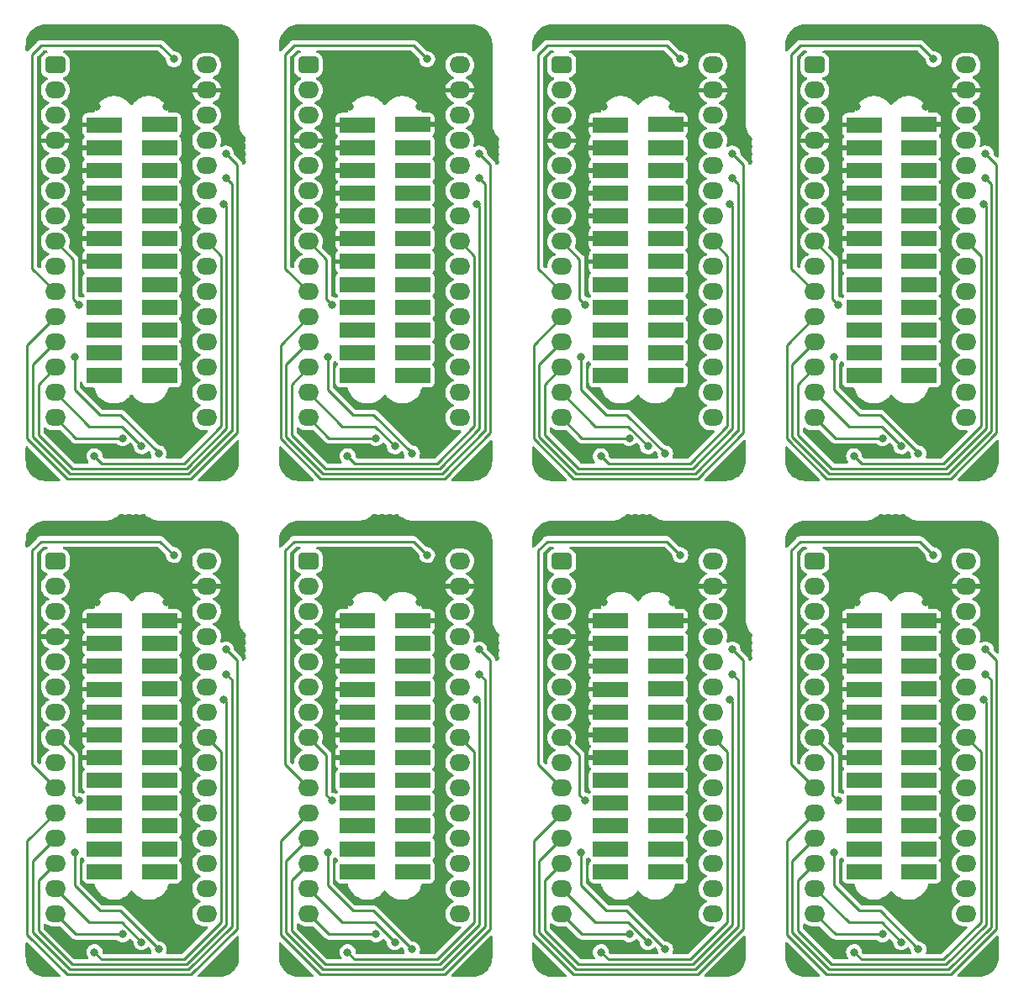
<source format=gbl>
G04 #@! TF.GenerationSoftware,KiCad,Pcbnew,6.0.0-d3dd2cf0fa~116~ubuntu20.04.1*
G04 #@! TF.CreationDate,2022-01-17T17:50:43+01:00*
G04 #@! TF.ProjectId,8xArduino_GPIB_Cuttout,38784172-6475-4696-9e6f-5f475049425f,rev?*
G04 #@! TF.SameCoordinates,Original*
G04 #@! TF.FileFunction,Copper,L2,Bot*
G04 #@! TF.FilePolarity,Positive*
%FSLAX46Y46*%
G04 Gerber Fmt 4.6, Leading zero omitted, Abs format (unit mm)*
G04 Created by KiCad (PCBNEW 6.0.0-d3dd2cf0fa~116~ubuntu20.04.1) date 2022-01-17 17:50:43*
%MOMM*%
%LPD*%
G01*
G04 APERTURE LIST*
G04 Aperture macros list*
%AMRoundRect*
0 Rectangle with rounded corners*
0 $1 Rounding radius*
0 $2 $3 $4 $5 $6 $7 $8 $9 X,Y pos of 4 corners*
0 Add a 4 corners polygon primitive as box body*
4,1,4,$2,$3,$4,$5,$6,$7,$8,$9,$2,$3,0*
0 Add four circle primitives for the rounded corners*
1,1,$1+$1,$2,$3*
1,1,$1+$1,$4,$5*
1,1,$1+$1,$6,$7*
1,1,$1+$1,$8,$9*
0 Add four rect primitives between the rounded corners*
20,1,$1+$1,$2,$3,$4,$5,0*
20,1,$1+$1,$4,$5,$6,$7,0*
20,1,$1+$1,$6,$7,$8,$9,0*
20,1,$1+$1,$8,$9,$2,$3,0*%
G04 Aperture macros list end*
G04 #@! TA.AperFunction,ComponentPad*
%ADD10RoundRect,0.200000X-1.600000X0.600000X-1.600000X-0.600000X1.600000X-0.600000X1.600000X0.600000X0*%
G04 #@! TD*
G04 #@! TA.AperFunction,ComponentPad*
%ADD11RoundRect,0.425000X-0.625000X-0.425000X0.625000X-0.425000X0.625000X0.425000X-0.625000X0.425000X0*%
G04 #@! TD*
G04 #@! TA.AperFunction,ComponentPad*
%ADD12O,2.100000X1.700000*%
G04 #@! TD*
G04 #@! TA.AperFunction,ViaPad*
%ADD13C,0.800000*%
G04 #@! TD*
G04 #@! TA.AperFunction,Conductor*
%ADD14C,0.250000*%
G04 #@! TD*
G04 APERTURE END LIST*
D10*
X157415000Y-91050000D03*
X157415000Y-88750000D03*
X157415000Y-86450000D03*
X157415000Y-84150000D03*
X157415000Y-81850000D03*
X157415000Y-79550000D03*
X157415000Y-77250000D03*
X157415000Y-74950000D03*
X157415000Y-72650000D03*
X157415000Y-70350000D03*
X157415000Y-68050000D03*
X157415000Y-65750000D03*
X151835000Y-91050000D03*
X151835000Y-88750900D03*
X151835000Y-86451810D03*
X151835000Y-84152720D03*
X151835000Y-81853630D03*
X151835000Y-79554540D03*
X151835000Y-77255450D03*
X151835000Y-74956360D03*
X151835000Y-72657270D03*
X151835000Y-70358180D03*
X151835000Y-68059090D03*
X151835000Y-65760000D03*
D11*
X172400001Y-109745001D03*
D12*
X172400001Y-112285001D03*
X172400001Y-114825001D03*
X172400001Y-117365001D03*
X172400001Y-119905001D03*
X172400001Y-122445001D03*
X172400001Y-124985001D03*
X172400001Y-127525001D03*
X172400001Y-130065001D03*
X172400001Y-132605001D03*
X172400001Y-135145001D03*
X172400001Y-137685001D03*
X172400001Y-140225001D03*
X172400001Y-142765001D03*
X172400001Y-145305001D03*
X187640001Y-145305001D03*
X187640001Y-142765001D03*
X187640001Y-140225001D03*
X187640001Y-137685001D03*
X187640001Y-135145001D03*
X187640001Y-132605001D03*
X187640001Y-130065001D03*
X187640001Y-127525001D03*
X187640001Y-124985001D03*
X187640001Y-122445001D03*
X187640001Y-119905001D03*
X187640001Y-117365001D03*
X187640001Y-114825001D03*
X187640001Y-112285001D03*
X187640001Y-109745001D03*
D10*
X131915000Y-141050000D03*
X131915000Y-138750000D03*
X131915000Y-136450000D03*
X131915000Y-134150000D03*
X131915000Y-131850000D03*
X131915000Y-129550000D03*
X131915000Y-127250000D03*
X131915000Y-124950000D03*
X131915000Y-122650000D03*
X131915000Y-120350000D03*
X131915000Y-118050000D03*
X131915000Y-115750000D03*
X126335000Y-141050000D03*
X126335000Y-138750900D03*
X126335000Y-136451810D03*
X126335000Y-134152720D03*
X126335000Y-131853630D03*
X126335000Y-129554540D03*
X126335000Y-127255450D03*
X126335000Y-124956360D03*
X126335000Y-122657270D03*
X126335000Y-120358180D03*
X126335000Y-118059090D03*
X126335000Y-115760000D03*
D11*
X121400001Y-59745001D03*
D12*
X121400001Y-62285001D03*
X121400001Y-64825001D03*
X121400001Y-67365001D03*
X121400001Y-69905001D03*
X121400001Y-72445001D03*
X121400001Y-74985001D03*
X121400001Y-77525001D03*
X121400001Y-80065001D03*
X121400001Y-82605001D03*
X121400001Y-85145001D03*
X121400001Y-87685001D03*
X121400001Y-90225001D03*
X121400001Y-92765001D03*
X121400001Y-95305001D03*
X136640001Y-95305001D03*
X136640001Y-92765001D03*
X136640001Y-90225001D03*
X136640001Y-87685001D03*
X136640001Y-85145001D03*
X136640001Y-82605001D03*
X136640001Y-80065001D03*
X136640001Y-77525001D03*
X136640001Y-74985001D03*
X136640001Y-72445001D03*
X136640001Y-69905001D03*
X136640001Y-67365001D03*
X136640001Y-64825001D03*
X136640001Y-62285001D03*
X136640001Y-59745001D03*
D10*
X106392500Y-91050000D03*
X106392500Y-88750000D03*
X106392500Y-86450000D03*
X106392500Y-84150000D03*
X106392500Y-81850000D03*
X106392500Y-79550000D03*
X106392500Y-77250000D03*
X106392500Y-74950000D03*
X106392500Y-72650000D03*
X106392500Y-70350000D03*
X106392500Y-68050000D03*
X106392500Y-65750000D03*
X100812500Y-91050000D03*
X100812500Y-88750900D03*
X100812500Y-86451810D03*
X100812500Y-84152720D03*
X100812500Y-81853630D03*
X100812500Y-79554540D03*
X100812500Y-77255450D03*
X100812500Y-74956360D03*
X100812500Y-72657270D03*
X100812500Y-70358180D03*
X100812500Y-68059090D03*
X100812500Y-65760000D03*
D11*
X95900001Y-109745001D03*
D12*
X95900001Y-112285001D03*
X95900001Y-114825001D03*
X95900001Y-117365001D03*
X95900001Y-119905001D03*
X95900001Y-122445001D03*
X95900001Y-124985001D03*
X95900001Y-127525001D03*
X95900001Y-130065001D03*
X95900001Y-132605001D03*
X95900001Y-135145001D03*
X95900001Y-137685001D03*
X95900001Y-140225001D03*
X95900001Y-142765001D03*
X95900001Y-145305001D03*
X111140001Y-145305001D03*
X111140001Y-142765001D03*
X111140001Y-140225001D03*
X111140001Y-137685001D03*
X111140001Y-135145001D03*
X111140001Y-132605001D03*
X111140001Y-130065001D03*
X111140001Y-127525001D03*
X111140001Y-124985001D03*
X111140001Y-122445001D03*
X111140001Y-119905001D03*
X111140001Y-117365001D03*
X111140001Y-114825001D03*
X111140001Y-112285001D03*
X111140001Y-109745001D03*
D10*
X131915000Y-91050000D03*
X131915000Y-88750000D03*
X131915000Y-86450000D03*
X131915000Y-84150000D03*
X131915000Y-81850000D03*
X131915000Y-79550000D03*
X131915000Y-77250000D03*
X131915000Y-74950000D03*
X131915000Y-72650000D03*
X131915000Y-70350000D03*
X131915000Y-68050000D03*
X131915000Y-65750000D03*
X126335000Y-91050000D03*
X126335000Y-88750900D03*
X126335000Y-86451810D03*
X126335000Y-84152720D03*
X126335000Y-81853630D03*
X126335000Y-79554540D03*
X126335000Y-77255450D03*
X126335000Y-74956360D03*
X126335000Y-72657270D03*
X126335000Y-70358180D03*
X126335000Y-68059090D03*
X126335000Y-65760000D03*
X182915000Y-91050000D03*
X182915000Y-88750000D03*
X182915000Y-86450000D03*
X182915000Y-84150000D03*
X182915000Y-81850000D03*
X182915000Y-79550000D03*
X182915000Y-77250000D03*
X182915000Y-74950000D03*
X182915000Y-72650000D03*
X182915000Y-70350000D03*
X182915000Y-68050000D03*
X182915000Y-65750000D03*
X177335000Y-91050000D03*
X177335000Y-88750900D03*
X177335000Y-86451810D03*
X177335000Y-84152720D03*
X177335000Y-81853630D03*
X177335000Y-79554540D03*
X177335000Y-77255450D03*
X177335000Y-74956360D03*
X177335000Y-72657270D03*
X177335000Y-70358180D03*
X177335000Y-68059090D03*
X177335000Y-65760000D03*
D11*
X146900001Y-59745001D03*
D12*
X146900001Y-62285001D03*
X146900001Y-64825001D03*
X146900001Y-67365001D03*
X146900001Y-69905001D03*
X146900001Y-72445001D03*
X146900001Y-74985001D03*
X146900001Y-77525001D03*
X146900001Y-80065001D03*
X146900001Y-82605001D03*
X146900001Y-85145001D03*
X146900001Y-87685001D03*
X146900001Y-90225001D03*
X146900001Y-92765001D03*
X146900001Y-95305001D03*
X162140001Y-95305001D03*
X162140001Y-92765001D03*
X162140001Y-90225001D03*
X162140001Y-87685001D03*
X162140001Y-85145001D03*
X162140001Y-82605001D03*
X162140001Y-80065001D03*
X162140001Y-77525001D03*
X162140001Y-74985001D03*
X162140001Y-72445001D03*
X162140001Y-69905001D03*
X162140001Y-67365001D03*
X162140001Y-64825001D03*
X162140001Y-62285001D03*
X162140001Y-59745001D03*
D10*
X182915000Y-141050000D03*
X182915000Y-138750000D03*
X182915000Y-136450000D03*
X182915000Y-134150000D03*
X182915000Y-131850000D03*
X182915000Y-129550000D03*
X182915000Y-127250000D03*
X182915000Y-124950000D03*
X182915000Y-122650000D03*
X182915000Y-120350000D03*
X182915000Y-118050000D03*
X182915000Y-115750000D03*
X177335000Y-141050000D03*
X177335000Y-138750900D03*
X177335000Y-136451810D03*
X177335000Y-134152720D03*
X177335000Y-131853630D03*
X177335000Y-129554540D03*
X177335000Y-127255450D03*
X177335000Y-124956360D03*
X177335000Y-122657270D03*
X177335000Y-120358180D03*
X177335000Y-118059090D03*
X177335000Y-115760000D03*
D11*
X172400001Y-59745001D03*
D12*
X172400001Y-62285001D03*
X172400001Y-64825001D03*
X172400001Y-67365001D03*
X172400001Y-69905001D03*
X172400001Y-72445001D03*
X172400001Y-74985001D03*
X172400001Y-77525001D03*
X172400001Y-80065001D03*
X172400001Y-82605001D03*
X172400001Y-85145001D03*
X172400001Y-87685001D03*
X172400001Y-90225001D03*
X172400001Y-92765001D03*
X172400001Y-95305001D03*
X187640001Y-95305001D03*
X187640001Y-92765001D03*
X187640001Y-90225001D03*
X187640001Y-87685001D03*
X187640001Y-85145001D03*
X187640001Y-82605001D03*
X187640001Y-80065001D03*
X187640001Y-77525001D03*
X187640001Y-74985001D03*
X187640001Y-72445001D03*
X187640001Y-69905001D03*
X187640001Y-67365001D03*
X187640001Y-64825001D03*
X187640001Y-62285001D03*
X187640001Y-59745001D03*
D11*
X146900001Y-109745001D03*
D12*
X146900001Y-112285001D03*
X146900001Y-114825001D03*
X146900001Y-117365001D03*
X146900001Y-119905001D03*
X146900001Y-122445001D03*
X146900001Y-124985001D03*
X146900001Y-127525001D03*
X146900001Y-130065001D03*
X146900001Y-132605001D03*
X146900001Y-135145001D03*
X146900001Y-137685001D03*
X146900001Y-140225001D03*
X146900001Y-142765001D03*
X146900001Y-145305001D03*
X162140001Y-145305001D03*
X162140001Y-142765001D03*
X162140001Y-140225001D03*
X162140001Y-137685001D03*
X162140001Y-135145001D03*
X162140001Y-132605001D03*
X162140001Y-130065001D03*
X162140001Y-127525001D03*
X162140001Y-124985001D03*
X162140001Y-122445001D03*
X162140001Y-119905001D03*
X162140001Y-117365001D03*
X162140001Y-114825001D03*
X162140001Y-112285001D03*
X162140001Y-109745001D03*
D10*
X106415000Y-141050000D03*
X106415000Y-138750000D03*
X106415000Y-136450000D03*
X106415000Y-134150000D03*
X106415000Y-131850000D03*
X106415000Y-129550000D03*
X106415000Y-127250000D03*
X106415000Y-124950000D03*
X106415000Y-122650000D03*
X106415000Y-120350000D03*
X106415000Y-118050000D03*
X106415000Y-115750000D03*
X100835000Y-141050000D03*
X100835000Y-138750900D03*
X100835000Y-136451810D03*
X100835000Y-134152720D03*
X100835000Y-131853630D03*
X100835000Y-129554540D03*
X100835000Y-127255450D03*
X100835000Y-124956360D03*
X100835000Y-122657270D03*
X100835000Y-120358180D03*
X100835000Y-118059090D03*
X100835000Y-115760000D03*
D11*
X121400001Y-109745001D03*
D12*
X121400001Y-112285001D03*
X121400001Y-114825001D03*
X121400001Y-117365001D03*
X121400001Y-119905001D03*
X121400001Y-122445001D03*
X121400001Y-124985001D03*
X121400001Y-127525001D03*
X121400001Y-130065001D03*
X121400001Y-132605001D03*
X121400001Y-135145001D03*
X121400001Y-137685001D03*
X121400001Y-140225001D03*
X121400001Y-142765001D03*
X121400001Y-145305001D03*
X136640001Y-145305001D03*
X136640001Y-142765001D03*
X136640001Y-140225001D03*
X136640001Y-137685001D03*
X136640001Y-135145001D03*
X136640001Y-132605001D03*
X136640001Y-130065001D03*
X136640001Y-127525001D03*
X136640001Y-124985001D03*
X136640001Y-122445001D03*
X136640001Y-119905001D03*
X136640001Y-117365001D03*
X136640001Y-114825001D03*
X136640001Y-112285001D03*
X136640001Y-109745001D03*
D11*
X95900001Y-59745001D03*
D12*
X95900001Y-62285001D03*
X95900001Y-64825001D03*
X95900001Y-67365001D03*
X95900001Y-69905001D03*
X95900001Y-72445001D03*
X95900001Y-74985001D03*
X95900001Y-77525001D03*
X95900001Y-80065001D03*
X95900001Y-82605001D03*
X95900001Y-85145001D03*
X95900001Y-87685001D03*
X95900001Y-90225001D03*
X95900001Y-92765001D03*
X95900001Y-95305001D03*
X111140001Y-95305001D03*
X111140001Y-92765001D03*
X111140001Y-90225001D03*
X111140001Y-87685001D03*
X111140001Y-85145001D03*
X111140001Y-82605001D03*
X111140001Y-80065001D03*
X111140001Y-77525001D03*
X111140001Y-74985001D03*
X111140001Y-72445001D03*
X111140001Y-69905001D03*
X111140001Y-67365001D03*
X111140001Y-64825001D03*
X111140001Y-62285001D03*
X111140001Y-59745001D03*
D10*
X157415000Y-141050000D03*
X157415000Y-138750000D03*
X157415000Y-136450000D03*
X157415000Y-134150000D03*
X157415000Y-131850000D03*
X157415000Y-129550000D03*
X157415000Y-127250000D03*
X157415000Y-124950000D03*
X157415000Y-122650000D03*
X157415000Y-120350000D03*
X157415000Y-118050000D03*
X157415000Y-115750000D03*
X151835000Y-141050000D03*
X151835000Y-138750900D03*
X151835000Y-136451810D03*
X151835000Y-134152720D03*
X151835000Y-131853630D03*
X151835000Y-129554540D03*
X151835000Y-127255450D03*
X151835000Y-124956360D03*
X151835000Y-122657270D03*
X151835000Y-120358180D03*
X151835000Y-118059090D03*
X151835000Y-115760000D03*
D13*
X151095000Y-63910000D03*
X112845000Y-100160000D03*
X132595000Y-63910000D03*
X94145000Y-56860000D03*
X119645000Y-56860000D03*
X138345000Y-106860000D03*
X189345000Y-150160000D03*
X107095000Y-113910000D03*
X108095000Y-63910000D03*
X145245000Y-150260000D03*
X112845000Y-106860000D03*
X189345000Y-106860000D03*
X99595000Y-62910000D03*
X159095000Y-63910000D03*
X112845000Y-56860000D03*
X125595000Y-113910000D03*
X145245000Y-100260000D03*
X100095000Y-63910000D03*
X183595000Y-63910000D03*
X175595000Y-113910000D03*
X151095000Y-113910000D03*
X184095000Y-112910000D03*
X176595000Y-113910000D03*
X112845000Y-150160000D03*
X124595000Y-63910000D03*
X174045000Y-98560000D03*
X148545000Y-98560000D03*
X133595000Y-113910000D03*
X176095000Y-62910000D03*
X94145000Y-106860000D03*
X163845000Y-150160000D03*
X94245000Y-100260000D03*
X176095000Y-112910000D03*
X99595000Y-112910000D03*
X158595000Y-112910000D03*
X163845000Y-100160000D03*
X132595000Y-113910000D03*
X125595000Y-63910000D03*
X100095000Y-113910000D03*
X189345000Y-100160000D03*
X99095000Y-63910000D03*
X97545000Y-148560000D03*
X150095000Y-113910000D03*
X123045000Y-98560000D03*
X184095000Y-62910000D03*
X94245000Y-150260000D03*
X108095000Y-113910000D03*
X133095000Y-112910000D03*
X138345000Y-56860000D03*
X133095000Y-62910000D03*
X158095000Y-63910000D03*
X107595000Y-112910000D03*
X125095000Y-62910000D03*
X170645000Y-106860000D03*
X145145000Y-106860000D03*
X184595000Y-63910000D03*
X99095000Y-113910000D03*
X163845000Y-56860000D03*
X145145000Y-56860000D03*
X107595000Y-62910000D03*
X163845000Y-106860000D03*
X124595000Y-113910000D03*
X133595000Y-63910000D03*
X159095000Y-113910000D03*
X158095000Y-113910000D03*
X148545000Y-148560000D03*
X174045000Y-148560000D03*
X150595000Y-62910000D03*
X107095000Y-63910000D03*
X184595000Y-113910000D03*
X138345000Y-150160000D03*
X97545000Y-98560000D03*
X170645000Y-56860000D03*
X119745000Y-150260000D03*
X158595000Y-62910000D03*
X183595000Y-113910000D03*
X119745000Y-100260000D03*
X176595000Y-63910000D03*
X150095000Y-63910000D03*
X170745000Y-150260000D03*
X119645000Y-106860000D03*
X123045000Y-148560000D03*
X125095000Y-112910000D03*
X175595000Y-63910000D03*
X138345000Y-100160000D03*
X189345000Y-56860000D03*
X170745000Y-100260000D03*
X150595000Y-112910000D03*
X150845000Y-149160000D03*
X125345000Y-99160000D03*
X99845000Y-149160000D03*
X176345000Y-149160000D03*
X99845000Y-99160000D03*
X176345000Y-99160000D03*
X125345000Y-149160000D03*
X150845000Y-99160000D03*
X123770000Y-133910000D03*
X98270000Y-133910000D03*
X98270000Y-83910000D03*
X174770000Y-133910000D03*
X149270000Y-133910000D03*
X174770000Y-83910000D03*
X123770000Y-83910000D03*
X149270000Y-83910000D03*
X148845000Y-89160000D03*
X106325000Y-98890000D03*
X148845000Y-139160000D03*
X157325000Y-148890000D03*
X174345000Y-139160000D03*
X174345000Y-89160000D03*
X123345000Y-139160000D03*
X182825000Y-148890000D03*
X106325000Y-148890000D03*
X182825000Y-98890000D03*
X131825000Y-148890000D03*
X97845000Y-89160000D03*
X131825000Y-98890000D03*
X157325000Y-98890000D03*
X123345000Y-89160000D03*
X97845000Y-139160000D03*
X184350000Y-59145000D03*
X133350000Y-109145000D03*
X107850000Y-59145000D03*
X158850000Y-109145000D03*
X158850000Y-59145000D03*
X133350000Y-59145000D03*
X184350000Y-109145000D03*
X107850000Y-109145000D03*
X189595000Y-118660000D03*
X164095000Y-118660000D03*
X189595000Y-68660000D03*
X113095000Y-118660000D03*
X164095000Y-68660000D03*
X113095000Y-68660000D03*
X138595000Y-68660000D03*
X138595000Y-118660000D03*
X189595000Y-121160000D03*
X189595000Y-71160000D03*
X164095000Y-71160000D03*
X138595000Y-121160000D03*
X113095000Y-121160000D03*
X113095000Y-71160000D03*
X138595000Y-71160000D03*
X164095000Y-121160000D03*
X189370500Y-73730000D03*
X138370500Y-123730000D03*
X112870500Y-123730000D03*
X189370500Y-123730000D03*
X163870500Y-123730000D03*
X163870500Y-73730000D03*
X138370500Y-73730000D03*
X112870500Y-73730000D03*
X130095000Y-148160000D03*
X181095000Y-148160000D03*
X104595000Y-148160000D03*
X104595000Y-98160000D03*
X155595000Y-98160000D03*
X181095000Y-98160000D03*
X130095000Y-98160000D03*
X155595000Y-148160000D03*
X128215000Y-147360000D03*
X179215000Y-97360000D03*
X102715000Y-147360000D03*
X153715000Y-147360000D03*
X179215000Y-147360000D03*
X102715000Y-97360000D03*
X153715000Y-97360000D03*
X128215000Y-97360000D03*
D14*
X189105000Y-146150000D02*
X189105000Y-128990000D01*
X189105000Y-128990000D02*
X187640001Y-127525001D01*
X126095000Y-149910000D02*
X134345000Y-149910000D01*
X108845000Y-99910000D02*
X112605000Y-96150000D01*
X125345000Y-99160000D02*
X126095000Y-99910000D01*
X185345000Y-149910000D02*
X189105000Y-146150000D01*
X176345000Y-149160000D02*
X177095000Y-149910000D01*
X125345000Y-149160000D02*
X126095000Y-149910000D01*
X189105000Y-96150000D02*
X189105000Y-78990000D01*
X177095000Y-99910000D02*
X185345000Y-99910000D01*
X138105000Y-128990000D02*
X136640001Y-127525001D01*
X189105000Y-78990000D02*
X187640001Y-77525001D01*
X159845000Y-99910000D02*
X163605000Y-96150000D01*
X176345000Y-99160000D02*
X177095000Y-99910000D01*
X99845000Y-149160000D02*
X100595000Y-149910000D01*
X112605000Y-128990000D02*
X111140001Y-127525001D01*
X126095000Y-99910000D02*
X134345000Y-99910000D01*
X150845000Y-99160000D02*
X151595000Y-99910000D01*
X138105000Y-146150000D02*
X138105000Y-128990000D01*
X100595000Y-149910000D02*
X108845000Y-149910000D01*
X185345000Y-99910000D02*
X189105000Y-96150000D01*
X163605000Y-128990000D02*
X162140001Y-127525001D01*
X138105000Y-78990000D02*
X136640001Y-77525001D01*
X163605000Y-96150000D02*
X163605000Y-78990000D01*
X100595000Y-99910000D02*
X108845000Y-99910000D01*
X112605000Y-146150000D02*
X112605000Y-128990000D01*
X112605000Y-78990000D02*
X111140001Y-77525001D01*
X151595000Y-99910000D02*
X159845000Y-99910000D01*
X151595000Y-149910000D02*
X159845000Y-149910000D01*
X134345000Y-99910000D02*
X138105000Y-96150000D01*
X134345000Y-149910000D02*
X138105000Y-146150000D01*
X108845000Y-149910000D02*
X112605000Y-146150000D01*
X177095000Y-149910000D02*
X185345000Y-149910000D01*
X163605000Y-78990000D02*
X162140001Y-77525001D01*
X163605000Y-146150000D02*
X163605000Y-128990000D01*
X112605000Y-96150000D02*
X112605000Y-78990000D01*
X99845000Y-99160000D02*
X100595000Y-99910000D01*
X159845000Y-149910000D02*
X163605000Y-146150000D01*
X150845000Y-149160000D02*
X151595000Y-149910000D01*
X138105000Y-96150000D02*
X138105000Y-78990000D01*
X148695000Y-79320000D02*
X146900001Y-77525001D01*
X174195000Y-83335000D02*
X174195000Y-79320000D01*
X123770000Y-133910000D02*
X123195000Y-133335000D01*
X97695000Y-83335000D02*
X97695000Y-79320000D01*
X149270000Y-133910000D02*
X148695000Y-133335000D01*
X148695000Y-83335000D02*
X148695000Y-79320000D01*
X149270000Y-83910000D02*
X148695000Y-83335000D01*
X174195000Y-79320000D02*
X172400001Y-77525001D01*
X123770000Y-83910000D02*
X123195000Y-83335000D01*
X123195000Y-133335000D02*
X123195000Y-129320000D01*
X97695000Y-133335000D02*
X97695000Y-129320000D01*
X174770000Y-133910000D02*
X174195000Y-133335000D01*
X148695000Y-133335000D02*
X148695000Y-129320000D01*
X174770000Y-83910000D02*
X174195000Y-83335000D01*
X123195000Y-83335000D02*
X123195000Y-79320000D01*
X148695000Y-129320000D02*
X146900001Y-127525001D01*
X97695000Y-129320000D02*
X95900001Y-127525001D01*
X98270000Y-133910000D02*
X97695000Y-133335000D01*
X174195000Y-129320000D02*
X172400001Y-127525001D01*
X97695000Y-79320000D02*
X95900001Y-77525001D01*
X174195000Y-133335000D02*
X174195000Y-129320000D01*
X123195000Y-129320000D02*
X121400001Y-127525001D01*
X123195000Y-79320000D02*
X121400001Y-77525001D01*
X98270000Y-83910000D02*
X97695000Y-83335000D01*
X131815000Y-98850000D02*
X127955000Y-94990000D01*
X97845000Y-92440000D02*
X97845000Y-89160000D01*
X148845000Y-92440000D02*
X148845000Y-89160000D01*
X106315000Y-98850000D02*
X102455000Y-94990000D01*
X174345000Y-92440000D02*
X174345000Y-89160000D01*
X178955000Y-94990000D02*
X176895000Y-94990000D01*
X102455000Y-94990000D02*
X100395000Y-94990000D01*
X100395000Y-94990000D02*
X97845000Y-92440000D01*
X176895000Y-94990000D02*
X174345000Y-92440000D01*
X151395000Y-94990000D02*
X148845000Y-92440000D01*
X97845000Y-142440000D02*
X97845000Y-139160000D01*
X127955000Y-144990000D02*
X125895000Y-144990000D01*
X123345000Y-92440000D02*
X123345000Y-89160000D01*
X102455000Y-144990000D02*
X100395000Y-144990000D01*
X153455000Y-94990000D02*
X151395000Y-94990000D01*
X157315000Y-148850000D02*
X153455000Y-144990000D01*
X123345000Y-142440000D02*
X123345000Y-139160000D01*
X182815000Y-148850000D02*
X178955000Y-144990000D01*
X125895000Y-144990000D02*
X123345000Y-142440000D01*
X178955000Y-144990000D02*
X176895000Y-144990000D01*
X157315000Y-98850000D02*
X153455000Y-94990000D01*
X131815000Y-148850000D02*
X127955000Y-144990000D01*
X151395000Y-144990000D02*
X148845000Y-142440000D01*
X127955000Y-94990000D02*
X125895000Y-94990000D01*
X106315000Y-148850000D02*
X102455000Y-144990000D01*
X100395000Y-144990000D02*
X97845000Y-142440000D01*
X153455000Y-144990000D02*
X151395000Y-144990000D01*
X182815000Y-98850000D02*
X178955000Y-94990000D01*
X176895000Y-144990000D02*
X174345000Y-142440000D01*
X148845000Y-142440000D02*
X148845000Y-139160000D01*
X174345000Y-142440000D02*
X174345000Y-139160000D01*
X125895000Y-94990000D02*
X123345000Y-92440000D01*
X133350000Y-59145000D02*
X131965000Y-57760000D01*
X144545000Y-108660000D02*
X144545000Y-130250000D01*
X131965000Y-107760000D02*
X119945000Y-107760000D01*
X170045000Y-58660000D02*
X170045000Y-80250000D01*
X170945000Y-57760000D02*
X170045000Y-58660000D01*
X119045000Y-108660000D02*
X119045000Y-130250000D01*
X94445000Y-57760000D02*
X93545000Y-58660000D01*
X145445000Y-57760000D02*
X144545000Y-58660000D01*
X119045000Y-130250000D02*
X121400001Y-132605001D01*
X144545000Y-58660000D02*
X144545000Y-80250000D01*
X145445000Y-107760000D02*
X144545000Y-108660000D01*
X106465000Y-57760000D02*
X94445000Y-57760000D01*
X93545000Y-108660000D02*
X93545000Y-130250000D01*
X119045000Y-58660000D02*
X119045000Y-80250000D01*
X158850000Y-59145000D02*
X157465000Y-57760000D01*
X144545000Y-80250000D02*
X146900001Y-82605001D01*
X93545000Y-58660000D02*
X93545000Y-80250000D01*
X106465000Y-107760000D02*
X94445000Y-107760000D01*
X184350000Y-59145000D02*
X182965000Y-57760000D01*
X182965000Y-107760000D02*
X170945000Y-107760000D01*
X119045000Y-80250000D02*
X121400001Y-82605001D01*
X157465000Y-107760000D02*
X145445000Y-107760000D01*
X107850000Y-109145000D02*
X106465000Y-107760000D01*
X144545000Y-130250000D02*
X146900001Y-132605001D01*
X119945000Y-57760000D02*
X119045000Y-58660000D01*
X157465000Y-57760000D02*
X145445000Y-57760000D01*
X119945000Y-107760000D02*
X119045000Y-108660000D01*
X131965000Y-57760000D02*
X119945000Y-57760000D01*
X170045000Y-108660000D02*
X170045000Y-130250000D01*
X93545000Y-130250000D02*
X95900001Y-132605001D01*
X133350000Y-109145000D02*
X131965000Y-107760000D01*
X93545000Y-80250000D02*
X95900001Y-82605001D01*
X182965000Y-57760000D02*
X170945000Y-57760000D01*
X107850000Y-59145000D02*
X106465000Y-57760000D01*
X184350000Y-109145000D02*
X182965000Y-107760000D01*
X170045000Y-130250000D02*
X172400001Y-132605001D01*
X158850000Y-109145000D02*
X157465000Y-107760000D01*
X170945000Y-107760000D02*
X170045000Y-108660000D01*
X94445000Y-107760000D02*
X93545000Y-108660000D01*
X170045000Y-80250000D02*
X172400001Y-82605001D01*
X165195000Y-96810000D02*
X160595000Y-101410000D01*
X186095000Y-151410000D02*
X173595000Y-151410000D01*
X114195000Y-96810000D02*
X109595000Y-101410000D01*
X144075000Y-97390000D02*
X144075000Y-87970002D01*
X139695000Y-119760000D02*
X139695000Y-146810000D01*
X173595000Y-151410000D02*
X169575000Y-147390000D01*
X118575000Y-137970002D02*
X121400001Y-135145001D01*
X138595000Y-68660000D02*
X139695000Y-69760000D01*
X109595000Y-101410000D02*
X97095000Y-101410000D01*
X122595000Y-101410000D02*
X118575000Y-97390000D01*
X139695000Y-69760000D02*
X139695000Y-96810000D01*
X93075000Y-137970002D02*
X95900001Y-135145001D01*
X144075000Y-87970002D02*
X146900001Y-85145001D01*
X165195000Y-69760000D02*
X165195000Y-96810000D01*
X93075000Y-87970002D02*
X95900001Y-85145001D01*
X144075000Y-137970002D02*
X146900001Y-135145001D01*
X113095000Y-118660000D02*
X114195000Y-119760000D01*
X190695000Y-96810000D02*
X186095000Y-101410000D01*
X160595000Y-101410000D02*
X148095000Y-101410000D01*
X135095000Y-101410000D02*
X122595000Y-101410000D01*
X113095000Y-68660000D02*
X114195000Y-69760000D01*
X114195000Y-69760000D02*
X114195000Y-96810000D01*
X164095000Y-118660000D02*
X165195000Y-119760000D01*
X135095000Y-151410000D02*
X122595000Y-151410000D01*
X97095000Y-151410000D02*
X93075000Y-147390000D01*
X186095000Y-101410000D02*
X173595000Y-101410000D01*
X139695000Y-96810000D02*
X135095000Y-101410000D01*
X169575000Y-97390000D02*
X169575000Y-87970002D01*
X148095000Y-151410000D02*
X144075000Y-147390000D01*
X190695000Y-146810000D02*
X186095000Y-151410000D01*
X169575000Y-137970002D02*
X172400001Y-135145001D01*
X139695000Y-146810000D02*
X135095000Y-151410000D01*
X144075000Y-147390000D02*
X144075000Y-137970002D01*
X118575000Y-97390000D02*
X118575000Y-87970002D01*
X138595000Y-118660000D02*
X139695000Y-119760000D01*
X173595000Y-101410000D02*
X169575000Y-97390000D01*
X169575000Y-87970002D02*
X172400001Y-85145001D01*
X93075000Y-97390000D02*
X93075000Y-87970002D01*
X165195000Y-146810000D02*
X160595000Y-151410000D01*
X118575000Y-147390000D02*
X118575000Y-137970002D01*
X114195000Y-119760000D02*
X114195000Y-146810000D01*
X190695000Y-119760000D02*
X190695000Y-146810000D01*
X160595000Y-151410000D02*
X148095000Y-151410000D01*
X190695000Y-69760000D02*
X190695000Y-96810000D01*
X148095000Y-101410000D02*
X144075000Y-97390000D01*
X189595000Y-118660000D02*
X190695000Y-119760000D01*
X93075000Y-147390000D02*
X93075000Y-137970002D01*
X114195000Y-146810000D02*
X109595000Y-151410000D01*
X122595000Y-151410000D02*
X118575000Y-147390000D01*
X169575000Y-147390000D02*
X169575000Y-137970002D01*
X118575000Y-87970002D02*
X121400001Y-85145001D01*
X189595000Y-68660000D02*
X190695000Y-69760000D01*
X109595000Y-151410000D02*
X97095000Y-151410000D01*
X97095000Y-101410000D02*
X93075000Y-97390000D01*
X165195000Y-119760000D02*
X165195000Y-146810000D01*
X164095000Y-68660000D02*
X165195000Y-69760000D01*
X170134511Y-89950491D02*
X172400001Y-87685001D01*
X139125000Y-146630000D02*
X134845000Y-150910000D01*
X185845000Y-150910000D02*
X173845000Y-150910000D01*
X113665000Y-96590000D02*
X113625000Y-96630000D01*
X119134511Y-97199511D02*
X119134511Y-89950491D01*
X134845000Y-100910000D02*
X122845000Y-100910000D01*
X93634511Y-139950491D02*
X95900001Y-137685001D01*
X164108495Y-121160000D02*
X164665000Y-121716505D01*
X113095000Y-71160000D02*
X113108495Y-71160000D01*
X164665000Y-96590000D02*
X164625000Y-96630000D01*
X164108495Y-71160000D02*
X164665000Y-71716505D01*
X93634511Y-147199511D02*
X93634511Y-139950491D01*
X134845000Y-150910000D02*
X122845000Y-150910000D01*
X170134511Y-139950491D02*
X172400001Y-137685001D01*
X164625000Y-146630000D02*
X160345000Y-150910000D01*
X170134511Y-147199511D02*
X170134511Y-139950491D01*
X138595000Y-121160000D02*
X138608495Y-121160000D01*
X113665000Y-121716505D02*
X113665000Y-146590000D01*
X160345000Y-100910000D02*
X148345000Y-100910000D01*
X113625000Y-96630000D02*
X109345000Y-100910000D01*
X113625000Y-146630000D02*
X109345000Y-150910000D01*
X164665000Y-146590000D02*
X164625000Y-146630000D01*
X190165000Y-96590000D02*
X190125000Y-96630000D01*
X113108495Y-121160000D02*
X113665000Y-121716505D01*
X97345000Y-150910000D02*
X93634511Y-147199511D01*
X189608495Y-121160000D02*
X190165000Y-121716505D01*
X185845000Y-100910000D02*
X173845000Y-100910000D01*
X139125000Y-96630000D02*
X134845000Y-100910000D01*
X173845000Y-150910000D02*
X170134511Y-147199511D01*
X164625000Y-96630000D02*
X160345000Y-100910000D01*
X138608495Y-121160000D02*
X139165000Y-121716505D01*
X139165000Y-121716505D02*
X139165000Y-146590000D01*
X139165000Y-146590000D02*
X139125000Y-146630000D01*
X97345000Y-100910000D02*
X93634511Y-97199511D01*
X190165000Y-121716505D02*
X190165000Y-146590000D01*
X113095000Y-121160000D02*
X113108495Y-121160000D01*
X148345000Y-100910000D02*
X144634511Y-97199511D01*
X113108495Y-71160000D02*
X113665000Y-71716505D01*
X119134511Y-139950491D02*
X121400001Y-137685001D01*
X170134511Y-97199511D02*
X170134511Y-89950491D01*
X113665000Y-146590000D02*
X113625000Y-146630000D01*
X119134511Y-89950491D02*
X121400001Y-87685001D01*
X164665000Y-121716505D02*
X164665000Y-146590000D01*
X119134511Y-147199511D02*
X119134511Y-139950491D01*
X189595000Y-121160000D02*
X189608495Y-121160000D01*
X113665000Y-71716505D02*
X113665000Y-96590000D01*
X122845000Y-100910000D02*
X119134511Y-97199511D01*
X190165000Y-146590000D02*
X190125000Y-146630000D01*
X109345000Y-100910000D02*
X97345000Y-100910000D01*
X189595000Y-71160000D02*
X189608495Y-71160000D01*
X93634511Y-89950491D02*
X95900001Y-87685001D01*
X138608495Y-71160000D02*
X139165000Y-71716505D01*
X138595000Y-71160000D02*
X138608495Y-71160000D01*
X190165000Y-71716505D02*
X190165000Y-96590000D01*
X164095000Y-71160000D02*
X164108495Y-71160000D01*
X173845000Y-100910000D02*
X170134511Y-97199511D01*
X144634511Y-139950491D02*
X146900001Y-137685001D01*
X190125000Y-146630000D02*
X185845000Y-150910000D01*
X144634511Y-89950491D02*
X146900001Y-87685001D01*
X122845000Y-150910000D02*
X119134511Y-147199511D01*
X164665000Y-71716505D02*
X164665000Y-96590000D01*
X189608495Y-71160000D02*
X190165000Y-71716505D01*
X93634511Y-97199511D02*
X93634511Y-89950491D01*
X144634511Y-147199511D02*
X144634511Y-139950491D01*
X139165000Y-96590000D02*
X139125000Y-96630000D01*
X109345000Y-150910000D02*
X97345000Y-150910000D01*
X148345000Y-150910000D02*
X144634511Y-147199511D01*
X144634511Y-97199511D02*
X144634511Y-89950491D01*
X139165000Y-71716505D02*
X139165000Y-96590000D01*
X190125000Y-96630000D02*
X185845000Y-100910000D01*
X164095000Y-121160000D02*
X164108495Y-121160000D01*
X160345000Y-150910000D02*
X148345000Y-150910000D01*
X170695000Y-141930002D02*
X170695000Y-147010000D01*
X189625000Y-96366992D02*
X189625000Y-73953008D01*
X94195000Y-97010000D02*
X97595000Y-100410000D01*
X145195000Y-97010000D02*
X148595000Y-100410000D01*
X109095000Y-100410000D02*
X109095000Y-100396992D01*
X134595000Y-100410000D02*
X134595000Y-100396992D01*
X138625000Y-146366992D02*
X138625000Y-123953008D01*
X123095000Y-150410000D02*
X134595000Y-150410000D01*
X170695000Y-91930002D02*
X170695000Y-97010000D01*
X189625000Y-73953008D02*
X189601992Y-73930000D01*
X109095000Y-150396992D02*
X113125000Y-146366992D01*
X112915000Y-73730000D02*
X112870500Y-73730000D01*
X138625000Y-73953008D02*
X138601992Y-73930000D01*
X97595000Y-150410000D02*
X109095000Y-150410000D01*
X138415000Y-73730000D02*
X138370500Y-73730000D01*
X94195000Y-141930002D02*
X94195000Y-147010000D01*
X185595000Y-100396992D02*
X189625000Y-96366992D01*
X146900001Y-140225001D02*
X145195000Y-141930002D01*
X109095000Y-100396992D02*
X113125000Y-96366992D01*
X145195000Y-141930002D02*
X145195000Y-147010000D01*
X121400001Y-140225001D02*
X119695000Y-141930002D01*
X146900001Y-90225001D02*
X145195000Y-91930002D01*
X121400001Y-90225001D02*
X119695000Y-91930002D01*
X160095000Y-100410000D02*
X160095000Y-100396992D01*
X164115000Y-73930000D02*
X163915000Y-73730000D01*
X123095000Y-100410000D02*
X134595000Y-100410000D01*
X164125000Y-96366992D02*
X164125000Y-73953008D01*
X94195000Y-91930002D02*
X94195000Y-97010000D01*
X148595000Y-150410000D02*
X160095000Y-150410000D01*
X134595000Y-150410000D02*
X134595000Y-150396992D01*
X160095000Y-150396992D02*
X164125000Y-146366992D01*
X134595000Y-150396992D02*
X138625000Y-146366992D01*
X160095000Y-100396992D02*
X164125000Y-96366992D01*
X185595000Y-100410000D02*
X185595000Y-100396992D01*
X113125000Y-146366992D02*
X113125000Y-123953008D01*
X138415000Y-123730000D02*
X138370500Y-123730000D01*
X113125000Y-123953008D02*
X113101992Y-123930000D01*
X185595000Y-150396992D02*
X189625000Y-146366992D01*
X163915000Y-73730000D02*
X163870500Y-73730000D01*
X160095000Y-150410000D02*
X160095000Y-150396992D01*
X119695000Y-141930002D02*
X119695000Y-147010000D01*
X174095000Y-150410000D02*
X185595000Y-150410000D01*
X134595000Y-100396992D02*
X138625000Y-96366992D01*
X113125000Y-73953008D02*
X113101992Y-73930000D01*
X164125000Y-146366992D02*
X164125000Y-123953008D01*
X95900001Y-140225001D02*
X94195000Y-141930002D01*
X174095000Y-100410000D02*
X185595000Y-100410000D01*
X119695000Y-147010000D02*
X123095000Y-150410000D01*
X172400001Y-140225001D02*
X170695000Y-141930002D01*
X138625000Y-123953008D02*
X138601992Y-123930000D01*
X109095000Y-150410000D02*
X109095000Y-150396992D01*
X189415000Y-123730000D02*
X189370500Y-123730000D01*
X164115000Y-123930000D02*
X163915000Y-123730000D01*
X145195000Y-91930002D02*
X145195000Y-97010000D01*
X138625000Y-96366992D02*
X138625000Y-73953008D01*
X138615000Y-123930000D02*
X138415000Y-123730000D01*
X189615000Y-123930000D02*
X189415000Y-123730000D01*
X138615000Y-73930000D02*
X138415000Y-73730000D01*
X189625000Y-146366992D02*
X189625000Y-123953008D01*
X189415000Y-73730000D02*
X189370500Y-73730000D01*
X164125000Y-73953008D02*
X164101992Y-73930000D01*
X189615000Y-73930000D02*
X189415000Y-73730000D01*
X145195000Y-147010000D02*
X148595000Y-150410000D01*
X113115000Y-123930000D02*
X112915000Y-123730000D01*
X97595000Y-100410000D02*
X109095000Y-100410000D01*
X189625000Y-123953008D02*
X189601992Y-123930000D01*
X94195000Y-147010000D02*
X97595000Y-150410000D01*
X185595000Y-150410000D02*
X185595000Y-150396992D01*
X172400001Y-90225001D02*
X170695000Y-91930002D01*
X164125000Y-123953008D02*
X164101992Y-123930000D01*
X119695000Y-91930002D02*
X119695000Y-97010000D01*
X163915000Y-123730000D02*
X163870500Y-123730000D01*
X148595000Y-100410000D02*
X160095000Y-100410000D01*
X113125000Y-96366992D02*
X113125000Y-73953008D01*
X112915000Y-123730000D02*
X112870500Y-123730000D01*
X170695000Y-97010000D02*
X174095000Y-100410000D01*
X170695000Y-147010000D02*
X174095000Y-150410000D01*
X119695000Y-97010000D02*
X123095000Y-100410000D01*
X113115000Y-73930000D02*
X112915000Y-73730000D01*
X95900001Y-90225001D02*
X94195000Y-91930002D01*
X95900001Y-142765001D02*
X99315000Y-146180000D01*
X150315000Y-96180000D02*
X153615000Y-96180000D01*
X172400001Y-92765001D02*
X175815000Y-96180000D01*
X172400001Y-142765001D02*
X175815000Y-146180000D01*
X146900001Y-142765001D02*
X150315000Y-146180000D01*
X102615000Y-146180000D02*
X104595000Y-148160000D01*
X99315000Y-146180000D02*
X102615000Y-146180000D01*
X99315000Y-96180000D02*
X102615000Y-96180000D01*
X95900001Y-92765001D02*
X99315000Y-96180000D01*
X179115000Y-146180000D02*
X181095000Y-148160000D01*
X153615000Y-96180000D02*
X155595000Y-98160000D01*
X128115000Y-146180000D02*
X130095000Y-148160000D01*
X175815000Y-146180000D02*
X179115000Y-146180000D01*
X150315000Y-146180000D02*
X153615000Y-146180000D01*
X179115000Y-96180000D02*
X181095000Y-98160000D01*
X175815000Y-96180000D02*
X179115000Y-96180000D01*
X124815000Y-96180000D02*
X128115000Y-96180000D01*
X102615000Y-96180000D02*
X104595000Y-98160000D01*
X121400001Y-142765001D02*
X124815000Y-146180000D01*
X146900001Y-92765001D02*
X150315000Y-96180000D01*
X128115000Y-96180000D02*
X130095000Y-98160000D01*
X121400001Y-92765001D02*
X124815000Y-96180000D01*
X153615000Y-146180000D02*
X155595000Y-148160000D01*
X124815000Y-146180000D02*
X128115000Y-146180000D01*
X128215000Y-147360000D02*
X123455000Y-147360000D01*
X102715000Y-97360000D02*
X97955000Y-97360000D01*
X97955000Y-147360000D02*
X95900001Y-145305001D01*
X97955000Y-97360000D02*
X95900001Y-95305001D01*
X128215000Y-97360000D02*
X123455000Y-97360000D01*
X179215000Y-147360000D02*
X174455000Y-147360000D01*
X148955000Y-97360000D02*
X146900001Y-95305001D01*
X174455000Y-147360000D02*
X172400001Y-145305001D01*
X148955000Y-147360000D02*
X146900001Y-145305001D01*
X123455000Y-147360000D02*
X121400001Y-145305001D01*
X153715000Y-147360000D02*
X148955000Y-147360000D01*
X174455000Y-97360000D02*
X172400001Y-95305001D01*
X153715000Y-97360000D02*
X148955000Y-97360000D01*
X102715000Y-147360000D02*
X97955000Y-147360000D01*
X179215000Y-97360000D02*
X174455000Y-97360000D01*
X123455000Y-97360000D02*
X121400001Y-95305001D01*
G04 #@! TA.AperFunction,Conductor*
G36*
X169625203Y-148183818D02*
G01*
X169631681Y-148189850D01*
X172890150Y-151448319D01*
X172923635Y-151509642D01*
X172918651Y-151579334D01*
X172876779Y-151635267D01*
X172811315Y-151659684D01*
X172802469Y-151660000D01*
X171483228Y-151660000D01*
X171469406Y-151659227D01*
X171440060Y-151655935D01*
X171440056Y-151655935D01*
X171434030Y-151655259D01*
X171408783Y-151657379D01*
X171405411Y-151657662D01*
X171386926Y-151657832D01*
X171167051Y-151643421D01*
X171150970Y-151641303D01*
X170910335Y-151593438D01*
X170894667Y-151589240D01*
X170662329Y-151510371D01*
X170647344Y-151504164D01*
X170427290Y-151395646D01*
X170413243Y-151387536D01*
X170209235Y-151251221D01*
X170196367Y-151241347D01*
X170104132Y-151160459D01*
X170011892Y-151079567D01*
X170000433Y-151068108D01*
X169919541Y-150975868D01*
X169838653Y-150883633D01*
X169828779Y-150870765D01*
X169692464Y-150666757D01*
X169684354Y-150652710D01*
X169575836Y-150432656D01*
X169569629Y-150417671D01*
X169490760Y-150185333D01*
X169486562Y-150169665D01*
X169438697Y-149929030D01*
X169436579Y-149912949D01*
X169423049Y-149706518D01*
X169423557Y-149684586D01*
X169424065Y-149680060D01*
X169424065Y-149680056D01*
X169424741Y-149674030D01*
X169420435Y-149622750D01*
X169420000Y-149612374D01*
X169420000Y-148277531D01*
X169439685Y-148210492D01*
X169492489Y-148164737D01*
X169561647Y-148154793D01*
X169625203Y-148183818D01*
G37*
G04 #@! TD.AperFunction*
G04 #@! TA.AperFunction,Conductor*
G36*
X190839334Y-147511350D02*
G01*
X190895267Y-147553222D01*
X190919684Y-147618686D01*
X190920000Y-147627532D01*
X190920000Y-149596772D01*
X190919227Y-149610594D01*
X190917864Y-149622750D01*
X190915259Y-149645970D01*
X190917354Y-149670923D01*
X190917662Y-149674589D01*
X190917832Y-149693074D01*
X190903421Y-149912949D01*
X190901303Y-149929030D01*
X190853438Y-150169665D01*
X190849240Y-150185333D01*
X190770371Y-150417671D01*
X190764164Y-150432656D01*
X190655646Y-150652710D01*
X190647536Y-150666757D01*
X190511221Y-150870765D01*
X190501347Y-150883633D01*
X190420459Y-150975868D01*
X190339567Y-151068108D01*
X190328108Y-151079567D01*
X190235868Y-151160460D01*
X190143633Y-151241347D01*
X190130765Y-151251221D01*
X189926757Y-151387536D01*
X189912710Y-151395646D01*
X189692656Y-151504164D01*
X189677671Y-151510371D01*
X189445333Y-151589240D01*
X189429665Y-151593438D01*
X189189030Y-151641303D01*
X189172949Y-151643421D01*
X188966518Y-151656951D01*
X188944586Y-151656443D01*
X188940060Y-151655935D01*
X188940056Y-151655935D01*
X188934030Y-151655259D01*
X188886778Y-151659227D01*
X188882750Y-151659565D01*
X188872374Y-151660000D01*
X186887531Y-151660000D01*
X186820492Y-151640315D01*
X186774737Y-151587511D01*
X186764793Y-151518353D01*
X186793818Y-151454797D01*
X186799850Y-151448319D01*
X190708319Y-147539851D01*
X190769642Y-147506366D01*
X190839334Y-147511350D01*
G37*
G04 #@! TD.AperFunction*
G04 #@! TA.AperFunction,Conductor*
G36*
X144125203Y-148183818D02*
G01*
X144131681Y-148189850D01*
X147390150Y-151448319D01*
X147423635Y-151509642D01*
X147418651Y-151579334D01*
X147376779Y-151635267D01*
X147311315Y-151659684D01*
X147302469Y-151660000D01*
X145983228Y-151660000D01*
X145969406Y-151659227D01*
X145940060Y-151655935D01*
X145940056Y-151655935D01*
X145934030Y-151655259D01*
X145908783Y-151657379D01*
X145905411Y-151657662D01*
X145886926Y-151657832D01*
X145667051Y-151643421D01*
X145650970Y-151641303D01*
X145410335Y-151593438D01*
X145394667Y-151589240D01*
X145162329Y-151510371D01*
X145147344Y-151504164D01*
X144927290Y-151395646D01*
X144913243Y-151387536D01*
X144709235Y-151251221D01*
X144696367Y-151241347D01*
X144604132Y-151160459D01*
X144511892Y-151079567D01*
X144500433Y-151068108D01*
X144419541Y-150975868D01*
X144338653Y-150883633D01*
X144328779Y-150870765D01*
X144192464Y-150666757D01*
X144184354Y-150652710D01*
X144075836Y-150432656D01*
X144069629Y-150417671D01*
X143990760Y-150185333D01*
X143986562Y-150169665D01*
X143938697Y-149929030D01*
X143936579Y-149912949D01*
X143923049Y-149706518D01*
X143923557Y-149684586D01*
X143924065Y-149680060D01*
X143924065Y-149680056D01*
X143924741Y-149674030D01*
X143920435Y-149622750D01*
X143920000Y-149612374D01*
X143920000Y-148277531D01*
X143939685Y-148210492D01*
X143992489Y-148164737D01*
X144061647Y-148154793D01*
X144125203Y-148183818D01*
G37*
G04 #@! TD.AperFunction*
G04 #@! TA.AperFunction,Conductor*
G36*
X114339334Y-147511350D02*
G01*
X114395267Y-147553222D01*
X114419684Y-147618686D01*
X114420000Y-147627532D01*
X114420000Y-149596772D01*
X114419227Y-149610594D01*
X114417864Y-149622750D01*
X114415259Y-149645970D01*
X114417354Y-149670923D01*
X114417662Y-149674589D01*
X114417832Y-149693074D01*
X114403421Y-149912949D01*
X114401303Y-149929030D01*
X114353438Y-150169665D01*
X114349240Y-150185333D01*
X114270371Y-150417671D01*
X114264164Y-150432656D01*
X114155646Y-150652710D01*
X114147536Y-150666757D01*
X114011221Y-150870765D01*
X114001347Y-150883633D01*
X113920459Y-150975868D01*
X113839567Y-151068108D01*
X113828108Y-151079567D01*
X113735868Y-151160460D01*
X113643633Y-151241347D01*
X113630765Y-151251221D01*
X113426757Y-151387536D01*
X113412710Y-151395646D01*
X113192656Y-151504164D01*
X113177671Y-151510371D01*
X112945333Y-151589240D01*
X112929665Y-151593438D01*
X112689030Y-151641303D01*
X112672949Y-151643421D01*
X112466518Y-151656951D01*
X112444586Y-151656443D01*
X112440060Y-151655935D01*
X112440056Y-151655935D01*
X112434030Y-151655259D01*
X112386778Y-151659227D01*
X112382750Y-151659565D01*
X112372374Y-151660000D01*
X110387531Y-151660000D01*
X110320492Y-151640315D01*
X110274737Y-151587511D01*
X110264793Y-151518353D01*
X110293818Y-151454797D01*
X110299850Y-151448319D01*
X114208319Y-147539851D01*
X114269642Y-147506366D01*
X114339334Y-147511350D01*
G37*
G04 #@! TD.AperFunction*
G04 #@! TA.AperFunction,Conductor*
G36*
X165339334Y-147511350D02*
G01*
X165395267Y-147553222D01*
X165419684Y-147618686D01*
X165420000Y-147627532D01*
X165420000Y-149596772D01*
X165419227Y-149610594D01*
X165417864Y-149622750D01*
X165415259Y-149645970D01*
X165417354Y-149670923D01*
X165417662Y-149674589D01*
X165417832Y-149693074D01*
X165403421Y-149912949D01*
X165401303Y-149929030D01*
X165353438Y-150169665D01*
X165349240Y-150185333D01*
X165270371Y-150417671D01*
X165264164Y-150432656D01*
X165155646Y-150652710D01*
X165147536Y-150666757D01*
X165011221Y-150870765D01*
X165001347Y-150883633D01*
X164920459Y-150975868D01*
X164839567Y-151068108D01*
X164828108Y-151079567D01*
X164735868Y-151160460D01*
X164643633Y-151241347D01*
X164630765Y-151251221D01*
X164426757Y-151387536D01*
X164412710Y-151395646D01*
X164192656Y-151504164D01*
X164177671Y-151510371D01*
X163945333Y-151589240D01*
X163929665Y-151593438D01*
X163689030Y-151641303D01*
X163672949Y-151643421D01*
X163466518Y-151656951D01*
X163444586Y-151656443D01*
X163440060Y-151655935D01*
X163440056Y-151655935D01*
X163434030Y-151655259D01*
X163386778Y-151659227D01*
X163382750Y-151659565D01*
X163372374Y-151660000D01*
X161387531Y-151660000D01*
X161320492Y-151640315D01*
X161274737Y-151587511D01*
X161264793Y-151518353D01*
X161293818Y-151454797D01*
X161299850Y-151448319D01*
X165208319Y-147539851D01*
X165269642Y-147506366D01*
X165339334Y-147511350D01*
G37*
G04 #@! TD.AperFunction*
G04 #@! TA.AperFunction,Conductor*
G36*
X118625203Y-148183818D02*
G01*
X118631681Y-148189850D01*
X121890150Y-151448319D01*
X121923635Y-151509642D01*
X121918651Y-151579334D01*
X121876779Y-151635267D01*
X121811315Y-151659684D01*
X121802469Y-151660000D01*
X120483228Y-151660000D01*
X120469406Y-151659227D01*
X120440060Y-151655935D01*
X120440056Y-151655935D01*
X120434030Y-151655259D01*
X120408783Y-151657379D01*
X120405411Y-151657662D01*
X120386926Y-151657832D01*
X120167051Y-151643421D01*
X120150970Y-151641303D01*
X119910335Y-151593438D01*
X119894667Y-151589240D01*
X119662329Y-151510371D01*
X119647344Y-151504164D01*
X119427290Y-151395646D01*
X119413243Y-151387536D01*
X119209235Y-151251221D01*
X119196367Y-151241347D01*
X119104132Y-151160459D01*
X119011892Y-151079567D01*
X119000433Y-151068108D01*
X118919541Y-150975868D01*
X118838653Y-150883633D01*
X118828779Y-150870765D01*
X118692464Y-150666757D01*
X118684354Y-150652710D01*
X118575836Y-150432656D01*
X118569629Y-150417671D01*
X118490760Y-150185333D01*
X118486562Y-150169665D01*
X118438697Y-149929030D01*
X118436579Y-149912949D01*
X118423049Y-149706518D01*
X118423557Y-149684586D01*
X118424065Y-149680060D01*
X118424065Y-149680056D01*
X118424741Y-149674030D01*
X118420435Y-149622750D01*
X118420000Y-149612374D01*
X118420000Y-148277531D01*
X118439685Y-148210492D01*
X118492489Y-148164737D01*
X118561647Y-148154793D01*
X118625203Y-148183818D01*
G37*
G04 #@! TD.AperFunction*
G04 #@! TA.AperFunction,Conductor*
G36*
X139839334Y-147511350D02*
G01*
X139895267Y-147553222D01*
X139919684Y-147618686D01*
X139920000Y-147627532D01*
X139920000Y-149596772D01*
X139919227Y-149610594D01*
X139917864Y-149622750D01*
X139915259Y-149645970D01*
X139917354Y-149670923D01*
X139917662Y-149674589D01*
X139917832Y-149693074D01*
X139903421Y-149912949D01*
X139901303Y-149929030D01*
X139853438Y-150169665D01*
X139849240Y-150185333D01*
X139770371Y-150417671D01*
X139764164Y-150432656D01*
X139655646Y-150652710D01*
X139647536Y-150666757D01*
X139511221Y-150870765D01*
X139501347Y-150883633D01*
X139420459Y-150975868D01*
X139339567Y-151068108D01*
X139328108Y-151079567D01*
X139235868Y-151160460D01*
X139143633Y-151241347D01*
X139130765Y-151251221D01*
X138926757Y-151387536D01*
X138912710Y-151395646D01*
X138692656Y-151504164D01*
X138677671Y-151510371D01*
X138445333Y-151589240D01*
X138429665Y-151593438D01*
X138189030Y-151641303D01*
X138172949Y-151643421D01*
X137966518Y-151656951D01*
X137944586Y-151656443D01*
X137940060Y-151655935D01*
X137940056Y-151655935D01*
X137934030Y-151655259D01*
X137886778Y-151659227D01*
X137882750Y-151659565D01*
X137872374Y-151660000D01*
X135887531Y-151660000D01*
X135820492Y-151640315D01*
X135774737Y-151587511D01*
X135764793Y-151518353D01*
X135793818Y-151454797D01*
X135799850Y-151448319D01*
X139708319Y-147539851D01*
X139769642Y-147506366D01*
X139839334Y-147511350D01*
G37*
G04 #@! TD.AperFunction*
G04 #@! TA.AperFunction,Conductor*
G36*
X93125203Y-148183818D02*
G01*
X93131681Y-148189850D01*
X96390150Y-151448319D01*
X96423635Y-151509642D01*
X96418651Y-151579334D01*
X96376779Y-151635267D01*
X96311315Y-151659684D01*
X96302469Y-151660000D01*
X94983228Y-151660000D01*
X94969406Y-151659227D01*
X94940060Y-151655935D01*
X94940056Y-151655935D01*
X94934030Y-151655259D01*
X94908783Y-151657379D01*
X94905411Y-151657662D01*
X94886926Y-151657832D01*
X94667051Y-151643421D01*
X94650970Y-151641303D01*
X94410335Y-151593438D01*
X94394667Y-151589240D01*
X94162329Y-151510371D01*
X94147344Y-151504164D01*
X93927290Y-151395646D01*
X93913243Y-151387536D01*
X93709235Y-151251221D01*
X93696367Y-151241347D01*
X93604132Y-151160459D01*
X93511892Y-151079567D01*
X93500433Y-151068108D01*
X93419541Y-150975868D01*
X93338653Y-150883633D01*
X93328779Y-150870765D01*
X93192464Y-150666757D01*
X93184354Y-150652710D01*
X93075836Y-150432656D01*
X93069629Y-150417671D01*
X92990760Y-150185333D01*
X92986562Y-150169665D01*
X92938697Y-149929030D01*
X92936579Y-149912949D01*
X92923049Y-149706518D01*
X92923557Y-149684586D01*
X92924065Y-149680060D01*
X92924065Y-149680056D01*
X92924741Y-149674030D01*
X92920435Y-149622750D01*
X92920000Y-149612374D01*
X92920000Y-148277531D01*
X92939685Y-148210492D01*
X92992489Y-148164737D01*
X93061647Y-148154793D01*
X93125203Y-148183818D01*
G37*
G04 #@! TD.AperFunction*
G04 #@! TA.AperFunction,Conductor*
G36*
X94927950Y-146293309D02*
G01*
X94940894Y-146305087D01*
X95129991Y-146423708D01*
X95135108Y-146425765D01*
X95135112Y-146425767D01*
X95331984Y-146504908D01*
X95337106Y-146506967D01*
X95555691Y-146552234D01*
X95612350Y-146555501D01*
X96156631Y-146555501D01*
X96159374Y-146555256D01*
X96159378Y-146555256D01*
X96234314Y-146548568D01*
X96322340Y-146540712D01*
X96322418Y-146541581D01*
X96387087Y-146548568D01*
X96427254Y-146575423D01*
X97573242Y-147721412D01*
X97576837Y-147725161D01*
X97611163Y-147762491D01*
X97611165Y-147762493D01*
X97616884Y-147768712D01*
X97652035Y-147790507D01*
X97661660Y-147797122D01*
X97675253Y-147807439D01*
X97694604Y-147822127D01*
X97702462Y-147825238D01*
X97702467Y-147825241D01*
X97707643Y-147827290D01*
X97727331Y-147837192D01*
X97739250Y-147844582D01*
X97747366Y-147846940D01*
X97778972Y-147856123D01*
X97790019Y-147859905D01*
X97828472Y-147875129D01*
X97836880Y-147876013D01*
X97836885Y-147876014D01*
X97842419Y-147876596D01*
X97864046Y-147880839D01*
X97870074Y-147882590D01*
X97877512Y-147884751D01*
X97884711Y-147885280D01*
X97885437Y-147885333D01*
X97885439Y-147885333D01*
X97887712Y-147885500D01*
X97920642Y-147885500D01*
X97933604Y-147886179D01*
X97971661Y-147890179D01*
X97979997Y-147888769D01*
X97980001Y-147888769D01*
X97989061Y-147887237D01*
X98009740Y-147885500D01*
X102056946Y-147885500D01*
X102123985Y-147905185D01*
X102146144Y-147923362D01*
X102201514Y-147980699D01*
X102207308Y-147984490D01*
X102207311Y-147984493D01*
X102303213Y-148047249D01*
X102351789Y-148079036D01*
X102520116Y-148141636D01*
X102698130Y-148165388D01*
X102705031Y-148164760D01*
X102705033Y-148164760D01*
X102850553Y-148151517D01*
X102876981Y-148149112D01*
X103047782Y-148093615D01*
X103202044Y-148001657D01*
X103284262Y-147923362D01*
X103327077Y-147882590D01*
X103327080Y-147882587D01*
X103332099Y-147877807D01*
X103343083Y-147861275D01*
X103396573Y-147816331D01*
X103465874Y-147807439D01*
X103534045Y-147842214D01*
X103753941Y-148062110D01*
X103787426Y-148123433D01*
X103789768Y-148146741D01*
X103789514Y-148148753D01*
X103790190Y-148155648D01*
X103790190Y-148155652D01*
X103800273Y-148258480D01*
X103807039Y-148327486D01*
X103863726Y-148497896D01*
X103867319Y-148503829D01*
X103867320Y-148503831D01*
X103890392Y-148541927D01*
X103956759Y-148651512D01*
X104081514Y-148780699D01*
X104087308Y-148784490D01*
X104087311Y-148784493D01*
X104183213Y-148847249D01*
X104231789Y-148879036D01*
X104238284Y-148881451D01*
X104238285Y-148881452D01*
X104276753Y-148895758D01*
X104400116Y-148941636D01*
X104578130Y-148965388D01*
X104585031Y-148964760D01*
X104585033Y-148964760D01*
X104692744Y-148954958D01*
X104756981Y-148949112D01*
X104927782Y-148893615D01*
X105082044Y-148801657D01*
X105212099Y-148677807D01*
X105212298Y-148677508D01*
X105268304Y-148640246D01*
X105338165Y-148639138D01*
X105392803Y-148670973D01*
X105485652Y-148763822D01*
X105519137Y-148825145D01*
X105520994Y-148867038D01*
X105519514Y-148878753D01*
X105537039Y-149057486D01*
X105591552Y-149221360D01*
X105594034Y-149291185D01*
X105558372Y-149351269D01*
X105495888Y-149382533D01*
X105473891Y-149384500D01*
X100864031Y-149384500D01*
X100796992Y-149364815D01*
X100776350Y-149348181D01*
X100686744Y-149258575D01*
X100653259Y-149197252D01*
X100650437Y-149169162D01*
X100650511Y-149163898D01*
X100650511Y-149163891D01*
X100650565Y-149160000D01*
X100630546Y-148981528D01*
X100571485Y-148811927D01*
X100476316Y-148659625D01*
X100349770Y-148532193D01*
X100198136Y-148435963D01*
X100178219Y-148428871D01*
X100035479Y-148378043D01*
X100035475Y-148378042D01*
X100028951Y-148375719D01*
X99850624Y-148354455D01*
X99843735Y-148355179D01*
X99843732Y-148355179D01*
X99678913Y-148372502D01*
X99678911Y-148372502D01*
X99672017Y-148373227D01*
X99665456Y-148375461D01*
X99665454Y-148375461D01*
X99578718Y-148404989D01*
X99502007Y-148431103D01*
X99496105Y-148434734D01*
X99383790Y-148503831D01*
X99349045Y-148525206D01*
X99220732Y-148650859D01*
X99166872Y-148734434D01*
X99134611Y-148784493D01*
X99123446Y-148801817D01*
X99121076Y-148808329D01*
X99070615Y-148946970D01*
X99062022Y-148970578D01*
X99061153Y-148977459D01*
X99046894Y-149090336D01*
X99039514Y-149148753D01*
X99057039Y-149327486D01*
X99113726Y-149497896D01*
X99117319Y-149503829D01*
X99117320Y-149503831D01*
X99203168Y-149645583D01*
X99206759Y-149651512D01*
X99211573Y-149656497D01*
X99228825Y-149674362D01*
X99261235Y-149736261D01*
X99255035Y-149805855D01*
X99212194Y-149861049D01*
X99139627Y-149884500D01*
X97864031Y-149884500D01*
X97796992Y-149864815D01*
X97776350Y-149848181D01*
X94756819Y-146828650D01*
X94723334Y-146767327D01*
X94720500Y-146740969D01*
X94720500Y-146385026D01*
X94740185Y-146317987D01*
X94792989Y-146272232D01*
X94862147Y-146262288D01*
X94927950Y-146293309D01*
G37*
G04 #@! TD.AperFunction*
G04 #@! TA.AperFunction,Conductor*
G36*
X120427950Y-146293309D02*
G01*
X120440894Y-146305087D01*
X120629991Y-146423708D01*
X120635108Y-146425765D01*
X120635112Y-146425767D01*
X120831984Y-146504908D01*
X120837106Y-146506967D01*
X121055691Y-146552234D01*
X121112350Y-146555501D01*
X121656631Y-146555501D01*
X121659374Y-146555256D01*
X121659378Y-146555256D01*
X121734314Y-146548568D01*
X121822340Y-146540712D01*
X121822418Y-146541581D01*
X121887087Y-146548568D01*
X121927254Y-146575423D01*
X123073242Y-147721412D01*
X123076837Y-147725161D01*
X123111163Y-147762491D01*
X123111165Y-147762493D01*
X123116884Y-147768712D01*
X123152035Y-147790507D01*
X123161660Y-147797122D01*
X123175253Y-147807439D01*
X123194604Y-147822127D01*
X123202462Y-147825238D01*
X123202467Y-147825241D01*
X123207643Y-147827290D01*
X123227331Y-147837192D01*
X123239250Y-147844582D01*
X123247366Y-147846940D01*
X123278972Y-147856123D01*
X123290019Y-147859905D01*
X123328472Y-147875129D01*
X123336880Y-147876013D01*
X123336885Y-147876014D01*
X123342419Y-147876596D01*
X123364046Y-147880839D01*
X123370074Y-147882590D01*
X123377512Y-147884751D01*
X123384711Y-147885280D01*
X123385437Y-147885333D01*
X123385439Y-147885333D01*
X123387712Y-147885500D01*
X123420642Y-147885500D01*
X123433604Y-147886179D01*
X123471661Y-147890179D01*
X123479997Y-147888769D01*
X123480001Y-147888769D01*
X123489061Y-147887237D01*
X123509740Y-147885500D01*
X127556946Y-147885500D01*
X127623985Y-147905185D01*
X127646144Y-147923362D01*
X127701514Y-147980699D01*
X127707308Y-147984490D01*
X127707311Y-147984493D01*
X127803213Y-148047249D01*
X127851789Y-148079036D01*
X128020116Y-148141636D01*
X128198130Y-148165388D01*
X128205031Y-148164760D01*
X128205033Y-148164760D01*
X128350553Y-148151517D01*
X128376981Y-148149112D01*
X128547782Y-148093615D01*
X128702044Y-148001657D01*
X128784262Y-147923362D01*
X128827077Y-147882590D01*
X128827080Y-147882587D01*
X128832099Y-147877807D01*
X128843083Y-147861275D01*
X128896573Y-147816331D01*
X128965874Y-147807439D01*
X129034045Y-147842214D01*
X129253941Y-148062110D01*
X129287426Y-148123433D01*
X129289768Y-148146741D01*
X129289514Y-148148753D01*
X129290190Y-148155648D01*
X129290190Y-148155652D01*
X129300273Y-148258480D01*
X129307039Y-148327486D01*
X129363726Y-148497896D01*
X129367319Y-148503829D01*
X129367320Y-148503831D01*
X129390392Y-148541927D01*
X129456759Y-148651512D01*
X129581514Y-148780699D01*
X129587308Y-148784490D01*
X129587311Y-148784493D01*
X129683213Y-148847249D01*
X129731789Y-148879036D01*
X129738284Y-148881451D01*
X129738285Y-148881452D01*
X129776753Y-148895758D01*
X129900116Y-148941636D01*
X130078130Y-148965388D01*
X130085031Y-148964760D01*
X130085033Y-148964760D01*
X130192744Y-148954958D01*
X130256981Y-148949112D01*
X130427782Y-148893615D01*
X130582044Y-148801657D01*
X130712099Y-148677807D01*
X130712298Y-148677508D01*
X130768304Y-148640246D01*
X130838165Y-148639138D01*
X130892803Y-148670973D01*
X130985652Y-148763822D01*
X131019137Y-148825145D01*
X131020994Y-148867038D01*
X131019514Y-148878753D01*
X131037039Y-149057486D01*
X131091552Y-149221360D01*
X131094034Y-149291185D01*
X131058372Y-149351269D01*
X130995888Y-149382533D01*
X130973891Y-149384500D01*
X126364031Y-149384500D01*
X126296992Y-149364815D01*
X126276350Y-149348181D01*
X126186744Y-149258575D01*
X126153259Y-149197252D01*
X126150437Y-149169162D01*
X126150511Y-149163898D01*
X126150511Y-149163891D01*
X126150565Y-149160000D01*
X126130546Y-148981528D01*
X126071485Y-148811927D01*
X125976316Y-148659625D01*
X125849770Y-148532193D01*
X125698136Y-148435963D01*
X125678219Y-148428871D01*
X125535479Y-148378043D01*
X125535475Y-148378042D01*
X125528951Y-148375719D01*
X125350624Y-148354455D01*
X125343735Y-148355179D01*
X125343732Y-148355179D01*
X125178913Y-148372502D01*
X125178911Y-148372502D01*
X125172017Y-148373227D01*
X125165456Y-148375461D01*
X125165454Y-148375461D01*
X125078718Y-148404989D01*
X125002007Y-148431103D01*
X124996105Y-148434734D01*
X124883790Y-148503831D01*
X124849045Y-148525206D01*
X124720732Y-148650859D01*
X124666872Y-148734434D01*
X124634611Y-148784493D01*
X124623446Y-148801817D01*
X124621076Y-148808329D01*
X124570615Y-148946970D01*
X124562022Y-148970578D01*
X124561153Y-148977459D01*
X124546894Y-149090336D01*
X124539514Y-149148753D01*
X124557039Y-149327486D01*
X124613726Y-149497896D01*
X124617319Y-149503829D01*
X124617320Y-149503831D01*
X124703168Y-149645583D01*
X124706759Y-149651512D01*
X124711573Y-149656497D01*
X124728825Y-149674362D01*
X124761235Y-149736261D01*
X124755035Y-149805855D01*
X124712194Y-149861049D01*
X124639627Y-149884500D01*
X123364031Y-149884500D01*
X123296992Y-149864815D01*
X123276350Y-149848181D01*
X120256819Y-146828650D01*
X120223334Y-146767327D01*
X120220500Y-146740969D01*
X120220500Y-146385026D01*
X120240185Y-146317987D01*
X120292989Y-146272232D01*
X120362147Y-146262288D01*
X120427950Y-146293309D01*
G37*
G04 #@! TD.AperFunction*
G04 #@! TA.AperFunction,Conductor*
G36*
X145927950Y-146293309D02*
G01*
X145940894Y-146305087D01*
X146129991Y-146423708D01*
X146135108Y-146425765D01*
X146135112Y-146425767D01*
X146331984Y-146504908D01*
X146337106Y-146506967D01*
X146555691Y-146552234D01*
X146612350Y-146555501D01*
X147156631Y-146555501D01*
X147159374Y-146555256D01*
X147159378Y-146555256D01*
X147234314Y-146548568D01*
X147322340Y-146540712D01*
X147322418Y-146541581D01*
X147387087Y-146548568D01*
X147427254Y-146575423D01*
X148573242Y-147721412D01*
X148576837Y-147725161D01*
X148611163Y-147762491D01*
X148611165Y-147762493D01*
X148616884Y-147768712D01*
X148652035Y-147790507D01*
X148661660Y-147797122D01*
X148675253Y-147807439D01*
X148694604Y-147822127D01*
X148702462Y-147825238D01*
X148702467Y-147825241D01*
X148707643Y-147827290D01*
X148727331Y-147837192D01*
X148739250Y-147844582D01*
X148747366Y-147846940D01*
X148778972Y-147856123D01*
X148790019Y-147859905D01*
X148828472Y-147875129D01*
X148836880Y-147876013D01*
X148836885Y-147876014D01*
X148842419Y-147876596D01*
X148864046Y-147880839D01*
X148870074Y-147882590D01*
X148877512Y-147884751D01*
X148884711Y-147885280D01*
X148885437Y-147885333D01*
X148885439Y-147885333D01*
X148887712Y-147885500D01*
X148920642Y-147885500D01*
X148933604Y-147886179D01*
X148971661Y-147890179D01*
X148979997Y-147888769D01*
X148980001Y-147888769D01*
X148989061Y-147887237D01*
X149009740Y-147885500D01*
X153056946Y-147885500D01*
X153123985Y-147905185D01*
X153146144Y-147923362D01*
X153201514Y-147980699D01*
X153207308Y-147984490D01*
X153207311Y-147984493D01*
X153303213Y-148047249D01*
X153351789Y-148079036D01*
X153520116Y-148141636D01*
X153698130Y-148165388D01*
X153705031Y-148164760D01*
X153705033Y-148164760D01*
X153850553Y-148151517D01*
X153876981Y-148149112D01*
X154047782Y-148093615D01*
X154202044Y-148001657D01*
X154284262Y-147923362D01*
X154327077Y-147882590D01*
X154327080Y-147882587D01*
X154332099Y-147877807D01*
X154343083Y-147861275D01*
X154396573Y-147816331D01*
X154465874Y-147807439D01*
X154534045Y-147842214D01*
X154753941Y-148062110D01*
X154787426Y-148123433D01*
X154789768Y-148146741D01*
X154789514Y-148148753D01*
X154790190Y-148155648D01*
X154790190Y-148155652D01*
X154800273Y-148258480D01*
X154807039Y-148327486D01*
X154863726Y-148497896D01*
X154867319Y-148503829D01*
X154867320Y-148503831D01*
X154890392Y-148541927D01*
X154956759Y-148651512D01*
X155081514Y-148780699D01*
X155087308Y-148784490D01*
X155087311Y-148784493D01*
X155183213Y-148847249D01*
X155231789Y-148879036D01*
X155238284Y-148881451D01*
X155238285Y-148881452D01*
X155276753Y-148895758D01*
X155400116Y-148941636D01*
X155578130Y-148965388D01*
X155585031Y-148964760D01*
X155585033Y-148964760D01*
X155692744Y-148954958D01*
X155756981Y-148949112D01*
X155927782Y-148893615D01*
X156082044Y-148801657D01*
X156212099Y-148677807D01*
X156212298Y-148677508D01*
X156268304Y-148640246D01*
X156338165Y-148639138D01*
X156392803Y-148670973D01*
X156485652Y-148763822D01*
X156519137Y-148825145D01*
X156520994Y-148867038D01*
X156519514Y-148878753D01*
X156537039Y-149057486D01*
X156591552Y-149221360D01*
X156594034Y-149291185D01*
X156558372Y-149351269D01*
X156495888Y-149382533D01*
X156473891Y-149384500D01*
X151864031Y-149384500D01*
X151796992Y-149364815D01*
X151776350Y-149348181D01*
X151686744Y-149258575D01*
X151653259Y-149197252D01*
X151650437Y-149169162D01*
X151650511Y-149163898D01*
X151650511Y-149163891D01*
X151650565Y-149160000D01*
X151630546Y-148981528D01*
X151571485Y-148811927D01*
X151476316Y-148659625D01*
X151349770Y-148532193D01*
X151198136Y-148435963D01*
X151178219Y-148428871D01*
X151035479Y-148378043D01*
X151035475Y-148378042D01*
X151028951Y-148375719D01*
X150850624Y-148354455D01*
X150843735Y-148355179D01*
X150843732Y-148355179D01*
X150678913Y-148372502D01*
X150678911Y-148372502D01*
X150672017Y-148373227D01*
X150665456Y-148375461D01*
X150665454Y-148375461D01*
X150578718Y-148404989D01*
X150502007Y-148431103D01*
X150496105Y-148434734D01*
X150383790Y-148503831D01*
X150349045Y-148525206D01*
X150220732Y-148650859D01*
X150166872Y-148734434D01*
X150134611Y-148784493D01*
X150123446Y-148801817D01*
X150121076Y-148808329D01*
X150070615Y-148946970D01*
X150062022Y-148970578D01*
X150061153Y-148977459D01*
X150046894Y-149090336D01*
X150039514Y-149148753D01*
X150057039Y-149327486D01*
X150113726Y-149497896D01*
X150117319Y-149503829D01*
X150117320Y-149503831D01*
X150203168Y-149645583D01*
X150206759Y-149651512D01*
X150211573Y-149656497D01*
X150228825Y-149674362D01*
X150261235Y-149736261D01*
X150255035Y-149805855D01*
X150212194Y-149861049D01*
X150139627Y-149884500D01*
X148864031Y-149884500D01*
X148796992Y-149864815D01*
X148776350Y-149848181D01*
X145756819Y-146828650D01*
X145723334Y-146767327D01*
X145720500Y-146740969D01*
X145720500Y-146385026D01*
X145740185Y-146317987D01*
X145792989Y-146272232D01*
X145862147Y-146262288D01*
X145927950Y-146293309D01*
G37*
G04 #@! TD.AperFunction*
G04 #@! TA.AperFunction,Conductor*
G36*
X171427950Y-146293309D02*
G01*
X171440894Y-146305087D01*
X171629991Y-146423708D01*
X171635108Y-146425765D01*
X171635112Y-146425767D01*
X171831984Y-146504908D01*
X171837106Y-146506967D01*
X172055691Y-146552234D01*
X172112350Y-146555501D01*
X172656631Y-146555501D01*
X172659374Y-146555256D01*
X172659378Y-146555256D01*
X172734314Y-146548568D01*
X172822340Y-146540712D01*
X172822418Y-146541581D01*
X172887087Y-146548568D01*
X172927254Y-146575423D01*
X174073242Y-147721412D01*
X174076837Y-147725161D01*
X174111163Y-147762491D01*
X174111165Y-147762493D01*
X174116884Y-147768712D01*
X174152035Y-147790507D01*
X174161660Y-147797122D01*
X174175253Y-147807439D01*
X174194604Y-147822127D01*
X174202462Y-147825238D01*
X174202467Y-147825241D01*
X174207643Y-147827290D01*
X174227331Y-147837192D01*
X174239250Y-147844582D01*
X174247366Y-147846940D01*
X174278972Y-147856123D01*
X174290019Y-147859905D01*
X174328472Y-147875129D01*
X174336880Y-147876013D01*
X174336885Y-147876014D01*
X174342419Y-147876596D01*
X174364046Y-147880839D01*
X174370074Y-147882590D01*
X174377512Y-147884751D01*
X174384711Y-147885280D01*
X174385437Y-147885333D01*
X174385439Y-147885333D01*
X174387712Y-147885500D01*
X174420642Y-147885500D01*
X174433604Y-147886179D01*
X174471661Y-147890179D01*
X174479997Y-147888769D01*
X174480001Y-147888769D01*
X174489061Y-147887237D01*
X174509740Y-147885500D01*
X178556946Y-147885500D01*
X178623985Y-147905185D01*
X178646144Y-147923362D01*
X178701514Y-147980699D01*
X178707308Y-147984490D01*
X178707311Y-147984493D01*
X178803213Y-148047249D01*
X178851789Y-148079036D01*
X179020116Y-148141636D01*
X179198130Y-148165388D01*
X179205031Y-148164760D01*
X179205033Y-148164760D01*
X179350553Y-148151517D01*
X179376981Y-148149112D01*
X179547782Y-148093615D01*
X179702044Y-148001657D01*
X179784262Y-147923362D01*
X179827077Y-147882590D01*
X179827080Y-147882587D01*
X179832099Y-147877807D01*
X179843083Y-147861275D01*
X179896573Y-147816331D01*
X179965874Y-147807439D01*
X180034045Y-147842214D01*
X180253941Y-148062110D01*
X180287426Y-148123433D01*
X180289768Y-148146741D01*
X180289514Y-148148753D01*
X180290190Y-148155648D01*
X180290190Y-148155652D01*
X180300273Y-148258480D01*
X180307039Y-148327486D01*
X180363726Y-148497896D01*
X180367319Y-148503829D01*
X180367320Y-148503831D01*
X180390392Y-148541927D01*
X180456759Y-148651512D01*
X180581514Y-148780699D01*
X180587308Y-148784490D01*
X180587311Y-148784493D01*
X180683213Y-148847249D01*
X180731789Y-148879036D01*
X180738284Y-148881451D01*
X180738285Y-148881452D01*
X180776753Y-148895758D01*
X180900116Y-148941636D01*
X181078130Y-148965388D01*
X181085031Y-148964760D01*
X181085033Y-148964760D01*
X181192744Y-148954958D01*
X181256981Y-148949112D01*
X181427782Y-148893615D01*
X181582044Y-148801657D01*
X181712099Y-148677807D01*
X181712298Y-148677508D01*
X181768304Y-148640246D01*
X181838165Y-148639138D01*
X181892803Y-148670973D01*
X181985652Y-148763822D01*
X182019137Y-148825145D01*
X182020994Y-148867038D01*
X182019514Y-148878753D01*
X182037039Y-149057486D01*
X182091552Y-149221360D01*
X182094034Y-149291185D01*
X182058372Y-149351269D01*
X181995888Y-149382533D01*
X181973891Y-149384500D01*
X177364031Y-149384500D01*
X177296992Y-149364815D01*
X177276350Y-149348181D01*
X177186744Y-149258575D01*
X177153259Y-149197252D01*
X177150437Y-149169162D01*
X177150511Y-149163898D01*
X177150511Y-149163891D01*
X177150565Y-149160000D01*
X177130546Y-148981528D01*
X177071485Y-148811927D01*
X176976316Y-148659625D01*
X176849770Y-148532193D01*
X176698136Y-148435963D01*
X176678219Y-148428871D01*
X176535479Y-148378043D01*
X176535475Y-148378042D01*
X176528951Y-148375719D01*
X176350624Y-148354455D01*
X176343735Y-148355179D01*
X176343732Y-148355179D01*
X176178913Y-148372502D01*
X176178911Y-148372502D01*
X176172017Y-148373227D01*
X176165456Y-148375461D01*
X176165454Y-148375461D01*
X176078718Y-148404989D01*
X176002007Y-148431103D01*
X175996105Y-148434734D01*
X175883790Y-148503831D01*
X175849045Y-148525206D01*
X175720732Y-148650859D01*
X175666872Y-148734434D01*
X175634611Y-148784493D01*
X175623446Y-148801817D01*
X175621076Y-148808329D01*
X175570615Y-148946970D01*
X175562022Y-148970578D01*
X175561153Y-148977459D01*
X175546894Y-149090336D01*
X175539514Y-149148753D01*
X175557039Y-149327486D01*
X175613726Y-149497896D01*
X175617319Y-149503829D01*
X175617320Y-149503831D01*
X175703168Y-149645583D01*
X175706759Y-149651512D01*
X175711573Y-149656497D01*
X175728825Y-149674362D01*
X175761235Y-149736261D01*
X175755035Y-149805855D01*
X175712194Y-149861049D01*
X175639627Y-149884500D01*
X174364031Y-149884500D01*
X174296992Y-149864815D01*
X174276350Y-149848181D01*
X171256819Y-146828650D01*
X171223334Y-146767327D01*
X171220500Y-146740969D01*
X171220500Y-146385026D01*
X171240185Y-146317987D01*
X171292989Y-146272232D01*
X171362147Y-146262288D01*
X171427950Y-146293309D01*
G37*
G04 #@! TD.AperFunction*
G04 #@! TA.AperFunction,Conductor*
G36*
X155869090Y-104981395D02*
G01*
X155938632Y-105019627D01*
X155946192Y-105021568D01*
X155953034Y-105024277D01*
X155992023Y-105048946D01*
X156076278Y-105127634D01*
X156169875Y-105215047D01*
X156173339Y-105217492D01*
X156389941Y-105370388D01*
X156389946Y-105370391D01*
X156393404Y-105372832D01*
X156636336Y-105498709D01*
X156894146Y-105590334D01*
X156898297Y-105591197D01*
X156898302Y-105591198D01*
X157078336Y-105628609D01*
X157162030Y-105646001D01*
X157166257Y-105646290D01*
X157166263Y-105646291D01*
X157305996Y-105655849D01*
X157322884Y-105658179D01*
X157329932Y-105659651D01*
X157334684Y-105659900D01*
X157334987Y-105659916D01*
X157334991Y-105659916D01*
X157336592Y-105660000D01*
X157362453Y-105660000D01*
X157370895Y-105660288D01*
X157374177Y-105660512D01*
X157381233Y-105661199D01*
X157394731Y-105662904D01*
X157403506Y-105664013D01*
X157403510Y-105664013D01*
X157406943Y-105664447D01*
X157421919Y-105664656D01*
X157431539Y-105664791D01*
X157431545Y-105664791D01*
X157435000Y-105664839D01*
X157478315Y-105660592D01*
X157490414Y-105660000D01*
X163356772Y-105660000D01*
X163370594Y-105660773D01*
X163399940Y-105664065D01*
X163399944Y-105664065D01*
X163405970Y-105664741D01*
X163431217Y-105662621D01*
X163434589Y-105662338D01*
X163453074Y-105662168D01*
X163672949Y-105676579D01*
X163689030Y-105678697D01*
X163929665Y-105726562D01*
X163945333Y-105730760D01*
X164177671Y-105809629D01*
X164192656Y-105815836D01*
X164412710Y-105924354D01*
X164426757Y-105932464D01*
X164630765Y-106068779D01*
X164643633Y-106078653D01*
X164735868Y-106159541D01*
X164828108Y-106240433D01*
X164839567Y-106251892D01*
X164920459Y-106344132D01*
X165001347Y-106436367D01*
X165011221Y-106449235D01*
X165147536Y-106653243D01*
X165155646Y-106667290D01*
X165264164Y-106887344D01*
X165270371Y-106902329D01*
X165349240Y-107134667D01*
X165353438Y-107150335D01*
X165401303Y-107390970D01*
X165403421Y-107407051D01*
X165416951Y-107613482D01*
X165416443Y-107635414D01*
X165415259Y-107645970D01*
X165415767Y-107652016D01*
X165419565Y-107697250D01*
X165420000Y-107707626D01*
X165420000Y-115526772D01*
X165419227Y-115540594D01*
X165415259Y-115575970D01*
X165415931Y-115583970D01*
X165415640Y-115590000D01*
X165415327Y-115590000D01*
X165422514Y-115695068D01*
X165431408Y-115825087D01*
X165433999Y-115862970D01*
X165434863Y-115867127D01*
X165486947Y-116117768D01*
X165489666Y-116130854D01*
X165581291Y-116388664D01*
X165707168Y-116631596D01*
X165709609Y-116635054D01*
X165709612Y-116635059D01*
X165805909Y-116771479D01*
X165864953Y-116855125D01*
X166036868Y-117039202D01*
X166064173Y-117085518D01*
X166073753Y-117115001D01*
X166076732Y-117124171D01*
X166091321Y-117147159D01*
X166095274Y-117153388D01*
X166114575Y-117220538D01*
X166102775Y-117272627D01*
X166049742Y-117385327D01*
X166049739Y-117385335D01*
X166046421Y-117392387D01*
X166044960Y-117400044D01*
X166044960Y-117400045D01*
X166041965Y-117415747D01*
X166015624Y-117553830D01*
X166025944Y-117717860D01*
X166028354Y-117725278D01*
X166028355Y-117725282D01*
X166049367Y-117789950D01*
X166076732Y-117874171D01*
X166095274Y-117903388D01*
X166114575Y-117970538D01*
X166102775Y-118022627D01*
X166049742Y-118135327D01*
X166049739Y-118135335D01*
X166046421Y-118142387D01*
X166044960Y-118150044D01*
X166044960Y-118150045D01*
X166043987Y-118155147D01*
X166015624Y-118303830D01*
X166025944Y-118467860D01*
X166028354Y-118475278D01*
X166028355Y-118475282D01*
X166044183Y-118523995D01*
X166076732Y-118624171D01*
X166095274Y-118653388D01*
X166114575Y-118720538D01*
X166102775Y-118772627D01*
X166049742Y-118885327D01*
X166049739Y-118885335D01*
X166046421Y-118892387D01*
X166044960Y-118900044D01*
X166044960Y-118900045D01*
X166042923Y-118910724D01*
X166015624Y-119053830D01*
X166025944Y-119217860D01*
X166028354Y-119225278D01*
X166028355Y-119225282D01*
X166046361Y-119280699D01*
X166076732Y-119374171D01*
X166081353Y-119381452D01*
X166095274Y-119403388D01*
X166114575Y-119470538D01*
X166102776Y-119522626D01*
X166056434Y-119621109D01*
X166034858Y-119652950D01*
X165933323Y-119761667D01*
X165873179Y-119797226D01*
X165803358Y-119794623D01*
X165746028Y-119754686D01*
X165721976Y-119705346D01*
X165713639Y-119669800D01*
X165711513Y-119658326D01*
X165707048Y-119625725D01*
X165707047Y-119625723D01*
X165705901Y-119617354D01*
X165702546Y-119609602D01*
X165702545Y-119609597D01*
X165700334Y-119604488D01*
X165693413Y-119583560D01*
X165692142Y-119578140D01*
X165692139Y-119578133D01*
X165690210Y-119569907D01*
X165686140Y-119562503D01*
X165686137Y-119562496D01*
X165670281Y-119533654D01*
X165665142Y-119523164D01*
X165652078Y-119492975D01*
X165652076Y-119492971D01*
X165648720Y-119485217D01*
X165643404Y-119478652D01*
X165643398Y-119478642D01*
X165639894Y-119474315D01*
X165627607Y-119456031D01*
X165623980Y-119449435D01*
X165623978Y-119449433D01*
X165620847Y-119443737D01*
X165614164Y-119435995D01*
X165590879Y-119412710D01*
X165582194Y-119403064D01*
X165563433Y-119379896D01*
X165558112Y-119373325D01*
X165551224Y-119368430D01*
X165551222Y-119368428D01*
X165543724Y-119363100D01*
X165527874Y-119349705D01*
X164936744Y-118758575D01*
X164903259Y-118697252D01*
X164900437Y-118669162D01*
X164900511Y-118663898D01*
X164900511Y-118663891D01*
X164900565Y-118660000D01*
X164880546Y-118481528D01*
X164821485Y-118311927D01*
X164726316Y-118159625D01*
X164599770Y-118032193D01*
X164493220Y-117964574D01*
X164453990Y-117939678D01*
X164448136Y-117935963D01*
X164428219Y-117928871D01*
X164285479Y-117878043D01*
X164285475Y-117878042D01*
X164278951Y-117875719D01*
X164100624Y-117854455D01*
X164093735Y-117855179D01*
X164093732Y-117855179D01*
X163928913Y-117872502D01*
X163928911Y-117872502D01*
X163922017Y-117873227D01*
X163915456Y-117875461D01*
X163915454Y-117875461D01*
X163897483Y-117881579D01*
X163752007Y-117931103D01*
X163746105Y-117934734D01*
X163686272Y-117971543D01*
X163618858Y-117989905D01*
X163552219Y-117968905D01*
X163507512Y-117915211D01*
X163498931Y-117845870D01*
X163507754Y-117816093D01*
X163529975Y-117765472D01*
X163582086Y-117548416D01*
X163594935Y-117325563D01*
X163579296Y-117196326D01*
X163568782Y-117109441D01*
X163568781Y-117109437D01*
X163568118Y-117103957D01*
X163526925Y-116970056D01*
X163504107Y-116895882D01*
X163504105Y-116895878D01*
X163502482Y-116890601D01*
X163492824Y-116871888D01*
X163402634Y-116697151D01*
X163402633Y-116697149D01*
X163400100Y-116692242D01*
X163335723Y-116608344D01*
X163267571Y-116519525D01*
X163267567Y-116519521D01*
X163264211Y-116515147D01*
X163099108Y-116364915D01*
X162910011Y-116246294D01*
X162822132Y-116210967D01*
X162767273Y-116167699D01*
X162744515Y-116101640D01*
X162761084Y-116033763D01*
X162815000Y-115983995D01*
X162974149Y-115908085D01*
X162974151Y-115908084D01*
X162979130Y-115905709D01*
X163006558Y-115886000D01*
X163155921Y-115778672D01*
X163155922Y-115778671D01*
X163160406Y-115775449D01*
X163315750Y-115615147D01*
X163336705Y-115583963D01*
X163437174Y-115434449D01*
X163437177Y-115434444D01*
X163440251Y-115429869D01*
X163529975Y-115225472D01*
X163582086Y-115008416D01*
X163594935Y-114785563D01*
X163581526Y-114674760D01*
X163568782Y-114569441D01*
X163568781Y-114569437D01*
X163568118Y-114563957D01*
X163536515Y-114461229D01*
X163504107Y-114355882D01*
X163504105Y-114355878D01*
X163502482Y-114350601D01*
X163488394Y-114323305D01*
X163402634Y-114157151D01*
X163402633Y-114157149D01*
X163400100Y-114152242D01*
X163313543Y-114039438D01*
X163267571Y-113979525D01*
X163267567Y-113979521D01*
X163264211Y-113975147D01*
X163099108Y-113824915D01*
X162910011Y-113706294D01*
X162904892Y-113704236D01*
X162904890Y-113704235D01*
X162821503Y-113670714D01*
X162766643Y-113627445D01*
X162743885Y-113561385D01*
X162760455Y-113493509D01*
X162814370Y-113443741D01*
X162973896Y-113367651D01*
X162983358Y-113362055D01*
X163155593Y-113238292D01*
X163163920Y-113231104D01*
X163311517Y-113078796D01*
X163318440Y-113070248D01*
X163436734Y-112894207D01*
X163442029Y-112884574D01*
X163527282Y-112690366D01*
X163530788Y-112679946D01*
X163561424Y-112552337D01*
X163560731Y-112538476D01*
X163551990Y-112535001D01*
X160728881Y-112535001D01*
X160715120Y-112539042D01*
X160713554Y-112549125D01*
X160714001Y-112551227D01*
X160776360Y-112753930D01*
X160780519Y-112764121D01*
X160877792Y-112952582D01*
X160883689Y-112961873D01*
X161012797Y-113130132D01*
X161020247Y-113138234D01*
X161177115Y-113280972D01*
X161185874Y-113287621D01*
X161365544Y-113400329D01*
X161375340Y-113405320D01*
X161458481Y-113438742D01*
X161513341Y-113482011D01*
X161536099Y-113548071D01*
X161519530Y-113615947D01*
X161465614Y-113665715D01*
X161380539Y-113706294D01*
X161300872Y-113744293D01*
X161296389Y-113747515D01*
X161296388Y-113747515D01*
X161183498Y-113828635D01*
X161119596Y-113874553D01*
X160964252Y-114034855D01*
X160961174Y-114039435D01*
X160961172Y-114039438D01*
X160842828Y-114215553D01*
X160842825Y-114215558D01*
X160839751Y-114220133D01*
X160750027Y-114424530D01*
X160697916Y-114641586D01*
X160685067Y-114864439D01*
X160692185Y-114923259D01*
X160701823Y-115002901D01*
X160711884Y-115086045D01*
X160713509Y-115091327D01*
X160756332Y-115230526D01*
X160777520Y-115299401D01*
X160879902Y-115497760D01*
X160912811Y-115540648D01*
X161012431Y-115670477D01*
X161012435Y-115670481D01*
X161015791Y-115674855D01*
X161180894Y-115825087D01*
X161369991Y-115943708D01*
X161457870Y-115979035D01*
X161512729Y-116022303D01*
X161535487Y-116088362D01*
X161518918Y-116156239D01*
X161465002Y-116206007D01*
X161371679Y-116250520D01*
X161300872Y-116284293D01*
X161296389Y-116287515D01*
X161296388Y-116287515D01*
X161150388Y-116392427D01*
X161119596Y-116414553D01*
X160964252Y-116574855D01*
X160961174Y-116579435D01*
X160961172Y-116579438D01*
X160842828Y-116755553D01*
X160842825Y-116755558D01*
X160839751Y-116760133D01*
X160750027Y-116964530D01*
X160697916Y-117181586D01*
X160697598Y-117187101D01*
X160691861Y-117286612D01*
X160685067Y-117404439D01*
X160693260Y-117472140D01*
X160711037Y-117619042D01*
X160711884Y-117626045D01*
X160713509Y-117631327D01*
X160764665Y-117797613D01*
X160777520Y-117839401D01*
X160780053Y-117844308D01*
X160780054Y-117844311D01*
X160877229Y-118032582D01*
X160879902Y-118037760D01*
X160907136Y-118073252D01*
X161012431Y-118210477D01*
X161012435Y-118210481D01*
X161015791Y-118214855D01*
X161180894Y-118365087D01*
X161369991Y-118483708D01*
X161457870Y-118519035D01*
X161512729Y-118562303D01*
X161535487Y-118628362D01*
X161518918Y-118696239D01*
X161465002Y-118746007D01*
X161321884Y-118814271D01*
X161300872Y-118824293D01*
X161296389Y-118827515D01*
X161296388Y-118827515D01*
X161136413Y-118942469D01*
X161119596Y-118954553D01*
X160964252Y-119114855D01*
X160961174Y-119119435D01*
X160961172Y-119119438D01*
X160842828Y-119295553D01*
X160842825Y-119295558D01*
X160839751Y-119300133D01*
X160750027Y-119504530D01*
X160697916Y-119721586D01*
X160685067Y-119944439D01*
X160692114Y-120002673D01*
X160704882Y-120108180D01*
X160711884Y-120166045D01*
X160713509Y-120171327D01*
X160775621Y-120373227D01*
X160777520Y-120379401D01*
X160780053Y-120384308D01*
X160780054Y-120384311D01*
X160856383Y-120532193D01*
X160879902Y-120577760D01*
X160913474Y-120621512D01*
X161012431Y-120750477D01*
X161012435Y-120750481D01*
X161015791Y-120754855D01*
X161180894Y-120905087D01*
X161369991Y-121023708D01*
X161457870Y-121059035D01*
X161512729Y-121102303D01*
X161535487Y-121168362D01*
X161518918Y-121236239D01*
X161465002Y-121286007D01*
X161378040Y-121327486D01*
X161300872Y-121364293D01*
X161296389Y-121367515D01*
X161296388Y-121367515D01*
X161137905Y-121481397D01*
X161119596Y-121494553D01*
X160964252Y-121654855D01*
X160961174Y-121659435D01*
X160961172Y-121659438D01*
X160842828Y-121835553D01*
X160842825Y-121835558D01*
X160839751Y-121840133D01*
X160750027Y-122044530D01*
X160697916Y-122261586D01*
X160697598Y-122267101D01*
X160689680Y-122404439D01*
X160685067Y-122484439D01*
X160685731Y-122489923D01*
X160701823Y-122622901D01*
X160711884Y-122706045D01*
X160713509Y-122711327D01*
X160771333Y-122899289D01*
X160777520Y-122919401D01*
X160780053Y-122924308D01*
X160780054Y-122924311D01*
X160877368Y-123112851D01*
X160879902Y-123117760D01*
X160944279Y-123201658D01*
X161012431Y-123290477D01*
X161012435Y-123290481D01*
X161015791Y-123294855D01*
X161180894Y-123445087D01*
X161369991Y-123563708D01*
X161457870Y-123599035D01*
X161512729Y-123642303D01*
X161535487Y-123708362D01*
X161518918Y-123776239D01*
X161465002Y-123826007D01*
X161319236Y-123895534D01*
X161300872Y-123904293D01*
X161296389Y-123907515D01*
X161296388Y-123907515D01*
X161183498Y-123988635D01*
X161119596Y-124034553D01*
X160964252Y-124194855D01*
X160961174Y-124199435D01*
X160961172Y-124199438D01*
X160842828Y-124375553D01*
X160842825Y-124375558D01*
X160839751Y-124380133D01*
X160750027Y-124584530D01*
X160697916Y-124801586D01*
X160685067Y-125024439D01*
X160685731Y-125029923D01*
X160707615Y-125210764D01*
X160711884Y-125246045D01*
X160713509Y-125251327D01*
X160756332Y-125390526D01*
X160777520Y-125459401D01*
X160780053Y-125464308D01*
X160780054Y-125464311D01*
X160873787Y-125645913D01*
X160879902Y-125657760D01*
X160923264Y-125714271D01*
X161012431Y-125830477D01*
X161012435Y-125830481D01*
X161015791Y-125834855D01*
X161180894Y-125985087D01*
X161369991Y-126103708D01*
X161457870Y-126139035D01*
X161512729Y-126182303D01*
X161535487Y-126248362D01*
X161518918Y-126316239D01*
X161465002Y-126366007D01*
X161380539Y-126406294D01*
X161300872Y-126444293D01*
X161296389Y-126447515D01*
X161296388Y-126447515D01*
X161183498Y-126528635D01*
X161119596Y-126574553D01*
X160964252Y-126734855D01*
X160961174Y-126739435D01*
X160961172Y-126739438D01*
X160842828Y-126915553D01*
X160842825Y-126915558D01*
X160839751Y-126920133D01*
X160750027Y-127124530D01*
X160697916Y-127341586D01*
X160685067Y-127564439D01*
X160685731Y-127569923D01*
X160701823Y-127702901D01*
X160711884Y-127786045D01*
X160713509Y-127791327D01*
X160746570Y-127898794D01*
X160777520Y-127999401D01*
X160780053Y-128004308D01*
X160780054Y-128004311D01*
X160852842Y-128145333D01*
X160879902Y-128197760D01*
X160913335Y-128241331D01*
X161012431Y-128370477D01*
X161012435Y-128370481D01*
X161015791Y-128374855D01*
X161180894Y-128525087D01*
X161369991Y-128643708D01*
X161457870Y-128679035D01*
X161512729Y-128722303D01*
X161535487Y-128788362D01*
X161518918Y-128856239D01*
X161465002Y-128906007D01*
X161334788Y-128968116D01*
X161300872Y-128984293D01*
X161119596Y-129114553D01*
X160964252Y-129274855D01*
X160961174Y-129279435D01*
X160961172Y-129279438D01*
X160842828Y-129455553D01*
X160842825Y-129455558D01*
X160839751Y-129460133D01*
X160750027Y-129664530D01*
X160697916Y-129881586D01*
X160697598Y-129887101D01*
X160689225Y-130032331D01*
X160685067Y-130104439D01*
X160685731Y-130109923D01*
X160709551Y-130306762D01*
X160711884Y-130326045D01*
X160713509Y-130331327D01*
X160749900Y-130449618D01*
X160777520Y-130539401D01*
X160780053Y-130544308D01*
X160780054Y-130544311D01*
X160877368Y-130732851D01*
X160879902Y-130737760D01*
X160921897Y-130792489D01*
X161012431Y-130910477D01*
X161012435Y-130910481D01*
X161015791Y-130914855D01*
X161180894Y-131065087D01*
X161369991Y-131183708D01*
X161457870Y-131219035D01*
X161512729Y-131262303D01*
X161535487Y-131328362D01*
X161518918Y-131396239D01*
X161465002Y-131446007D01*
X161380539Y-131486294D01*
X161300872Y-131524293D01*
X161296389Y-131527515D01*
X161296388Y-131527515D01*
X161183498Y-131608635D01*
X161119596Y-131654553D01*
X160964252Y-131814855D01*
X160961174Y-131819435D01*
X160961172Y-131819438D01*
X160842828Y-131995553D01*
X160842825Y-131995558D01*
X160839751Y-132000133D01*
X160750027Y-132204530D01*
X160697916Y-132421586D01*
X160697598Y-132427101D01*
X160693777Y-132493381D01*
X160685067Y-132644439D01*
X160711884Y-132866045D01*
X160713509Y-132871327D01*
X160760964Y-133025583D01*
X160777520Y-133079401D01*
X160780053Y-133084308D01*
X160780054Y-133084311D01*
X160877368Y-133272851D01*
X160879902Y-133277760D01*
X160914764Y-133323193D01*
X161012431Y-133450477D01*
X161012435Y-133450481D01*
X161015791Y-133454855D01*
X161180894Y-133605087D01*
X161369991Y-133723708D01*
X161457870Y-133759035D01*
X161512729Y-133802303D01*
X161535487Y-133868362D01*
X161518918Y-133936239D01*
X161465002Y-133986007D01*
X161380539Y-134026294D01*
X161300872Y-134064293D01*
X161296389Y-134067515D01*
X161296388Y-134067515D01*
X161183498Y-134148635D01*
X161119596Y-134194553D01*
X160964252Y-134354855D01*
X160961174Y-134359435D01*
X160961172Y-134359438D01*
X160842828Y-134535553D01*
X160842825Y-134535558D01*
X160839751Y-134540133D01*
X160750027Y-134744530D01*
X160697916Y-134961586D01*
X160697598Y-134967101D01*
X160692655Y-135052841D01*
X160685067Y-135184439D01*
X160694249Y-135260317D01*
X160701823Y-135322901D01*
X160711884Y-135406045D01*
X160713509Y-135411327D01*
X160756332Y-135550526D01*
X160777520Y-135619401D01*
X160780053Y-135624308D01*
X160780054Y-135624311D01*
X160842252Y-135744816D01*
X160879902Y-135817760D01*
X160944279Y-135901658D01*
X161012431Y-135990477D01*
X161012435Y-135990481D01*
X161015791Y-135994855D01*
X161180894Y-136145087D01*
X161369991Y-136263708D01*
X161457870Y-136299035D01*
X161512729Y-136342303D01*
X161535487Y-136408362D01*
X161518918Y-136476239D01*
X161465002Y-136526007D01*
X161380539Y-136566294D01*
X161300872Y-136604293D01*
X161296389Y-136607515D01*
X161296388Y-136607515D01*
X161183498Y-136688635D01*
X161119596Y-136734553D01*
X160964252Y-136894855D01*
X160961174Y-136899435D01*
X160961172Y-136899438D01*
X160842828Y-137075553D01*
X160842825Y-137075558D01*
X160839751Y-137080133D01*
X160750027Y-137284530D01*
X160697916Y-137501586D01*
X160697598Y-137507101D01*
X160686492Y-137699731D01*
X160685067Y-137724439D01*
X160685731Y-137729923D01*
X160701823Y-137862901D01*
X160711884Y-137946045D01*
X160713509Y-137951327D01*
X160775044Y-138151352D01*
X160777520Y-138159401D01*
X160780053Y-138164308D01*
X160780054Y-138164311D01*
X160842252Y-138284816D01*
X160879902Y-138357760D01*
X160918647Y-138408254D01*
X161012431Y-138530477D01*
X161012435Y-138530481D01*
X161015791Y-138534855D01*
X161180894Y-138685087D01*
X161369991Y-138803708D01*
X161457870Y-138839035D01*
X161512729Y-138882303D01*
X161535487Y-138948362D01*
X161518918Y-139016239D01*
X161465002Y-139066007D01*
X161380539Y-139106294D01*
X161300872Y-139144293D01*
X161296389Y-139147515D01*
X161296388Y-139147515D01*
X161165827Y-139241333D01*
X161119596Y-139274553D01*
X160964252Y-139434855D01*
X160961174Y-139439435D01*
X160961172Y-139439438D01*
X160842828Y-139615553D01*
X160842825Y-139615558D01*
X160839751Y-139620133D01*
X160750027Y-139824530D01*
X160697916Y-140041586D01*
X160685067Y-140264439D01*
X160690369Y-140308250D01*
X160709446Y-140465896D01*
X160711884Y-140486045D01*
X160713509Y-140491327D01*
X160770314Y-140675976D01*
X160777520Y-140699401D01*
X160780053Y-140704308D01*
X160780054Y-140704311D01*
X160877368Y-140892851D01*
X160879902Y-140897760D01*
X160941989Y-140978674D01*
X161012431Y-141070477D01*
X161012435Y-141070481D01*
X161015791Y-141074855D01*
X161180894Y-141225087D01*
X161369991Y-141343708D01*
X161457870Y-141379035D01*
X161512729Y-141422303D01*
X161535487Y-141488362D01*
X161518918Y-141556239D01*
X161465002Y-141606007D01*
X161367794Y-141652373D01*
X161300872Y-141684293D01*
X161296389Y-141687515D01*
X161296388Y-141687515D01*
X161128365Y-141808252D01*
X161119596Y-141814553D01*
X160964252Y-141974855D01*
X160961174Y-141979435D01*
X160961172Y-141979438D01*
X160842828Y-142155553D01*
X160842825Y-142155558D01*
X160839751Y-142160133D01*
X160750027Y-142364530D01*
X160697916Y-142581586D01*
X160685067Y-142804439D01*
X160711884Y-143026045D01*
X160713509Y-143031327D01*
X160742365Y-143125125D01*
X160777520Y-143239401D01*
X160780053Y-143244308D01*
X160780054Y-143244311D01*
X160858649Y-143396584D01*
X160879902Y-143437760D01*
X160925939Y-143497757D01*
X161012431Y-143610477D01*
X161012435Y-143610481D01*
X161015791Y-143614855D01*
X161180894Y-143765087D01*
X161369991Y-143883708D01*
X161457870Y-143919035D01*
X161512729Y-143962303D01*
X161535487Y-144028362D01*
X161518918Y-144096239D01*
X161465002Y-144146007D01*
X161380539Y-144186294D01*
X161300872Y-144224293D01*
X161296389Y-144227515D01*
X161296388Y-144227515D01*
X161217265Y-144284371D01*
X161119596Y-144354553D01*
X160964252Y-144514855D01*
X160961174Y-144519435D01*
X160961172Y-144519438D01*
X160842828Y-144695553D01*
X160842825Y-144695558D01*
X160839751Y-144700133D01*
X160750027Y-144904530D01*
X160697916Y-145121586D01*
X160685067Y-145344439D01*
X160686363Y-145355148D01*
X160710870Y-145557663D01*
X160711884Y-145566045D01*
X160777520Y-145779401D01*
X160780053Y-145784308D01*
X160780054Y-145784311D01*
X160858649Y-145936584D01*
X160879902Y-145977760D01*
X160944279Y-146061658D01*
X161012431Y-146150477D01*
X161012435Y-146150481D01*
X161015791Y-146154855D01*
X161180894Y-146305087D01*
X161369991Y-146423708D01*
X161375108Y-146425765D01*
X161375112Y-146425767D01*
X161571984Y-146504908D01*
X161577106Y-146506967D01*
X161795691Y-146552234D01*
X161852350Y-146555501D01*
X162156968Y-146555501D01*
X162224007Y-146575186D01*
X162269762Y-146627990D01*
X162279706Y-146697148D01*
X162250681Y-146760704D01*
X162244649Y-146767182D01*
X159663650Y-149348181D01*
X159602327Y-149381666D01*
X159575969Y-149384500D01*
X158173262Y-149384500D01*
X158106223Y-149364815D01*
X158060468Y-149312011D01*
X158050524Y-149242853D01*
X158057343Y-149216471D01*
X158105257Y-149090336D01*
X158130251Y-148912493D01*
X158130565Y-148890000D01*
X158110546Y-148711528D01*
X158051485Y-148541927D01*
X157956316Y-148389625D01*
X157887754Y-148320583D01*
X157834653Y-148267110D01*
X157834652Y-148267109D01*
X157829770Y-148262193D01*
X157678136Y-148165963D01*
X157669746Y-148162975D01*
X157515479Y-148108043D01*
X157515475Y-148108042D01*
X157508951Y-148105719D01*
X157330624Y-148084455D01*
X157330989Y-148081397D01*
X157277123Y-148065191D01*
X157257174Y-148049005D01*
X153836770Y-144628601D01*
X153833175Y-144624852D01*
X153798839Y-144587512D01*
X153793116Y-144581288D01*
X153757968Y-144559495D01*
X153748352Y-144552888D01*
X153715396Y-144527872D01*
X153702356Y-144522709D01*
X153682670Y-144512809D01*
X153670750Y-144505418D01*
X153631026Y-144493877D01*
X153619990Y-144490099D01*
X153581528Y-144474871D01*
X153573129Y-144473988D01*
X153573120Y-144473986D01*
X153567581Y-144473404D01*
X153545954Y-144469161D01*
X153538732Y-144467063D01*
X153538731Y-144467063D01*
X153532488Y-144465249D01*
X153525289Y-144464720D01*
X153524563Y-144464667D01*
X153524561Y-144464667D01*
X153522288Y-144464500D01*
X153489357Y-144464500D01*
X153476395Y-144463821D01*
X153475450Y-144463722D01*
X153438338Y-144459821D01*
X153430002Y-144461231D01*
X153429998Y-144461231D01*
X153420938Y-144462763D01*
X153400259Y-144464500D01*
X151664032Y-144464500D01*
X151596993Y-144444815D01*
X151576351Y-144428181D01*
X149406819Y-142258650D01*
X149373334Y-142197327D01*
X149370500Y-142170969D01*
X149370500Y-139818182D01*
X149390185Y-139751143D01*
X149408987Y-139728385D01*
X149457080Y-139682587D01*
X149457082Y-139682585D01*
X149462099Y-139677807D01*
X149486934Y-139640427D01*
X149492441Y-139632139D01*
X149545936Y-139587194D01*
X149615238Y-139578305D01*
X149678344Y-139608295D01*
X149701155Y-139640427D01*
X149703290Y-139639194D01*
X149707354Y-139646233D01*
X149710464Y-139653741D01*
X149806718Y-139779182D01*
X149836554Y-139802076D01*
X149877755Y-139858501D01*
X149881910Y-139928247D01*
X149847698Y-139989168D01*
X149836566Y-139998815D01*
X149806718Y-140021718D01*
X149710464Y-140147159D01*
X149707354Y-140154667D01*
X149658914Y-140271612D01*
X149649956Y-140293238D01*
X149648895Y-140301296D01*
X149648895Y-140301297D01*
X149635395Y-140403844D01*
X149634500Y-140410639D01*
X149634501Y-141689360D01*
X149649956Y-141806762D01*
X149710464Y-141952841D01*
X149806718Y-142078282D01*
X149932159Y-142174536D01*
X149939667Y-142177646D01*
X150070729Y-142231934D01*
X150070731Y-142231935D01*
X150078238Y-142235044D01*
X150086297Y-142236105D01*
X150191619Y-142249971D01*
X150191623Y-142249971D01*
X150195639Y-142250500D01*
X150782541Y-142250500D01*
X150849580Y-142270185D01*
X150895335Y-142322989D01*
X150903947Y-142349272D01*
X150906936Y-142363656D01*
X150914666Y-142400854D01*
X151006291Y-142658664D01*
X151040955Y-142725563D01*
X151125466Y-142888661D01*
X151132168Y-142901596D01*
X151134609Y-142905054D01*
X151134612Y-142905059D01*
X151216143Y-143020561D01*
X151289953Y-143125125D01*
X151476704Y-143325087D01*
X151688945Y-143497757D01*
X151922720Y-143639920D01*
X152173676Y-143748925D01*
X152437137Y-143822743D01*
X152708196Y-143860000D01*
X152981804Y-143860000D01*
X153252863Y-143822743D01*
X153516324Y-143748925D01*
X153767280Y-143639920D01*
X154001055Y-143497757D01*
X154213296Y-143325087D01*
X154400047Y-143125125D01*
X154493697Y-142992454D01*
X154548438Y-142949038D01*
X154617963Y-142942109D01*
X154680198Y-142973868D01*
X154696302Y-142992453D01*
X154789953Y-143125125D01*
X154976704Y-143325087D01*
X155188945Y-143497757D01*
X155422720Y-143639920D01*
X155673676Y-143748925D01*
X155937137Y-143822743D01*
X156208196Y-143860000D01*
X156481804Y-143860000D01*
X156752863Y-143822743D01*
X157016324Y-143748925D01*
X157267280Y-143639920D01*
X157501055Y-143497757D01*
X157713296Y-143325087D01*
X157900047Y-143125125D01*
X157973857Y-143020561D01*
X158055388Y-142905059D01*
X158055391Y-142905054D01*
X158057832Y-142901596D01*
X158064535Y-142888661D01*
X158149045Y-142725563D01*
X158183709Y-142658664D01*
X158213010Y-142576217D01*
X158273915Y-142404848D01*
X158273917Y-142404842D01*
X158275334Y-142400854D01*
X158276199Y-142396695D01*
X158286053Y-142349271D01*
X158318965Y-142287638D01*
X158379973Y-142253584D01*
X158407459Y-142250499D01*
X159054360Y-142250499D01*
X159132017Y-142240276D01*
X159163704Y-142236105D01*
X159163706Y-142236105D01*
X159171762Y-142235044D01*
X159317841Y-142174536D01*
X159443282Y-142078282D01*
X159539536Y-141952841D01*
X159549467Y-141928865D01*
X159596934Y-141814271D01*
X159596935Y-141814269D01*
X159600044Y-141806762D01*
X159604672Y-141771612D01*
X159614971Y-141693381D01*
X159614971Y-141693377D01*
X159615500Y-141689361D01*
X159615499Y-140410640D01*
X159605276Y-140332983D01*
X159601105Y-140301296D01*
X159601105Y-140301294D01*
X159600044Y-140293238D01*
X159555130Y-140184806D01*
X159542646Y-140154667D01*
X159539536Y-140147159D01*
X159443282Y-140021718D01*
X159412862Y-139998376D01*
X159371659Y-139941948D01*
X159367504Y-139872202D01*
X159401716Y-139811282D01*
X159412862Y-139801624D01*
X159436835Y-139783229D01*
X159443282Y-139778282D01*
X159539536Y-139652841D01*
X159548111Y-139632139D01*
X159596934Y-139514271D01*
X159596935Y-139514269D01*
X159600044Y-139506762D01*
X159615500Y-139389361D01*
X159615499Y-138110640D01*
X159605276Y-138032983D01*
X159601105Y-138001296D01*
X159601105Y-138001294D01*
X159600044Y-137993238D01*
X159539536Y-137847159D01*
X159443282Y-137721718D01*
X159412862Y-137698376D01*
X159371659Y-137641948D01*
X159367504Y-137572202D01*
X159401716Y-137511282D01*
X159412862Y-137501624D01*
X159436835Y-137483229D01*
X159443282Y-137478282D01*
X159539536Y-137352841D01*
X159565608Y-137289897D01*
X159596934Y-137214271D01*
X159596935Y-137214269D01*
X159600044Y-137206762D01*
X159606624Y-137156781D01*
X159614971Y-137093381D01*
X159614971Y-137093377D01*
X159615500Y-137089361D01*
X159615499Y-135810640D01*
X159600044Y-135693238D01*
X159539536Y-135547159D01*
X159443282Y-135421718D01*
X159422857Y-135406045D01*
X159412862Y-135398376D01*
X159371659Y-135341948D01*
X159367504Y-135272202D01*
X159401716Y-135211282D01*
X159412862Y-135201624D01*
X159436835Y-135183229D01*
X159443282Y-135178282D01*
X159539536Y-135052841D01*
X159579559Y-134956217D01*
X159596934Y-134914271D01*
X159596935Y-134914269D01*
X159600044Y-134906762D01*
X159615500Y-134789361D01*
X159615499Y-133510640D01*
X159600044Y-133393238D01*
X159569790Y-133320198D01*
X159542646Y-133254667D01*
X159539536Y-133247159D01*
X159443282Y-133121718D01*
X159412862Y-133098376D01*
X159371659Y-133041948D01*
X159367504Y-132972202D01*
X159401716Y-132911282D01*
X159412862Y-132901624D01*
X159436835Y-132883229D01*
X159443282Y-132878282D01*
X159539536Y-132752841D01*
X159586723Y-132638922D01*
X159596934Y-132614271D01*
X159596935Y-132614269D01*
X159600044Y-132606762D01*
X159615500Y-132489361D01*
X159615499Y-131210640D01*
X159600044Y-131093238D01*
X159539536Y-130947159D01*
X159443282Y-130821718D01*
X159412862Y-130798376D01*
X159371659Y-130741948D01*
X159367504Y-130672202D01*
X159401716Y-130611282D01*
X159412862Y-130601624D01*
X159436835Y-130583229D01*
X159443282Y-130578282D01*
X159452505Y-130566263D01*
X159534589Y-130459288D01*
X159539536Y-130452841D01*
X159592057Y-130326045D01*
X159596934Y-130314271D01*
X159596935Y-130314269D01*
X159600044Y-130306762D01*
X159614378Y-130197884D01*
X159614971Y-130193381D01*
X159614971Y-130193377D01*
X159615500Y-130189361D01*
X159615499Y-128910640D01*
X159600044Y-128793238D01*
X159539536Y-128647159D01*
X159443282Y-128521718D01*
X159412862Y-128498376D01*
X159371659Y-128441948D01*
X159367504Y-128372202D01*
X159401716Y-128311282D01*
X159412862Y-128301624D01*
X159436835Y-128283229D01*
X159443282Y-128278282D01*
X159539536Y-128152841D01*
X159562807Y-128096660D01*
X159596934Y-128014271D01*
X159596935Y-128014269D01*
X159600044Y-128006762D01*
X159601708Y-127994120D01*
X159614971Y-127893381D01*
X159614971Y-127893377D01*
X159615500Y-127889361D01*
X159615499Y-126610640D01*
X159600044Y-126493238D01*
X159539536Y-126347159D01*
X159443282Y-126221718D01*
X159412862Y-126198376D01*
X159371659Y-126141948D01*
X159367504Y-126072202D01*
X159401716Y-126011282D01*
X159412862Y-126001624D01*
X159436835Y-125983229D01*
X159443282Y-125978282D01*
X159539536Y-125852841D01*
X159546986Y-125834855D01*
X159596934Y-125714271D01*
X159596935Y-125714269D01*
X159600044Y-125706762D01*
X159606495Y-125657760D01*
X159614971Y-125593381D01*
X159614971Y-125593377D01*
X159615500Y-125589361D01*
X159615499Y-124310640D01*
X159600044Y-124193238D01*
X159539536Y-124047159D01*
X159443282Y-123921718D01*
X159412862Y-123898376D01*
X159371659Y-123841948D01*
X159367504Y-123772202D01*
X159401716Y-123711282D01*
X159412862Y-123701624D01*
X159436835Y-123683229D01*
X159443282Y-123678282D01*
X159539536Y-123552841D01*
X159549790Y-123528085D01*
X159596934Y-123414271D01*
X159596935Y-123414269D01*
X159600044Y-123406762D01*
X159614019Y-123300614D01*
X159614971Y-123293381D01*
X159614971Y-123293377D01*
X159615500Y-123289361D01*
X159615499Y-122010640D01*
X159600044Y-121893238D01*
X159539536Y-121747159D01*
X159491409Y-121684438D01*
X159448229Y-121628165D01*
X159443282Y-121621718D01*
X159412862Y-121598376D01*
X159371659Y-121541948D01*
X159367504Y-121472202D01*
X159401716Y-121411282D01*
X159412862Y-121401624D01*
X159436835Y-121383229D01*
X159443282Y-121378282D01*
X159539536Y-121252841D01*
X159546413Y-121236239D01*
X159596934Y-121114271D01*
X159596935Y-121114269D01*
X159600044Y-121106762D01*
X159605674Y-121063995D01*
X159614971Y-120993381D01*
X159614971Y-120993377D01*
X159615500Y-120989361D01*
X159615499Y-119710640D01*
X159603219Y-119617354D01*
X159601105Y-119601296D01*
X159601105Y-119601294D01*
X159600044Y-119593238D01*
X159539536Y-119447159D01*
X159484351Y-119375240D01*
X159448229Y-119328165D01*
X159443282Y-119321718D01*
X159412862Y-119298376D01*
X159371659Y-119241948D01*
X159367504Y-119172202D01*
X159401716Y-119111282D01*
X159412862Y-119101624D01*
X159436835Y-119083229D01*
X159443282Y-119078282D01*
X159539536Y-118952841D01*
X159547372Y-118933924D01*
X159596934Y-118814271D01*
X159596935Y-118814269D01*
X159600044Y-118806762D01*
X159607423Y-118750714D01*
X159614971Y-118693381D01*
X159614971Y-118693377D01*
X159615500Y-118689361D01*
X159615499Y-117410640D01*
X159600044Y-117293238D01*
X159539536Y-117147159D01*
X159443282Y-117021718D01*
X159412451Y-116998061D01*
X159371248Y-116941634D01*
X159367093Y-116871888D01*
X159401305Y-116810967D01*
X159412451Y-116801309D01*
X159436478Y-116782872D01*
X159447871Y-116771479D01*
X159534150Y-116659038D01*
X159542211Y-116645075D01*
X159596444Y-116514144D01*
X159600617Y-116498569D01*
X159614471Y-116393343D01*
X159615000Y-116385270D01*
X159615000Y-116017830D01*
X159610596Y-116002831D01*
X159609226Y-116001644D01*
X159601668Y-116000000D01*
X158469000Y-116000000D01*
X158401961Y-115980315D01*
X158356206Y-115927511D01*
X158345000Y-115876000D01*
X158345000Y-115624000D01*
X158364685Y-115556961D01*
X158417489Y-115511206D01*
X158469000Y-115500000D01*
X159597169Y-115500000D01*
X159612168Y-115495596D01*
X159613355Y-115494226D01*
X159614999Y-115486668D01*
X159614999Y-115114733D01*
X159614469Y-115106656D01*
X159600617Y-115001430D01*
X159596445Y-114985857D01*
X159542210Y-114854922D01*
X159534152Y-114840964D01*
X159447869Y-114728519D01*
X159436479Y-114717129D01*
X159324038Y-114630850D01*
X159310075Y-114622789D01*
X159179144Y-114568556D01*
X159163569Y-114564383D01*
X159058343Y-114550529D01*
X159050270Y-114550000D01*
X158424187Y-114550000D01*
X158357148Y-114530315D01*
X158311393Y-114477511D01*
X158302781Y-114451228D01*
X158276198Y-114323305D01*
X158275334Y-114319146D01*
X158183709Y-114061336D01*
X158057832Y-113818404D01*
X158005519Y-113744293D01*
X157923217Y-113627699D01*
X157900047Y-113594875D01*
X157754502Y-113439034D01*
X157716187Y-113398008D01*
X157716183Y-113398005D01*
X157713296Y-113394913D01*
X157501055Y-113222243D01*
X157267280Y-113080080D01*
X157016324Y-112971075D01*
X156983482Y-112961873D01*
X156756942Y-112898400D01*
X156756944Y-112898400D01*
X156752863Y-112897257D01*
X156481804Y-112860000D01*
X156208196Y-112860000D01*
X155937137Y-112897257D01*
X155933056Y-112898400D01*
X155933058Y-112898400D01*
X155706519Y-112961873D01*
X155673676Y-112971075D01*
X155422720Y-113080080D01*
X155188945Y-113222243D01*
X154976704Y-113394913D01*
X154973817Y-113398005D01*
X154973813Y-113398008D01*
X154935498Y-113439034D01*
X154789953Y-113594875D01*
X154711305Y-113706294D01*
X154696304Y-113727545D01*
X154641562Y-113770962D01*
X154572037Y-113777891D01*
X154509802Y-113746132D01*
X154493696Y-113727545D01*
X154478696Y-113706294D01*
X154400047Y-113594875D01*
X154254502Y-113439034D01*
X154216187Y-113398008D01*
X154216183Y-113398005D01*
X154213296Y-113394913D01*
X154001055Y-113222243D01*
X153767280Y-113080080D01*
X153516324Y-112971075D01*
X153483482Y-112961873D01*
X153256942Y-112898400D01*
X153256944Y-112898400D01*
X153252863Y-112897257D01*
X152981804Y-112860000D01*
X152708196Y-112860000D01*
X152437137Y-112897257D01*
X152433056Y-112898400D01*
X152433058Y-112898400D01*
X152206519Y-112961873D01*
X152173676Y-112971075D01*
X151922720Y-113080080D01*
X151688945Y-113222243D01*
X151476704Y-113394913D01*
X151473817Y-113398005D01*
X151473813Y-113398008D01*
X151435498Y-113439034D01*
X151289953Y-113594875D01*
X151266783Y-113627699D01*
X151184482Y-113744293D01*
X151132168Y-113818404D01*
X151006291Y-114061336D01*
X151004871Y-114065332D01*
X150916088Y-114315146D01*
X150914666Y-114319146D01*
X150913805Y-114323291D01*
X150913803Y-114323297D01*
X150885141Y-114461229D01*
X150852229Y-114522862D01*
X150791221Y-114556916D01*
X150763735Y-114560001D01*
X150199733Y-114560001D01*
X150191656Y-114560531D01*
X150086430Y-114574383D01*
X150070857Y-114578555D01*
X149939922Y-114632790D01*
X149925964Y-114640848D01*
X149813519Y-114727131D01*
X149802129Y-114738521D01*
X149715850Y-114850962D01*
X149707789Y-114864925D01*
X149653556Y-114995856D01*
X149649383Y-115011431D01*
X149635529Y-115116657D01*
X149635000Y-115124730D01*
X149635000Y-115492170D01*
X149639404Y-115507169D01*
X149640774Y-115508356D01*
X149648332Y-115510000D01*
X150721000Y-115510000D01*
X150788039Y-115529685D01*
X150833794Y-115582489D01*
X150845000Y-115634000D01*
X150845000Y-115886000D01*
X150825315Y-115953039D01*
X150772511Y-115998794D01*
X150721000Y-116010000D01*
X149652831Y-116010000D01*
X149637832Y-116014404D01*
X149636645Y-116015774D01*
X149635001Y-116023332D01*
X149635001Y-116395267D01*
X149635531Y-116403344D01*
X149649383Y-116508570D01*
X149653555Y-116524143D01*
X149707790Y-116655078D01*
X149715848Y-116669036D01*
X149802131Y-116781481D01*
X149813518Y-116792868D01*
X149837368Y-116811169D01*
X149878570Y-116867597D01*
X149882725Y-116937343D01*
X149848512Y-116998264D01*
X149837366Y-117007922D01*
X149813520Y-117026219D01*
X149802129Y-117037611D01*
X149715850Y-117150052D01*
X149707789Y-117164015D01*
X149653556Y-117294946D01*
X149649383Y-117310521D01*
X149635529Y-117415747D01*
X149635000Y-117423820D01*
X149635000Y-117791260D01*
X149639404Y-117806259D01*
X149640774Y-117807446D01*
X149648332Y-117809090D01*
X150721000Y-117809090D01*
X150788039Y-117828775D01*
X150833794Y-117881579D01*
X150845000Y-117933090D01*
X150845000Y-118185090D01*
X150825315Y-118252129D01*
X150772511Y-118297884D01*
X150721000Y-118309090D01*
X149652831Y-118309090D01*
X149637832Y-118313494D01*
X149636645Y-118314864D01*
X149635001Y-118322422D01*
X149635001Y-118694357D01*
X149635531Y-118702434D01*
X149649383Y-118807660D01*
X149653555Y-118823233D01*
X149707790Y-118954168D01*
X149715848Y-118968126D01*
X149802131Y-119080571D01*
X149813518Y-119091958D01*
X149837368Y-119110259D01*
X149878570Y-119166687D01*
X149882725Y-119236433D01*
X149848512Y-119297354D01*
X149837366Y-119307012D01*
X149813520Y-119325309D01*
X149802129Y-119336701D01*
X149715850Y-119449142D01*
X149707789Y-119463105D01*
X149653556Y-119594036D01*
X149649383Y-119609611D01*
X149635529Y-119714837D01*
X149635000Y-119722910D01*
X149635000Y-120090350D01*
X149639404Y-120105349D01*
X149640774Y-120106536D01*
X149648332Y-120108180D01*
X150721000Y-120108180D01*
X150788039Y-120127865D01*
X150833794Y-120180669D01*
X150845000Y-120232180D01*
X150845000Y-120484180D01*
X150825315Y-120551219D01*
X150772511Y-120596974D01*
X150721000Y-120608180D01*
X149652831Y-120608180D01*
X149637832Y-120612584D01*
X149636645Y-120613954D01*
X149635001Y-120621512D01*
X149635001Y-120993447D01*
X149635531Y-121001524D01*
X149649383Y-121106750D01*
X149653555Y-121122323D01*
X149707790Y-121253258D01*
X149715848Y-121267216D01*
X149802131Y-121379661D01*
X149813518Y-121391048D01*
X149837368Y-121409349D01*
X149878570Y-121465777D01*
X149882725Y-121535523D01*
X149848512Y-121596444D01*
X149837366Y-121606102D01*
X149813520Y-121624399D01*
X149802129Y-121635791D01*
X149715850Y-121748232D01*
X149707789Y-121762195D01*
X149653556Y-121893126D01*
X149649383Y-121908701D01*
X149635529Y-122013927D01*
X149635000Y-122022000D01*
X149635000Y-122389440D01*
X149639404Y-122404439D01*
X149640774Y-122405626D01*
X149648332Y-122407270D01*
X150721000Y-122407270D01*
X150788039Y-122426955D01*
X150833794Y-122479759D01*
X150845000Y-122531270D01*
X150845000Y-122783270D01*
X150825315Y-122850309D01*
X150772511Y-122896064D01*
X150721000Y-122907270D01*
X149652831Y-122907270D01*
X149637832Y-122911674D01*
X149636645Y-122913044D01*
X149635001Y-122920602D01*
X149635001Y-123292537D01*
X149635531Y-123300614D01*
X149649383Y-123405840D01*
X149653555Y-123421413D01*
X149707790Y-123552348D01*
X149715848Y-123566306D01*
X149802131Y-123678751D01*
X149813518Y-123690138D01*
X149837368Y-123708439D01*
X149878570Y-123764867D01*
X149882725Y-123834613D01*
X149848512Y-123895534D01*
X149837366Y-123905192D01*
X149813520Y-123923489D01*
X149802129Y-123934881D01*
X149715850Y-124047322D01*
X149707789Y-124061285D01*
X149653556Y-124192216D01*
X149649383Y-124207791D01*
X149635529Y-124313017D01*
X149635000Y-124321090D01*
X149635000Y-124688530D01*
X149639404Y-124703529D01*
X149640774Y-124704716D01*
X149648332Y-124706360D01*
X150721000Y-124706360D01*
X150788039Y-124726045D01*
X150833794Y-124778849D01*
X150845000Y-124830360D01*
X150845000Y-125082360D01*
X150825315Y-125149399D01*
X150772511Y-125195154D01*
X150721000Y-125206360D01*
X149652831Y-125206360D01*
X149637832Y-125210764D01*
X149636645Y-125212134D01*
X149635001Y-125219692D01*
X149635001Y-125591627D01*
X149635531Y-125599704D01*
X149649383Y-125704930D01*
X149653555Y-125720503D01*
X149707790Y-125851438D01*
X149715848Y-125865396D01*
X149802131Y-125977841D01*
X149813518Y-125989228D01*
X149837368Y-126007529D01*
X149878570Y-126063957D01*
X149882725Y-126133703D01*
X149848512Y-126194624D01*
X149837366Y-126204282D01*
X149813520Y-126222579D01*
X149802129Y-126233971D01*
X149715850Y-126346412D01*
X149707789Y-126360375D01*
X149653556Y-126491306D01*
X149649383Y-126506881D01*
X149635529Y-126612107D01*
X149635000Y-126620180D01*
X149635000Y-126987620D01*
X149639404Y-127002619D01*
X149640774Y-127003806D01*
X149648332Y-127005450D01*
X150721000Y-127005450D01*
X150788039Y-127025135D01*
X150833794Y-127077939D01*
X150845000Y-127129450D01*
X150845000Y-127381450D01*
X150825315Y-127448489D01*
X150772511Y-127494244D01*
X150721000Y-127505450D01*
X149652831Y-127505450D01*
X149637832Y-127509854D01*
X149636645Y-127511224D01*
X149635001Y-127518782D01*
X149635001Y-127890717D01*
X149635531Y-127898794D01*
X149649383Y-128004020D01*
X149653555Y-128019593D01*
X149707790Y-128150528D01*
X149715848Y-128164486D01*
X149802131Y-128276931D01*
X149813518Y-128288318D01*
X149837368Y-128306619D01*
X149878570Y-128363047D01*
X149882725Y-128432793D01*
X149848512Y-128493714D01*
X149837366Y-128503372D01*
X149813520Y-128521669D01*
X149802129Y-128533061D01*
X149715850Y-128645502D01*
X149707789Y-128659465D01*
X149653556Y-128790396D01*
X149649383Y-128805971D01*
X149635529Y-128911197D01*
X149635000Y-128919270D01*
X149635000Y-129286710D01*
X149639404Y-129301709D01*
X149640774Y-129302896D01*
X149648332Y-129304540D01*
X150721000Y-129304540D01*
X150788039Y-129324225D01*
X150833794Y-129377029D01*
X150845000Y-129428540D01*
X150845000Y-129680540D01*
X150825315Y-129747579D01*
X150772511Y-129793334D01*
X150721000Y-129804540D01*
X149652831Y-129804540D01*
X149637832Y-129808944D01*
X149636645Y-129810314D01*
X149635001Y-129817872D01*
X149635001Y-130189807D01*
X149635531Y-130197884D01*
X149649383Y-130303110D01*
X149653555Y-130318683D01*
X149707790Y-130449618D01*
X149715848Y-130463576D01*
X149802131Y-130576021D01*
X149813522Y-130587412D01*
X149836957Y-130605395D01*
X149878160Y-130661823D01*
X149882314Y-130731569D01*
X149848101Y-130792489D01*
X149836960Y-130802143D01*
X149806718Y-130825348D01*
X149710464Y-130950789D01*
X149707354Y-130958297D01*
X149654570Y-131085730D01*
X149649956Y-131096868D01*
X149648895Y-131104927D01*
X149638910Y-131180775D01*
X149634500Y-131214269D01*
X149634501Y-132492990D01*
X149649956Y-132610392D01*
X149710464Y-132756471D01*
X149806718Y-132881912D01*
X149813165Y-132886859D01*
X149836545Y-132904799D01*
X149877748Y-132961227D01*
X149881903Y-133030973D01*
X149847691Y-133091893D01*
X149836545Y-133101551D01*
X149806718Y-133124438D01*
X149801771Y-133130885D01*
X149783565Y-133154611D01*
X149727138Y-133195814D01*
X149657392Y-133199969D01*
X149630833Y-133190577D01*
X149628991Y-133189679D01*
X149623136Y-133185963D01*
X149614746Y-133182975D01*
X149460479Y-133128043D01*
X149460475Y-133128042D01*
X149453951Y-133125719D01*
X149377489Y-133116602D01*
X149329818Y-133110917D01*
X149265581Y-133083433D01*
X149226400Y-133025583D01*
X149220500Y-132987789D01*
X149220500Y-129334398D01*
X149220609Y-129329206D01*
X149222733Y-129278529D01*
X149223087Y-129270081D01*
X149213643Y-129229816D01*
X149211513Y-129218326D01*
X149207048Y-129185725D01*
X149207047Y-129185723D01*
X149205901Y-129177354D01*
X149202546Y-129169602D01*
X149202545Y-129169597D01*
X149200334Y-129164488D01*
X149193413Y-129143560D01*
X149192142Y-129138140D01*
X149192139Y-129138133D01*
X149190210Y-129129907D01*
X149186140Y-129122503D01*
X149186137Y-129122496D01*
X149170281Y-129093654D01*
X149165142Y-129083164D01*
X149152078Y-129052975D01*
X149152076Y-129052971D01*
X149148720Y-129045217D01*
X149143404Y-129038652D01*
X149143398Y-129038642D01*
X149139894Y-129034315D01*
X149127607Y-129016031D01*
X149123980Y-129009435D01*
X149123978Y-129009433D01*
X149120847Y-129003737D01*
X149114164Y-128995995D01*
X149090879Y-128972710D01*
X149082194Y-128963064D01*
X149063433Y-128939896D01*
X149058112Y-128933325D01*
X149051224Y-128928430D01*
X149051222Y-128928428D01*
X149043724Y-128923100D01*
X149027874Y-128909705D01*
X148274753Y-128156584D01*
X148241268Y-128095261D01*
X148248892Y-128019062D01*
X148287753Y-127930535D01*
X148287755Y-127930530D01*
X148289975Y-127925472D01*
X148342086Y-127708416D01*
X148353020Y-127518782D01*
X148354617Y-127491080D01*
X148354617Y-127491079D01*
X148354935Y-127485563D01*
X148341527Y-127374760D01*
X148328782Y-127269441D01*
X148328781Y-127269437D01*
X148328118Y-127263957D01*
X148317096Y-127228130D01*
X148264107Y-127055882D01*
X148264105Y-127055878D01*
X148262482Y-127050601D01*
X148237717Y-127002619D01*
X148162634Y-126857151D01*
X148162633Y-126857149D01*
X148160100Y-126852242D01*
X148073543Y-126739438D01*
X148027571Y-126679525D01*
X148027567Y-126679521D01*
X148024211Y-126675147D01*
X147859108Y-126524915D01*
X147670011Y-126406294D01*
X147582132Y-126370967D01*
X147527273Y-126327699D01*
X147504515Y-126261640D01*
X147521084Y-126193763D01*
X147575000Y-126143995D01*
X147734149Y-126068085D01*
X147734151Y-126068084D01*
X147739130Y-126065709D01*
X147847243Y-125988022D01*
X147915921Y-125938672D01*
X147915922Y-125938671D01*
X147920406Y-125935449D01*
X148075750Y-125775147D01*
X148078830Y-125770564D01*
X148197174Y-125594449D01*
X148197177Y-125594444D01*
X148200251Y-125589869D01*
X148289975Y-125385472D01*
X148342086Y-125168416D01*
X148354935Y-124945563D01*
X148340994Y-124830360D01*
X148328782Y-124729441D01*
X148328781Y-124729437D01*
X148328118Y-124723957D01*
X148317096Y-124688130D01*
X148264107Y-124515882D01*
X148264105Y-124515878D01*
X148262482Y-124510601D01*
X148212048Y-124412887D01*
X148162634Y-124317151D01*
X148162633Y-124317149D01*
X148160100Y-124312242D01*
X148095723Y-124228344D01*
X148027571Y-124139525D01*
X148027567Y-124139521D01*
X148024211Y-124135147D01*
X147859108Y-123984915D01*
X147670011Y-123866294D01*
X147582132Y-123830967D01*
X147527273Y-123787699D01*
X147504515Y-123721640D01*
X147521084Y-123653763D01*
X147575000Y-123603995D01*
X147734149Y-123528085D01*
X147734151Y-123528084D01*
X147739130Y-123525709D01*
X147847243Y-123448022D01*
X147915921Y-123398672D01*
X147915922Y-123398671D01*
X147920406Y-123395449D01*
X148075750Y-123235147D01*
X148151686Y-123122142D01*
X148197174Y-123054449D01*
X148197177Y-123054444D01*
X148200251Y-123049869D01*
X148289975Y-122845472D01*
X148342086Y-122628416D01*
X148354935Y-122405563D01*
X148341527Y-122294760D01*
X148328782Y-122189441D01*
X148328781Y-122189437D01*
X148328118Y-122183957D01*
X148296793Y-122082131D01*
X148264107Y-121975882D01*
X148264105Y-121975878D01*
X148262482Y-121970601D01*
X148259792Y-121965388D01*
X148162634Y-121777151D01*
X148162633Y-121777149D01*
X148160100Y-121772242D01*
X148073543Y-121659438D01*
X148027571Y-121599525D01*
X148027567Y-121599521D01*
X148024211Y-121595147D01*
X147859108Y-121444915D01*
X147670011Y-121326294D01*
X147582132Y-121290967D01*
X147527273Y-121247699D01*
X147504515Y-121181640D01*
X147521084Y-121113763D01*
X147575000Y-121063995D01*
X147734149Y-120988085D01*
X147734151Y-120988084D01*
X147739130Y-120985709D01*
X147760187Y-120970578D01*
X147915921Y-120858672D01*
X147915922Y-120858671D01*
X147920406Y-120855449D01*
X148075750Y-120695147D01*
X148078830Y-120690564D01*
X148197174Y-120514449D01*
X148197177Y-120514444D01*
X148200251Y-120509869D01*
X148289975Y-120305472D01*
X148342086Y-120088416D01*
X148354935Y-119865563D01*
X148341518Y-119754686D01*
X148328782Y-119649441D01*
X148328781Y-119649437D01*
X148328118Y-119643957D01*
X148290792Y-119522626D01*
X148264107Y-119435882D01*
X148264105Y-119435878D01*
X148262482Y-119430601D01*
X148255655Y-119417373D01*
X148162634Y-119237151D01*
X148162633Y-119237149D01*
X148160100Y-119232242D01*
X148073543Y-119119438D01*
X148027571Y-119059525D01*
X148027567Y-119059521D01*
X148024211Y-119055147D01*
X147859108Y-118904915D01*
X147670011Y-118786294D01*
X147664892Y-118784236D01*
X147664890Y-118784235D01*
X147581503Y-118750714D01*
X147526643Y-118707445D01*
X147503885Y-118641385D01*
X147520455Y-118573509D01*
X147574370Y-118523741D01*
X147733896Y-118447651D01*
X147743358Y-118442055D01*
X147915593Y-118318292D01*
X147923920Y-118311104D01*
X148071517Y-118158796D01*
X148078440Y-118150248D01*
X148196734Y-117974207D01*
X148202029Y-117964574D01*
X148287282Y-117770366D01*
X148290788Y-117759946D01*
X148321424Y-117632337D01*
X148320731Y-117618476D01*
X148311990Y-117615001D01*
X145488881Y-117615001D01*
X145475120Y-117619042D01*
X145473554Y-117629125D01*
X145474001Y-117631227D01*
X145536360Y-117833930D01*
X145540519Y-117844121D01*
X145637792Y-118032582D01*
X145643689Y-118041873D01*
X145772797Y-118210132D01*
X145780247Y-118218234D01*
X145937115Y-118360972D01*
X145945874Y-118367621D01*
X146125544Y-118480329D01*
X146135340Y-118485320D01*
X146218481Y-118518742D01*
X146273341Y-118562011D01*
X146296099Y-118628071D01*
X146279530Y-118695947D01*
X146225614Y-118745715D01*
X146081884Y-118814271D01*
X146060872Y-118824293D01*
X146056389Y-118827515D01*
X146056388Y-118827515D01*
X145896413Y-118942469D01*
X145879596Y-118954553D01*
X145724252Y-119114855D01*
X145721174Y-119119435D01*
X145721172Y-119119438D01*
X145602828Y-119295553D01*
X145602825Y-119295558D01*
X145599751Y-119300133D01*
X145510027Y-119504530D01*
X145457916Y-119721586D01*
X145445067Y-119944439D01*
X145452114Y-120002673D01*
X145464882Y-120108180D01*
X145471884Y-120166045D01*
X145473509Y-120171327D01*
X145535621Y-120373227D01*
X145537520Y-120379401D01*
X145540053Y-120384308D01*
X145540054Y-120384311D01*
X145616383Y-120532193D01*
X145639902Y-120577760D01*
X145673474Y-120621512D01*
X145772431Y-120750477D01*
X145772435Y-120750481D01*
X145775791Y-120754855D01*
X145940894Y-120905087D01*
X146129991Y-121023708D01*
X146217870Y-121059035D01*
X146272729Y-121102303D01*
X146295487Y-121168362D01*
X146278918Y-121236239D01*
X146225002Y-121286007D01*
X146138040Y-121327486D01*
X146060872Y-121364293D01*
X146056389Y-121367515D01*
X146056388Y-121367515D01*
X145897905Y-121481397D01*
X145879596Y-121494553D01*
X145724252Y-121654855D01*
X145721174Y-121659435D01*
X145721172Y-121659438D01*
X145602828Y-121835553D01*
X145602825Y-121835558D01*
X145599751Y-121840133D01*
X145510027Y-122044530D01*
X145457916Y-122261586D01*
X145457598Y-122267101D01*
X145449680Y-122404439D01*
X145445067Y-122484439D01*
X145445731Y-122489923D01*
X145461823Y-122622901D01*
X145471884Y-122706045D01*
X145473509Y-122711327D01*
X145531333Y-122899289D01*
X145537520Y-122919401D01*
X145540053Y-122924308D01*
X145540054Y-122924311D01*
X145637368Y-123112851D01*
X145639902Y-123117760D01*
X145704279Y-123201658D01*
X145772431Y-123290477D01*
X145772435Y-123290481D01*
X145775791Y-123294855D01*
X145940894Y-123445087D01*
X146129991Y-123563708D01*
X146217870Y-123599035D01*
X146272729Y-123642303D01*
X146295487Y-123708362D01*
X146278918Y-123776239D01*
X146225002Y-123826007D01*
X146079236Y-123895534D01*
X146060872Y-123904293D01*
X146056389Y-123907515D01*
X146056388Y-123907515D01*
X145943498Y-123988635D01*
X145879596Y-124034553D01*
X145724252Y-124194855D01*
X145721174Y-124199435D01*
X145721172Y-124199438D01*
X145602828Y-124375553D01*
X145602825Y-124375558D01*
X145599751Y-124380133D01*
X145510027Y-124584530D01*
X145457916Y-124801586D01*
X145445067Y-125024439D01*
X145445731Y-125029923D01*
X145467615Y-125210764D01*
X145471884Y-125246045D01*
X145473509Y-125251327D01*
X145516332Y-125390526D01*
X145537520Y-125459401D01*
X145540053Y-125464308D01*
X145540054Y-125464311D01*
X145633787Y-125645913D01*
X145639902Y-125657760D01*
X145683264Y-125714271D01*
X145772431Y-125830477D01*
X145772435Y-125830481D01*
X145775791Y-125834855D01*
X145940894Y-125985087D01*
X146129991Y-126103708D01*
X146217870Y-126139035D01*
X146272729Y-126182303D01*
X146295487Y-126248362D01*
X146278918Y-126316239D01*
X146225002Y-126366007D01*
X146140539Y-126406294D01*
X146060872Y-126444293D01*
X146056389Y-126447515D01*
X146056388Y-126447515D01*
X145943498Y-126528635D01*
X145879596Y-126574553D01*
X145724252Y-126734855D01*
X145721174Y-126739435D01*
X145721172Y-126739438D01*
X145602828Y-126915553D01*
X145602825Y-126915558D01*
X145599751Y-126920133D01*
X145510027Y-127124530D01*
X145457916Y-127341586D01*
X145445067Y-127564439D01*
X145445731Y-127569923D01*
X145461823Y-127702901D01*
X145471884Y-127786045D01*
X145473509Y-127791327D01*
X145506570Y-127898794D01*
X145537520Y-127999401D01*
X145540053Y-128004308D01*
X145540054Y-128004311D01*
X145612842Y-128145333D01*
X145639902Y-128197760D01*
X145673335Y-128241331D01*
X145772431Y-128370477D01*
X145772435Y-128370481D01*
X145775791Y-128374855D01*
X145940894Y-128525087D01*
X146129991Y-128643708D01*
X146217870Y-128679035D01*
X146272729Y-128722303D01*
X146295487Y-128788362D01*
X146278918Y-128856239D01*
X146225002Y-128906007D01*
X146094788Y-128968116D01*
X146060872Y-128984293D01*
X145879596Y-129114553D01*
X145724252Y-129274855D01*
X145721174Y-129279435D01*
X145721172Y-129279438D01*
X145602828Y-129455553D01*
X145602825Y-129455558D01*
X145599751Y-129460133D01*
X145510027Y-129664530D01*
X145457916Y-129881586D01*
X145457598Y-129887101D01*
X145449225Y-130032331D01*
X145445067Y-130104439D01*
X145445200Y-130105535D01*
X145427983Y-130171809D01*
X145376643Y-130219201D01*
X145307832Y-130231313D01*
X145243395Y-130204300D01*
X145233931Y-130195762D01*
X145106819Y-130068650D01*
X145073334Y-130007327D01*
X145070500Y-129980969D01*
X145070500Y-108929031D01*
X145090185Y-108861992D01*
X145106819Y-108841350D01*
X145626350Y-108321819D01*
X145687673Y-108288334D01*
X145714031Y-108285500D01*
X146001952Y-108285500D01*
X146068991Y-108305185D01*
X146114746Y-108357989D01*
X146124690Y-108427147D01*
X146095665Y-108490703D01*
X146031950Y-108529817D01*
X145994796Y-108539080D01*
X145994793Y-108539081D01*
X145988276Y-108540706D01*
X145827623Y-108620455D01*
X145687842Y-108732842D01*
X145575455Y-108872623D01*
X145572468Y-108878641D01*
X145572467Y-108878642D01*
X145564274Y-108895147D01*
X145495706Y-109033276D01*
X145494081Y-109039793D01*
X145494080Y-109039796D01*
X145461281Y-109171350D01*
X145452316Y-109207307D01*
X145451945Y-109212750D01*
X145451944Y-109212756D01*
X145450380Y-109235701D01*
X145449501Y-109248597D01*
X145449501Y-110241405D01*
X145449644Y-110243499D01*
X145451944Y-110277246D01*
X145451945Y-110277252D01*
X145452316Y-110282695D01*
X145495706Y-110456726D01*
X145498695Y-110462747D01*
X145566119Y-110598571D01*
X145575455Y-110617379D01*
X145687842Y-110757160D01*
X145827623Y-110869547D01*
X145988276Y-110949296D01*
X145994799Y-110950922D01*
X145994798Y-110950922D01*
X146051928Y-110965166D01*
X146112215Y-111000484D01*
X146143836Y-111062788D01*
X146136754Y-111132298D01*
X146093216Y-111186944D01*
X146075318Y-111197402D01*
X146068539Y-111200636D01*
X146060872Y-111204293D01*
X146056389Y-111207515D01*
X146056388Y-111207515D01*
X145943498Y-111288635D01*
X145879596Y-111334553D01*
X145724252Y-111494855D01*
X145721174Y-111499435D01*
X145721172Y-111499438D01*
X145602828Y-111675553D01*
X145602825Y-111675558D01*
X145599751Y-111680133D01*
X145510027Y-111884530D01*
X145457916Y-112101586D01*
X145445067Y-112324439D01*
X145445731Y-112329923D01*
X145471037Y-112539042D01*
X145471884Y-112546045D01*
X145473509Y-112551327D01*
X145516332Y-112690526D01*
X145537520Y-112759401D01*
X145540053Y-112764308D01*
X145540054Y-112764311D01*
X145637229Y-112952582D01*
X145639902Y-112957760D01*
X145650119Y-112971075D01*
X145772431Y-113130477D01*
X145772435Y-113130481D01*
X145775791Y-113134855D01*
X145940894Y-113285087D01*
X146129991Y-113403708D01*
X146217870Y-113439035D01*
X146272729Y-113482303D01*
X146295487Y-113548362D01*
X146278918Y-113616239D01*
X146225002Y-113666007D01*
X146140539Y-113706294D01*
X146060872Y-113744293D01*
X146056389Y-113747515D01*
X146056388Y-113747515D01*
X145943498Y-113828635D01*
X145879596Y-113874553D01*
X145724252Y-114034855D01*
X145721174Y-114039435D01*
X145721172Y-114039438D01*
X145602828Y-114215553D01*
X145602825Y-114215558D01*
X145599751Y-114220133D01*
X145510027Y-114424530D01*
X145457916Y-114641586D01*
X145445067Y-114864439D01*
X145452185Y-114923259D01*
X145461823Y-115002901D01*
X145471884Y-115086045D01*
X145473509Y-115091327D01*
X145516332Y-115230526D01*
X145537520Y-115299401D01*
X145639902Y-115497760D01*
X145672811Y-115540648D01*
X145772431Y-115670477D01*
X145772435Y-115670481D01*
X145775791Y-115674855D01*
X145940894Y-115825087D01*
X146129991Y-115943708D01*
X146135108Y-115945765D01*
X146135112Y-115945767D01*
X146218499Y-115979288D01*
X146273359Y-116022557D01*
X146296117Y-116088617D01*
X146279547Y-116156493D01*
X146225632Y-116206261D01*
X146066106Y-116282351D01*
X146056644Y-116287947D01*
X145884409Y-116411710D01*
X145876082Y-116418898D01*
X145728485Y-116571206D01*
X145721562Y-116579754D01*
X145603268Y-116755795D01*
X145597973Y-116765428D01*
X145512720Y-116959636D01*
X145509214Y-116970056D01*
X145478578Y-117097665D01*
X145479271Y-117111526D01*
X145488012Y-117115001D01*
X148311121Y-117115001D01*
X148324882Y-117110960D01*
X148326448Y-117100877D01*
X148326001Y-117098775D01*
X148263642Y-116896072D01*
X148259483Y-116885881D01*
X148162210Y-116697420D01*
X148156313Y-116688129D01*
X148027205Y-116519870D01*
X148019755Y-116511768D01*
X147862887Y-116369030D01*
X147854128Y-116362381D01*
X147674458Y-116249673D01*
X147664662Y-116244682D01*
X147581521Y-116211260D01*
X147526661Y-116167991D01*
X147503903Y-116101931D01*
X147520472Y-116034055D01*
X147574388Y-115984287D01*
X147734149Y-115908085D01*
X147734151Y-115908084D01*
X147739130Y-115905709D01*
X147766558Y-115886000D01*
X147915921Y-115778672D01*
X147915922Y-115778671D01*
X147920406Y-115775449D01*
X148075750Y-115615147D01*
X148096705Y-115583963D01*
X148197174Y-115434449D01*
X148197177Y-115434444D01*
X148200251Y-115429869D01*
X148289975Y-115225472D01*
X148342086Y-115008416D01*
X148354935Y-114785563D01*
X148341526Y-114674760D01*
X148328782Y-114569441D01*
X148328781Y-114569437D01*
X148328118Y-114563957D01*
X148296515Y-114461229D01*
X148264107Y-114355882D01*
X148264105Y-114355878D01*
X148262482Y-114350601D01*
X148248394Y-114323305D01*
X148162634Y-114157151D01*
X148162633Y-114157149D01*
X148160100Y-114152242D01*
X148073543Y-114039438D01*
X148027571Y-113979525D01*
X148027567Y-113979521D01*
X148024211Y-113975147D01*
X147859108Y-113824915D01*
X147670011Y-113706294D01*
X147582132Y-113670967D01*
X147527273Y-113627699D01*
X147504515Y-113561640D01*
X147521084Y-113493763D01*
X147575000Y-113443995D01*
X147734149Y-113368085D01*
X147734151Y-113368084D01*
X147739130Y-113365709D01*
X147847801Y-113287621D01*
X147915921Y-113238672D01*
X147915922Y-113238671D01*
X147920406Y-113235449D01*
X148075750Y-113075147D01*
X148079042Y-113070248D01*
X148197174Y-112894449D01*
X148197177Y-112894444D01*
X148200251Y-112889869D01*
X148289975Y-112685472D01*
X148342086Y-112468416D01*
X148354935Y-112245563D01*
X148341527Y-112134760D01*
X148328782Y-112029441D01*
X148328781Y-112029437D01*
X148328118Y-112023957D01*
X148286925Y-111890056D01*
X148264107Y-111815882D01*
X148264105Y-111815878D01*
X148262482Y-111810601D01*
X148160100Y-111612242D01*
X148095723Y-111528344D01*
X148027571Y-111439525D01*
X148027567Y-111439521D01*
X148024211Y-111435147D01*
X147859108Y-111284915D01*
X147730586Y-111204293D01*
X147709646Y-111191157D01*
X147663316Y-111138857D01*
X147652616Y-111069811D01*
X147680944Y-111005942D01*
X147745543Y-110965797D01*
X147805204Y-110950922D01*
X147805203Y-110950922D01*
X147811726Y-110949296D01*
X147972379Y-110869547D01*
X148112160Y-110757160D01*
X148224547Y-110617379D01*
X148233884Y-110598571D01*
X148301307Y-110462747D01*
X148304296Y-110456726D01*
X148347686Y-110282695D01*
X148348057Y-110277252D01*
X148348058Y-110277246D01*
X148350358Y-110243499D01*
X148350501Y-110241405D01*
X148350501Y-109248597D01*
X148349622Y-109235701D01*
X148348058Y-109212756D01*
X148348057Y-109212750D01*
X148347686Y-109207307D01*
X148338721Y-109171350D01*
X148305922Y-109039796D01*
X148305921Y-109039793D01*
X148304296Y-109033276D01*
X148235728Y-108895147D01*
X148227535Y-108878642D01*
X148227534Y-108878641D01*
X148224547Y-108872623D01*
X148112160Y-108732842D01*
X147972379Y-108620455D01*
X147811726Y-108540706D01*
X147805209Y-108539081D01*
X147805206Y-108539080D01*
X147768052Y-108529817D01*
X147707766Y-108494499D01*
X147676144Y-108432194D01*
X147683227Y-108362685D01*
X147726765Y-108308038D01*
X147798050Y-108285500D01*
X157195969Y-108285500D01*
X157263008Y-108305185D01*
X157283650Y-108321819D01*
X158008941Y-109047110D01*
X158042426Y-109108433D01*
X158044768Y-109131741D01*
X158044514Y-109133753D01*
X158045190Y-109140648D01*
X158045190Y-109140652D01*
X158057932Y-109270601D01*
X158062039Y-109312486D01*
X158118726Y-109482896D01*
X158122319Y-109488829D01*
X158122320Y-109488831D01*
X158166382Y-109561586D01*
X158211759Y-109636512D01*
X158336514Y-109765699D01*
X158342308Y-109769490D01*
X158342311Y-109769493D01*
X158438213Y-109832249D01*
X158486789Y-109864036D01*
X158655116Y-109926636D01*
X158661981Y-109927552D01*
X158675002Y-109929289D01*
X158833130Y-109950388D01*
X158840031Y-109949760D01*
X158840033Y-109949760D01*
X158947744Y-109939958D01*
X159011981Y-109934112D01*
X159182782Y-109878615D01*
X159337044Y-109786657D01*
X159339373Y-109784439D01*
X160685067Y-109784439D01*
X160685731Y-109789923D01*
X160702275Y-109926636D01*
X160711884Y-110006045D01*
X160713509Y-110011327D01*
X160756332Y-110150526D01*
X160777520Y-110219401D01*
X160879902Y-110417760D01*
X160914422Y-110462747D01*
X161012431Y-110590477D01*
X161012435Y-110590481D01*
X161015791Y-110594855D01*
X161180894Y-110745087D01*
X161369991Y-110863708D01*
X161375108Y-110865765D01*
X161375112Y-110865767D01*
X161458499Y-110899288D01*
X161513359Y-110942557D01*
X161536117Y-111008617D01*
X161519547Y-111076493D01*
X161465632Y-111126261D01*
X161306106Y-111202351D01*
X161296644Y-111207947D01*
X161124409Y-111331710D01*
X161116082Y-111338898D01*
X160968485Y-111491206D01*
X160961562Y-111499754D01*
X160843268Y-111675795D01*
X160837973Y-111685428D01*
X160752720Y-111879636D01*
X160749214Y-111890056D01*
X160718578Y-112017665D01*
X160719271Y-112031526D01*
X160728012Y-112035001D01*
X163551121Y-112035001D01*
X163564882Y-112030960D01*
X163566448Y-112020877D01*
X163566001Y-112018775D01*
X163503642Y-111816072D01*
X163499483Y-111805881D01*
X163402210Y-111617420D01*
X163396313Y-111608129D01*
X163267205Y-111439870D01*
X163259755Y-111431768D01*
X163102887Y-111289030D01*
X163094128Y-111282381D01*
X162914458Y-111169673D01*
X162904662Y-111164682D01*
X162821521Y-111131260D01*
X162766661Y-111087991D01*
X162743903Y-111021931D01*
X162760472Y-110954055D01*
X162814388Y-110904287D01*
X162974149Y-110828085D01*
X162974151Y-110828084D01*
X162979130Y-110825709D01*
X163074526Y-110757160D01*
X163155921Y-110698672D01*
X163155922Y-110698671D01*
X163160406Y-110695449D01*
X163315750Y-110535147D01*
X163364401Y-110462747D01*
X163437174Y-110354449D01*
X163437177Y-110354444D01*
X163440251Y-110349869D01*
X163529975Y-110145472D01*
X163582086Y-109928416D01*
X163594935Y-109705563D01*
X163581526Y-109594760D01*
X163568782Y-109489441D01*
X163568781Y-109489437D01*
X163568118Y-109483957D01*
X163527468Y-109351819D01*
X163504107Y-109275882D01*
X163504105Y-109275878D01*
X163502482Y-109270601D01*
X163449264Y-109167493D01*
X163402634Y-109077151D01*
X163402633Y-109077149D01*
X163400100Y-109072242D01*
X163318983Y-108966528D01*
X163267571Y-108899525D01*
X163267567Y-108899521D01*
X163264211Y-108895147D01*
X163099108Y-108744915D01*
X162910011Y-108626294D01*
X162904894Y-108624237D01*
X162904890Y-108624235D01*
X162708018Y-108545094D01*
X162702896Y-108543035D01*
X162484311Y-108497768D01*
X162427652Y-108494501D01*
X161883371Y-108494501D01*
X161880628Y-108494746D01*
X161880624Y-108494746D01*
X161723162Y-108508799D01*
X161723160Y-108508799D01*
X161717662Y-108509290D01*
X161502350Y-108568193D01*
X161497371Y-108570568D01*
X161497368Y-108570569D01*
X161329783Y-108650503D01*
X161300872Y-108664293D01*
X161296389Y-108667515D01*
X161296388Y-108667515D01*
X161183498Y-108748635D01*
X161119596Y-108794553D01*
X160964252Y-108954855D01*
X160961174Y-108959435D01*
X160961172Y-108959438D01*
X160842828Y-109135553D01*
X160842825Y-109135558D01*
X160839751Y-109140133D01*
X160750027Y-109344530D01*
X160697916Y-109561586D01*
X160685067Y-109784439D01*
X159339373Y-109784439D01*
X159364286Y-109760715D01*
X159462080Y-109667587D01*
X159462082Y-109667585D01*
X159467099Y-109662807D01*
X159566483Y-109513222D01*
X159630257Y-109345336D01*
X159655251Y-109167493D01*
X159655565Y-109145000D01*
X159635546Y-108966528D01*
X159576485Y-108796927D01*
X159481316Y-108644625D01*
X159354770Y-108517193D01*
X159220833Y-108432194D01*
X159208990Y-108424678D01*
X159203136Y-108420963D01*
X159143153Y-108399604D01*
X159040479Y-108363043D01*
X159040475Y-108363042D01*
X159033951Y-108360719D01*
X158855624Y-108339455D01*
X158848730Y-108340180D01*
X158841797Y-108340131D01*
X158841814Y-108337710D01*
X158784181Y-108327170D01*
X158752270Y-108304100D01*
X157846769Y-107398600D01*
X157843174Y-107394851D01*
X157808839Y-107357512D01*
X157803116Y-107351288D01*
X157767968Y-107329495D01*
X157758352Y-107322888D01*
X157725396Y-107297872D01*
X157712356Y-107292709D01*
X157692670Y-107282809D01*
X157680750Y-107275418D01*
X157641026Y-107263877D01*
X157629990Y-107260099D01*
X157591528Y-107244871D01*
X157583129Y-107243988D01*
X157583120Y-107243986D01*
X157577581Y-107243404D01*
X157555954Y-107239161D01*
X157548732Y-107237063D01*
X157548731Y-107237063D01*
X157542488Y-107235249D01*
X157535289Y-107234720D01*
X157534563Y-107234667D01*
X157534561Y-107234667D01*
X157532288Y-107234500D01*
X157499357Y-107234500D01*
X157486395Y-107233821D01*
X157485450Y-107233722D01*
X157448338Y-107229821D01*
X157440002Y-107231231D01*
X157439998Y-107231231D01*
X157430938Y-107232763D01*
X157410259Y-107234500D01*
X145459390Y-107234500D01*
X145454197Y-107234391D01*
X145403529Y-107232267D01*
X145403528Y-107232267D01*
X145395081Y-107231913D01*
X145386848Y-107233844D01*
X145354818Y-107241356D01*
X145343333Y-107243485D01*
X145302354Y-107249099D01*
X145294598Y-107252456D01*
X145294596Y-107252456D01*
X145289490Y-107254666D01*
X145268554Y-107261590D01*
X145263140Y-107262860D01*
X145254907Y-107264791D01*
X145222143Y-107282803D01*
X145218669Y-107284713D01*
X145208180Y-107289851D01*
X145177977Y-107302921D01*
X145177972Y-107302924D01*
X145170217Y-107306280D01*
X145163649Y-107311599D01*
X145159323Y-107315102D01*
X145141027Y-107327396D01*
X145134434Y-107331021D01*
X145128737Y-107334153D01*
X145120995Y-107340836D01*
X145097710Y-107364121D01*
X145088064Y-107372806D01*
X145058325Y-107396888D01*
X145053430Y-107403776D01*
X145053428Y-107403778D01*
X145048100Y-107411276D01*
X145034705Y-107427126D01*
X144183601Y-108278230D01*
X144179852Y-108281825D01*
X144136288Y-108321884D01*
X144136220Y-108321994D01*
X144081646Y-108358856D01*
X144011794Y-108360454D01*
X143952168Y-108324033D01*
X143921698Y-108261157D01*
X143920000Y-108240709D01*
X143920000Y-107723228D01*
X143920773Y-107709406D01*
X143924065Y-107680060D01*
X143924065Y-107680056D01*
X143924741Y-107674030D01*
X143922338Y-107645411D01*
X143922168Y-107626926D01*
X143936579Y-107407051D01*
X143938697Y-107390970D01*
X143986562Y-107150335D01*
X143990760Y-107134667D01*
X144069629Y-106902329D01*
X144075836Y-106887344D01*
X144184354Y-106667290D01*
X144192464Y-106653243D01*
X144328779Y-106449235D01*
X144338653Y-106436367D01*
X144419540Y-106344132D01*
X144500433Y-106251892D01*
X144511892Y-106240433D01*
X144604132Y-106159540D01*
X144696367Y-106078653D01*
X144709235Y-106068779D01*
X144913243Y-105932464D01*
X144927290Y-105924354D01*
X145147344Y-105815836D01*
X145162329Y-105809629D01*
X145394667Y-105730760D01*
X145410335Y-105726562D01*
X145650970Y-105678697D01*
X145667051Y-105676579D01*
X145873482Y-105663049D01*
X145895414Y-105663557D01*
X145899940Y-105664065D01*
X145899944Y-105664065D01*
X145905970Y-105664741D01*
X145955380Y-105660592D01*
X145957250Y-105660435D01*
X145967626Y-105660000D01*
X151853942Y-105660000D01*
X151869483Y-105660978D01*
X151893499Y-105664012D01*
X151893500Y-105664012D01*
X151896943Y-105664447D01*
X151912461Y-105664664D01*
X151921540Y-105664791D01*
X151921546Y-105664791D01*
X151925000Y-105664839D01*
X151928804Y-105664466D01*
X151932414Y-105664166D01*
X152193737Y-105646291D01*
X152193744Y-105646290D01*
X152197970Y-105646001D01*
X152281664Y-105628609D01*
X152461698Y-105591198D01*
X152461703Y-105591197D01*
X152465854Y-105590334D01*
X152723664Y-105498709D01*
X152966596Y-105372832D01*
X152970054Y-105370391D01*
X152970059Y-105370388D01*
X153186661Y-105217492D01*
X153190125Y-105215047D01*
X153376359Y-105041117D01*
X153415348Y-105016449D01*
X153416811Y-105015870D01*
X153426986Y-105011841D01*
X153488616Y-104987441D01*
X153488620Y-104987439D01*
X153495871Y-104984568D01*
X153500513Y-104981195D01*
X153567848Y-104966348D01*
X153619089Y-104981395D01*
X153681793Y-105015867D01*
X153688632Y-105019627D01*
X153847823Y-105060500D01*
X153970925Y-105060500D01*
X153974785Y-105060012D01*
X153974791Y-105060012D01*
X154085317Y-105046049D01*
X154085318Y-105046049D01*
X154093058Y-105045071D01*
X154100310Y-105042200D01*
X154100313Y-105042199D01*
X154238615Y-104987441D01*
X154238616Y-104987440D01*
X154245871Y-104984568D01*
X154250513Y-104981195D01*
X154317848Y-104966348D01*
X154369089Y-104981395D01*
X154431793Y-105015867D01*
X154438632Y-105019627D01*
X154597823Y-105060500D01*
X154720925Y-105060500D01*
X154724785Y-105060012D01*
X154724791Y-105060012D01*
X154835317Y-105046049D01*
X154835318Y-105046049D01*
X154843058Y-105045071D01*
X154850310Y-105042200D01*
X154850313Y-105042199D01*
X154988615Y-104987441D01*
X154988616Y-104987440D01*
X154995871Y-104984568D01*
X155000513Y-104981195D01*
X155067848Y-104966348D01*
X155119089Y-104981395D01*
X155181793Y-105015867D01*
X155188632Y-105019627D01*
X155347823Y-105060500D01*
X155470925Y-105060500D01*
X155474785Y-105060012D01*
X155474791Y-105060012D01*
X155585317Y-105046049D01*
X155585318Y-105046049D01*
X155593058Y-105045071D01*
X155600310Y-105042200D01*
X155600313Y-105042199D01*
X155738615Y-104987441D01*
X155738616Y-104987440D01*
X155745871Y-104984568D01*
X155750513Y-104981195D01*
X155817848Y-104966348D01*
X155869090Y-104981395D01*
G37*
G04 #@! TD.AperFunction*
G04 #@! TA.AperFunction,Conductor*
G36*
X130369090Y-104981395D02*
G01*
X130438632Y-105019627D01*
X130446192Y-105021568D01*
X130453034Y-105024277D01*
X130492023Y-105048946D01*
X130576278Y-105127634D01*
X130669875Y-105215047D01*
X130673339Y-105217492D01*
X130889941Y-105370388D01*
X130889946Y-105370391D01*
X130893404Y-105372832D01*
X131136336Y-105498709D01*
X131394146Y-105590334D01*
X131398297Y-105591197D01*
X131398302Y-105591198D01*
X131578336Y-105628609D01*
X131662030Y-105646001D01*
X131666257Y-105646290D01*
X131666263Y-105646291D01*
X131805996Y-105655849D01*
X131822884Y-105658179D01*
X131829932Y-105659651D01*
X131834684Y-105659900D01*
X131834987Y-105659916D01*
X131834991Y-105659916D01*
X131836592Y-105660000D01*
X131862453Y-105660000D01*
X131870895Y-105660288D01*
X131874177Y-105660512D01*
X131881233Y-105661199D01*
X131894731Y-105662904D01*
X131903506Y-105664013D01*
X131903510Y-105664013D01*
X131906943Y-105664447D01*
X131921919Y-105664656D01*
X131931539Y-105664791D01*
X131931545Y-105664791D01*
X131935000Y-105664839D01*
X131978315Y-105660592D01*
X131990414Y-105660000D01*
X137856772Y-105660000D01*
X137870594Y-105660773D01*
X137899940Y-105664065D01*
X137899944Y-105664065D01*
X137905970Y-105664741D01*
X137931217Y-105662621D01*
X137934589Y-105662338D01*
X137953074Y-105662168D01*
X138172949Y-105676579D01*
X138189030Y-105678697D01*
X138429665Y-105726562D01*
X138445333Y-105730760D01*
X138677671Y-105809629D01*
X138692656Y-105815836D01*
X138912710Y-105924354D01*
X138926757Y-105932464D01*
X139130765Y-106068779D01*
X139143633Y-106078653D01*
X139235868Y-106159541D01*
X139328108Y-106240433D01*
X139339567Y-106251892D01*
X139420459Y-106344132D01*
X139501347Y-106436367D01*
X139511221Y-106449235D01*
X139647536Y-106653243D01*
X139655646Y-106667290D01*
X139764164Y-106887344D01*
X139770371Y-106902329D01*
X139849240Y-107134667D01*
X139853438Y-107150335D01*
X139901303Y-107390970D01*
X139903421Y-107407051D01*
X139916951Y-107613482D01*
X139916443Y-107635414D01*
X139915259Y-107645970D01*
X139915767Y-107652016D01*
X139919565Y-107697250D01*
X139920000Y-107707626D01*
X139920000Y-115526772D01*
X139919227Y-115540594D01*
X139915259Y-115575970D01*
X139915931Y-115583970D01*
X139915640Y-115590000D01*
X139915327Y-115590000D01*
X139922514Y-115695068D01*
X139931408Y-115825087D01*
X139933999Y-115862970D01*
X139934863Y-115867127D01*
X139986947Y-116117768D01*
X139989666Y-116130854D01*
X140081291Y-116388664D01*
X140207168Y-116631596D01*
X140209609Y-116635054D01*
X140209612Y-116635059D01*
X140305909Y-116771479D01*
X140364953Y-116855125D01*
X140536868Y-117039202D01*
X140564173Y-117085518D01*
X140573753Y-117115001D01*
X140576732Y-117124171D01*
X140591321Y-117147159D01*
X140595274Y-117153388D01*
X140614575Y-117220538D01*
X140602775Y-117272627D01*
X140549742Y-117385327D01*
X140549739Y-117385335D01*
X140546421Y-117392387D01*
X140544960Y-117400044D01*
X140544960Y-117400045D01*
X140541965Y-117415747D01*
X140515624Y-117553830D01*
X140525944Y-117717860D01*
X140528354Y-117725278D01*
X140528355Y-117725282D01*
X140549367Y-117789950D01*
X140576732Y-117874171D01*
X140595274Y-117903388D01*
X140614575Y-117970538D01*
X140602775Y-118022627D01*
X140549742Y-118135327D01*
X140549739Y-118135335D01*
X140546421Y-118142387D01*
X140544960Y-118150044D01*
X140544960Y-118150045D01*
X140543987Y-118155147D01*
X140515624Y-118303830D01*
X140525944Y-118467860D01*
X140528354Y-118475278D01*
X140528355Y-118475282D01*
X140544183Y-118523995D01*
X140576732Y-118624171D01*
X140595274Y-118653388D01*
X140614575Y-118720538D01*
X140602775Y-118772627D01*
X140549742Y-118885327D01*
X140549739Y-118885335D01*
X140546421Y-118892387D01*
X140544960Y-118900044D01*
X140544960Y-118900045D01*
X140542923Y-118910724D01*
X140515624Y-119053830D01*
X140525944Y-119217860D01*
X140528354Y-119225278D01*
X140528355Y-119225282D01*
X140546361Y-119280699D01*
X140576732Y-119374171D01*
X140581353Y-119381452D01*
X140595274Y-119403388D01*
X140614575Y-119470538D01*
X140602776Y-119522626D01*
X140556434Y-119621109D01*
X140534858Y-119652950D01*
X140433323Y-119761667D01*
X140373179Y-119797226D01*
X140303358Y-119794623D01*
X140246028Y-119754686D01*
X140221976Y-119705346D01*
X140213639Y-119669800D01*
X140211513Y-119658326D01*
X140207048Y-119625725D01*
X140207047Y-119625723D01*
X140205901Y-119617354D01*
X140202546Y-119609602D01*
X140202545Y-119609597D01*
X140200334Y-119604488D01*
X140193413Y-119583560D01*
X140192142Y-119578140D01*
X140192139Y-119578133D01*
X140190210Y-119569907D01*
X140186140Y-119562503D01*
X140186137Y-119562496D01*
X140170281Y-119533654D01*
X140165142Y-119523164D01*
X140152078Y-119492975D01*
X140152076Y-119492971D01*
X140148720Y-119485217D01*
X140143404Y-119478652D01*
X140143398Y-119478642D01*
X140139894Y-119474315D01*
X140127607Y-119456031D01*
X140123980Y-119449435D01*
X140123978Y-119449433D01*
X140120847Y-119443737D01*
X140114164Y-119435995D01*
X140090879Y-119412710D01*
X140082194Y-119403064D01*
X140063433Y-119379896D01*
X140058112Y-119373325D01*
X140051224Y-119368430D01*
X140051222Y-119368428D01*
X140043724Y-119363100D01*
X140027874Y-119349705D01*
X139436744Y-118758575D01*
X139403259Y-118697252D01*
X139400437Y-118669162D01*
X139400511Y-118663898D01*
X139400511Y-118663891D01*
X139400565Y-118660000D01*
X139380546Y-118481528D01*
X139321485Y-118311927D01*
X139226316Y-118159625D01*
X139099770Y-118032193D01*
X138993220Y-117964574D01*
X138953990Y-117939678D01*
X138948136Y-117935963D01*
X138928219Y-117928871D01*
X138785479Y-117878043D01*
X138785475Y-117878042D01*
X138778951Y-117875719D01*
X138600624Y-117854455D01*
X138593735Y-117855179D01*
X138593732Y-117855179D01*
X138428913Y-117872502D01*
X138428911Y-117872502D01*
X138422017Y-117873227D01*
X138415456Y-117875461D01*
X138415454Y-117875461D01*
X138397483Y-117881579D01*
X138252007Y-117931103D01*
X138246105Y-117934734D01*
X138186272Y-117971543D01*
X138118858Y-117989905D01*
X138052219Y-117968905D01*
X138007512Y-117915211D01*
X137998931Y-117845870D01*
X138007754Y-117816093D01*
X138029975Y-117765472D01*
X138082086Y-117548416D01*
X138094935Y-117325563D01*
X138079296Y-117196326D01*
X138068782Y-117109441D01*
X138068781Y-117109437D01*
X138068118Y-117103957D01*
X138026925Y-116970056D01*
X138004107Y-116895882D01*
X138004105Y-116895878D01*
X138002482Y-116890601D01*
X137992824Y-116871888D01*
X137902634Y-116697151D01*
X137902633Y-116697149D01*
X137900100Y-116692242D01*
X137835723Y-116608344D01*
X137767571Y-116519525D01*
X137767567Y-116519521D01*
X137764211Y-116515147D01*
X137599108Y-116364915D01*
X137410011Y-116246294D01*
X137322132Y-116210967D01*
X137267273Y-116167699D01*
X137244515Y-116101640D01*
X137261084Y-116033763D01*
X137315000Y-115983995D01*
X137474149Y-115908085D01*
X137474151Y-115908084D01*
X137479130Y-115905709D01*
X137506558Y-115886000D01*
X137655921Y-115778672D01*
X137655922Y-115778671D01*
X137660406Y-115775449D01*
X137815750Y-115615147D01*
X137836705Y-115583963D01*
X137937174Y-115434449D01*
X137937177Y-115434444D01*
X137940251Y-115429869D01*
X138029975Y-115225472D01*
X138082086Y-115008416D01*
X138094935Y-114785563D01*
X138081526Y-114674760D01*
X138068782Y-114569441D01*
X138068781Y-114569437D01*
X138068118Y-114563957D01*
X138036515Y-114461229D01*
X138004107Y-114355882D01*
X138004105Y-114355878D01*
X138002482Y-114350601D01*
X137988394Y-114323305D01*
X137902634Y-114157151D01*
X137902633Y-114157149D01*
X137900100Y-114152242D01*
X137813543Y-114039438D01*
X137767571Y-113979525D01*
X137767567Y-113979521D01*
X137764211Y-113975147D01*
X137599108Y-113824915D01*
X137410011Y-113706294D01*
X137404892Y-113704236D01*
X137404890Y-113704235D01*
X137321503Y-113670714D01*
X137266643Y-113627445D01*
X137243885Y-113561385D01*
X137260455Y-113493509D01*
X137314370Y-113443741D01*
X137473896Y-113367651D01*
X137483358Y-113362055D01*
X137655593Y-113238292D01*
X137663920Y-113231104D01*
X137811517Y-113078796D01*
X137818440Y-113070248D01*
X137936734Y-112894207D01*
X137942029Y-112884574D01*
X138027282Y-112690366D01*
X138030788Y-112679946D01*
X138061424Y-112552337D01*
X138060731Y-112538476D01*
X138051990Y-112535001D01*
X135228881Y-112535001D01*
X135215120Y-112539042D01*
X135213554Y-112549125D01*
X135214001Y-112551227D01*
X135276360Y-112753930D01*
X135280519Y-112764121D01*
X135377792Y-112952582D01*
X135383689Y-112961873D01*
X135512797Y-113130132D01*
X135520247Y-113138234D01*
X135677115Y-113280972D01*
X135685874Y-113287621D01*
X135865544Y-113400329D01*
X135875340Y-113405320D01*
X135958481Y-113438742D01*
X136013341Y-113482011D01*
X136036099Y-113548071D01*
X136019530Y-113615947D01*
X135965614Y-113665715D01*
X135880539Y-113706294D01*
X135800872Y-113744293D01*
X135796389Y-113747515D01*
X135796388Y-113747515D01*
X135683498Y-113828635D01*
X135619596Y-113874553D01*
X135464252Y-114034855D01*
X135461174Y-114039435D01*
X135461172Y-114039438D01*
X135342828Y-114215553D01*
X135342825Y-114215558D01*
X135339751Y-114220133D01*
X135250027Y-114424530D01*
X135197916Y-114641586D01*
X135185067Y-114864439D01*
X135192185Y-114923259D01*
X135201823Y-115002901D01*
X135211884Y-115086045D01*
X135213509Y-115091327D01*
X135256332Y-115230526D01*
X135277520Y-115299401D01*
X135379902Y-115497760D01*
X135412811Y-115540648D01*
X135512431Y-115670477D01*
X135512435Y-115670481D01*
X135515791Y-115674855D01*
X135680894Y-115825087D01*
X135869991Y-115943708D01*
X135957870Y-115979035D01*
X136012729Y-116022303D01*
X136035487Y-116088362D01*
X136018918Y-116156239D01*
X135965002Y-116206007D01*
X135871679Y-116250520D01*
X135800872Y-116284293D01*
X135796389Y-116287515D01*
X135796388Y-116287515D01*
X135650388Y-116392427D01*
X135619596Y-116414553D01*
X135464252Y-116574855D01*
X135461174Y-116579435D01*
X135461172Y-116579438D01*
X135342828Y-116755553D01*
X135342825Y-116755558D01*
X135339751Y-116760133D01*
X135250027Y-116964530D01*
X135197916Y-117181586D01*
X135197598Y-117187101D01*
X135191861Y-117286612D01*
X135185067Y-117404439D01*
X135193260Y-117472140D01*
X135211037Y-117619042D01*
X135211884Y-117626045D01*
X135213509Y-117631327D01*
X135264665Y-117797613D01*
X135277520Y-117839401D01*
X135280053Y-117844308D01*
X135280054Y-117844311D01*
X135377229Y-118032582D01*
X135379902Y-118037760D01*
X135407136Y-118073252D01*
X135512431Y-118210477D01*
X135512435Y-118210481D01*
X135515791Y-118214855D01*
X135680894Y-118365087D01*
X135869991Y-118483708D01*
X135957870Y-118519035D01*
X136012729Y-118562303D01*
X136035487Y-118628362D01*
X136018918Y-118696239D01*
X135965002Y-118746007D01*
X135821884Y-118814271D01*
X135800872Y-118824293D01*
X135796389Y-118827515D01*
X135796388Y-118827515D01*
X135636413Y-118942469D01*
X135619596Y-118954553D01*
X135464252Y-119114855D01*
X135461174Y-119119435D01*
X135461172Y-119119438D01*
X135342828Y-119295553D01*
X135342825Y-119295558D01*
X135339751Y-119300133D01*
X135250027Y-119504530D01*
X135197916Y-119721586D01*
X135185067Y-119944439D01*
X135192114Y-120002673D01*
X135204882Y-120108180D01*
X135211884Y-120166045D01*
X135213509Y-120171327D01*
X135275621Y-120373227D01*
X135277520Y-120379401D01*
X135280053Y-120384308D01*
X135280054Y-120384311D01*
X135356383Y-120532193D01*
X135379902Y-120577760D01*
X135413474Y-120621512D01*
X135512431Y-120750477D01*
X135512435Y-120750481D01*
X135515791Y-120754855D01*
X135680894Y-120905087D01*
X135869991Y-121023708D01*
X135957870Y-121059035D01*
X136012729Y-121102303D01*
X136035487Y-121168362D01*
X136018918Y-121236239D01*
X135965002Y-121286007D01*
X135878040Y-121327486D01*
X135800872Y-121364293D01*
X135796389Y-121367515D01*
X135796388Y-121367515D01*
X135637905Y-121481397D01*
X135619596Y-121494553D01*
X135464252Y-121654855D01*
X135461174Y-121659435D01*
X135461172Y-121659438D01*
X135342828Y-121835553D01*
X135342825Y-121835558D01*
X135339751Y-121840133D01*
X135250027Y-122044530D01*
X135197916Y-122261586D01*
X135197598Y-122267101D01*
X135189680Y-122404439D01*
X135185067Y-122484439D01*
X135185731Y-122489923D01*
X135201823Y-122622901D01*
X135211884Y-122706045D01*
X135213509Y-122711327D01*
X135271333Y-122899289D01*
X135277520Y-122919401D01*
X135280053Y-122924308D01*
X135280054Y-122924311D01*
X135377368Y-123112851D01*
X135379902Y-123117760D01*
X135444279Y-123201658D01*
X135512431Y-123290477D01*
X135512435Y-123290481D01*
X135515791Y-123294855D01*
X135680894Y-123445087D01*
X135869991Y-123563708D01*
X135957870Y-123599035D01*
X136012729Y-123642303D01*
X136035487Y-123708362D01*
X136018918Y-123776239D01*
X135965002Y-123826007D01*
X135819236Y-123895534D01*
X135800872Y-123904293D01*
X135796389Y-123907515D01*
X135796388Y-123907515D01*
X135683498Y-123988635D01*
X135619596Y-124034553D01*
X135464252Y-124194855D01*
X135461174Y-124199435D01*
X135461172Y-124199438D01*
X135342828Y-124375553D01*
X135342825Y-124375558D01*
X135339751Y-124380133D01*
X135250027Y-124584530D01*
X135197916Y-124801586D01*
X135185067Y-125024439D01*
X135185731Y-125029923D01*
X135207615Y-125210764D01*
X135211884Y-125246045D01*
X135213509Y-125251327D01*
X135256332Y-125390526D01*
X135277520Y-125459401D01*
X135280053Y-125464308D01*
X135280054Y-125464311D01*
X135373787Y-125645913D01*
X135379902Y-125657760D01*
X135423264Y-125714271D01*
X135512431Y-125830477D01*
X135512435Y-125830481D01*
X135515791Y-125834855D01*
X135680894Y-125985087D01*
X135869991Y-126103708D01*
X135957870Y-126139035D01*
X136012729Y-126182303D01*
X136035487Y-126248362D01*
X136018918Y-126316239D01*
X135965002Y-126366007D01*
X135880539Y-126406294D01*
X135800872Y-126444293D01*
X135796389Y-126447515D01*
X135796388Y-126447515D01*
X135683498Y-126528635D01*
X135619596Y-126574553D01*
X135464252Y-126734855D01*
X135461174Y-126739435D01*
X135461172Y-126739438D01*
X135342828Y-126915553D01*
X135342825Y-126915558D01*
X135339751Y-126920133D01*
X135250027Y-127124530D01*
X135197916Y-127341586D01*
X135185067Y-127564439D01*
X135185731Y-127569923D01*
X135201823Y-127702901D01*
X135211884Y-127786045D01*
X135213509Y-127791327D01*
X135246570Y-127898794D01*
X135277520Y-127999401D01*
X135280053Y-128004308D01*
X135280054Y-128004311D01*
X135352842Y-128145333D01*
X135379902Y-128197760D01*
X135413335Y-128241331D01*
X135512431Y-128370477D01*
X135512435Y-128370481D01*
X135515791Y-128374855D01*
X135680894Y-128525087D01*
X135869991Y-128643708D01*
X135957870Y-128679035D01*
X136012729Y-128722303D01*
X136035487Y-128788362D01*
X136018918Y-128856239D01*
X135965002Y-128906007D01*
X135834788Y-128968116D01*
X135800872Y-128984293D01*
X135619596Y-129114553D01*
X135464252Y-129274855D01*
X135461174Y-129279435D01*
X135461172Y-129279438D01*
X135342828Y-129455553D01*
X135342825Y-129455558D01*
X135339751Y-129460133D01*
X135250027Y-129664530D01*
X135197916Y-129881586D01*
X135197598Y-129887101D01*
X135189225Y-130032331D01*
X135185067Y-130104439D01*
X135185731Y-130109923D01*
X135209551Y-130306762D01*
X135211884Y-130326045D01*
X135213509Y-130331327D01*
X135249900Y-130449618D01*
X135277520Y-130539401D01*
X135280053Y-130544308D01*
X135280054Y-130544311D01*
X135377368Y-130732851D01*
X135379902Y-130737760D01*
X135421897Y-130792489D01*
X135512431Y-130910477D01*
X135512435Y-130910481D01*
X135515791Y-130914855D01*
X135680894Y-131065087D01*
X135869991Y-131183708D01*
X135957870Y-131219035D01*
X136012729Y-131262303D01*
X136035487Y-131328362D01*
X136018918Y-131396239D01*
X135965002Y-131446007D01*
X135880539Y-131486294D01*
X135800872Y-131524293D01*
X135796389Y-131527515D01*
X135796388Y-131527515D01*
X135683498Y-131608635D01*
X135619596Y-131654553D01*
X135464252Y-131814855D01*
X135461174Y-131819435D01*
X135461172Y-131819438D01*
X135342828Y-131995553D01*
X135342825Y-131995558D01*
X135339751Y-132000133D01*
X135250027Y-132204530D01*
X135197916Y-132421586D01*
X135197598Y-132427101D01*
X135193777Y-132493381D01*
X135185067Y-132644439D01*
X135211884Y-132866045D01*
X135213509Y-132871327D01*
X135260964Y-133025583D01*
X135277520Y-133079401D01*
X135280053Y-133084308D01*
X135280054Y-133084311D01*
X135377368Y-133272851D01*
X135379902Y-133277760D01*
X135414764Y-133323193D01*
X135512431Y-133450477D01*
X135512435Y-133450481D01*
X135515791Y-133454855D01*
X135680894Y-133605087D01*
X135869991Y-133723708D01*
X135957870Y-133759035D01*
X136012729Y-133802303D01*
X136035487Y-133868362D01*
X136018918Y-133936239D01*
X135965002Y-133986007D01*
X135880539Y-134026294D01*
X135800872Y-134064293D01*
X135796389Y-134067515D01*
X135796388Y-134067515D01*
X135683498Y-134148635D01*
X135619596Y-134194553D01*
X135464252Y-134354855D01*
X135461174Y-134359435D01*
X135461172Y-134359438D01*
X135342828Y-134535553D01*
X135342825Y-134535558D01*
X135339751Y-134540133D01*
X135250027Y-134744530D01*
X135197916Y-134961586D01*
X135197598Y-134967101D01*
X135192655Y-135052841D01*
X135185067Y-135184439D01*
X135194249Y-135260317D01*
X135201823Y-135322901D01*
X135211884Y-135406045D01*
X135213509Y-135411327D01*
X135256332Y-135550526D01*
X135277520Y-135619401D01*
X135280053Y-135624308D01*
X135280054Y-135624311D01*
X135342252Y-135744816D01*
X135379902Y-135817760D01*
X135444279Y-135901658D01*
X135512431Y-135990477D01*
X135512435Y-135990481D01*
X135515791Y-135994855D01*
X135680894Y-136145087D01*
X135869991Y-136263708D01*
X135957870Y-136299035D01*
X136012729Y-136342303D01*
X136035487Y-136408362D01*
X136018918Y-136476239D01*
X135965002Y-136526007D01*
X135880539Y-136566294D01*
X135800872Y-136604293D01*
X135796389Y-136607515D01*
X135796388Y-136607515D01*
X135683498Y-136688635D01*
X135619596Y-136734553D01*
X135464252Y-136894855D01*
X135461174Y-136899435D01*
X135461172Y-136899438D01*
X135342828Y-137075553D01*
X135342825Y-137075558D01*
X135339751Y-137080133D01*
X135250027Y-137284530D01*
X135197916Y-137501586D01*
X135197598Y-137507101D01*
X135186492Y-137699731D01*
X135185067Y-137724439D01*
X135185731Y-137729923D01*
X135201823Y-137862901D01*
X135211884Y-137946045D01*
X135213509Y-137951327D01*
X135275044Y-138151352D01*
X135277520Y-138159401D01*
X135280053Y-138164308D01*
X135280054Y-138164311D01*
X135342252Y-138284816D01*
X135379902Y-138357760D01*
X135418647Y-138408254D01*
X135512431Y-138530477D01*
X135512435Y-138530481D01*
X135515791Y-138534855D01*
X135680894Y-138685087D01*
X135869991Y-138803708D01*
X135957870Y-138839035D01*
X136012729Y-138882303D01*
X136035487Y-138948362D01*
X136018918Y-139016239D01*
X135965002Y-139066007D01*
X135880539Y-139106294D01*
X135800872Y-139144293D01*
X135796389Y-139147515D01*
X135796388Y-139147515D01*
X135665827Y-139241333D01*
X135619596Y-139274553D01*
X135464252Y-139434855D01*
X135461174Y-139439435D01*
X135461172Y-139439438D01*
X135342828Y-139615553D01*
X135342825Y-139615558D01*
X135339751Y-139620133D01*
X135250027Y-139824530D01*
X135197916Y-140041586D01*
X135185067Y-140264439D01*
X135190369Y-140308250D01*
X135209446Y-140465896D01*
X135211884Y-140486045D01*
X135213509Y-140491327D01*
X135270314Y-140675976D01*
X135277520Y-140699401D01*
X135280053Y-140704308D01*
X135280054Y-140704311D01*
X135377368Y-140892851D01*
X135379902Y-140897760D01*
X135441989Y-140978674D01*
X135512431Y-141070477D01*
X135512435Y-141070481D01*
X135515791Y-141074855D01*
X135680894Y-141225087D01*
X135869991Y-141343708D01*
X135957870Y-141379035D01*
X136012729Y-141422303D01*
X136035487Y-141488362D01*
X136018918Y-141556239D01*
X135965002Y-141606007D01*
X135867794Y-141652373D01*
X135800872Y-141684293D01*
X135796389Y-141687515D01*
X135796388Y-141687515D01*
X135628365Y-141808252D01*
X135619596Y-141814553D01*
X135464252Y-141974855D01*
X135461174Y-141979435D01*
X135461172Y-141979438D01*
X135342828Y-142155553D01*
X135342825Y-142155558D01*
X135339751Y-142160133D01*
X135250027Y-142364530D01*
X135197916Y-142581586D01*
X135185067Y-142804439D01*
X135211884Y-143026045D01*
X135213509Y-143031327D01*
X135242365Y-143125125D01*
X135277520Y-143239401D01*
X135280053Y-143244308D01*
X135280054Y-143244311D01*
X135358649Y-143396584D01*
X135379902Y-143437760D01*
X135425939Y-143497757D01*
X135512431Y-143610477D01*
X135512435Y-143610481D01*
X135515791Y-143614855D01*
X135680894Y-143765087D01*
X135869991Y-143883708D01*
X135957870Y-143919035D01*
X136012729Y-143962303D01*
X136035487Y-144028362D01*
X136018918Y-144096239D01*
X135965002Y-144146007D01*
X135880539Y-144186294D01*
X135800872Y-144224293D01*
X135796389Y-144227515D01*
X135796388Y-144227515D01*
X135717265Y-144284371D01*
X135619596Y-144354553D01*
X135464252Y-144514855D01*
X135461174Y-144519435D01*
X135461172Y-144519438D01*
X135342828Y-144695553D01*
X135342825Y-144695558D01*
X135339751Y-144700133D01*
X135250027Y-144904530D01*
X135197916Y-145121586D01*
X135185067Y-145344439D01*
X135186363Y-145355148D01*
X135210870Y-145557663D01*
X135211884Y-145566045D01*
X135277520Y-145779401D01*
X135280053Y-145784308D01*
X135280054Y-145784311D01*
X135358649Y-145936584D01*
X135379902Y-145977760D01*
X135444279Y-146061658D01*
X135512431Y-146150477D01*
X135512435Y-146150481D01*
X135515791Y-146154855D01*
X135680894Y-146305087D01*
X135869991Y-146423708D01*
X135875108Y-146425765D01*
X135875112Y-146425767D01*
X136071984Y-146504908D01*
X136077106Y-146506967D01*
X136295691Y-146552234D01*
X136352350Y-146555501D01*
X136656968Y-146555501D01*
X136724007Y-146575186D01*
X136769762Y-146627990D01*
X136779706Y-146697148D01*
X136750681Y-146760704D01*
X136744649Y-146767182D01*
X134163650Y-149348181D01*
X134102327Y-149381666D01*
X134075969Y-149384500D01*
X132673262Y-149384500D01*
X132606223Y-149364815D01*
X132560468Y-149312011D01*
X132550524Y-149242853D01*
X132557343Y-149216471D01*
X132605257Y-149090336D01*
X132630251Y-148912493D01*
X132630565Y-148890000D01*
X132610546Y-148711528D01*
X132551485Y-148541927D01*
X132456316Y-148389625D01*
X132387754Y-148320583D01*
X132334653Y-148267110D01*
X132334652Y-148267109D01*
X132329770Y-148262193D01*
X132178136Y-148165963D01*
X132169746Y-148162975D01*
X132015479Y-148108043D01*
X132015475Y-148108042D01*
X132008951Y-148105719D01*
X131830624Y-148084455D01*
X131830989Y-148081397D01*
X131777123Y-148065191D01*
X131757174Y-148049005D01*
X128336770Y-144628601D01*
X128333175Y-144624852D01*
X128298839Y-144587512D01*
X128293116Y-144581288D01*
X128257968Y-144559495D01*
X128248352Y-144552888D01*
X128215396Y-144527872D01*
X128202356Y-144522709D01*
X128182670Y-144512809D01*
X128170750Y-144505418D01*
X128131026Y-144493877D01*
X128119990Y-144490099D01*
X128081528Y-144474871D01*
X128073129Y-144473988D01*
X128073120Y-144473986D01*
X128067581Y-144473404D01*
X128045954Y-144469161D01*
X128038732Y-144467063D01*
X128038731Y-144467063D01*
X128032488Y-144465249D01*
X128025289Y-144464720D01*
X128024563Y-144464667D01*
X128024561Y-144464667D01*
X128022288Y-144464500D01*
X127989357Y-144464500D01*
X127976395Y-144463821D01*
X127975450Y-144463722D01*
X127938338Y-144459821D01*
X127930002Y-144461231D01*
X127929998Y-144461231D01*
X127920938Y-144462763D01*
X127900259Y-144464500D01*
X126164032Y-144464500D01*
X126096993Y-144444815D01*
X126076351Y-144428181D01*
X123906819Y-142258650D01*
X123873334Y-142197327D01*
X123870500Y-142170969D01*
X123870500Y-139818182D01*
X123890185Y-139751143D01*
X123908987Y-139728385D01*
X123957080Y-139682587D01*
X123957082Y-139682585D01*
X123962099Y-139677807D01*
X123986934Y-139640427D01*
X123992441Y-139632139D01*
X124045936Y-139587194D01*
X124115238Y-139578305D01*
X124178344Y-139608295D01*
X124201155Y-139640427D01*
X124203290Y-139639194D01*
X124207354Y-139646233D01*
X124210464Y-139653741D01*
X124306718Y-139779182D01*
X124336554Y-139802076D01*
X124377755Y-139858501D01*
X124381910Y-139928247D01*
X124347698Y-139989168D01*
X124336566Y-139998815D01*
X124306718Y-140021718D01*
X124210464Y-140147159D01*
X124207354Y-140154667D01*
X124158914Y-140271612D01*
X124149956Y-140293238D01*
X124148895Y-140301296D01*
X124148895Y-140301297D01*
X124135395Y-140403844D01*
X124134500Y-140410639D01*
X124134501Y-141689360D01*
X124149956Y-141806762D01*
X124210464Y-141952841D01*
X124306718Y-142078282D01*
X124432159Y-142174536D01*
X124439667Y-142177646D01*
X124570729Y-142231934D01*
X124570731Y-142231935D01*
X124578238Y-142235044D01*
X124586297Y-142236105D01*
X124691619Y-142249971D01*
X124691623Y-142249971D01*
X124695639Y-142250500D01*
X125282541Y-142250500D01*
X125349580Y-142270185D01*
X125395335Y-142322989D01*
X125403947Y-142349272D01*
X125406936Y-142363656D01*
X125414666Y-142400854D01*
X125506291Y-142658664D01*
X125540955Y-142725563D01*
X125625466Y-142888661D01*
X125632168Y-142901596D01*
X125634609Y-142905054D01*
X125634612Y-142905059D01*
X125716143Y-143020561D01*
X125789953Y-143125125D01*
X125976704Y-143325087D01*
X126188945Y-143497757D01*
X126422720Y-143639920D01*
X126673676Y-143748925D01*
X126937137Y-143822743D01*
X127208196Y-143860000D01*
X127481804Y-143860000D01*
X127752863Y-143822743D01*
X128016324Y-143748925D01*
X128267280Y-143639920D01*
X128501055Y-143497757D01*
X128713296Y-143325087D01*
X128900047Y-143125125D01*
X128993697Y-142992454D01*
X129048438Y-142949038D01*
X129117963Y-142942109D01*
X129180198Y-142973868D01*
X129196302Y-142992453D01*
X129289953Y-143125125D01*
X129476704Y-143325087D01*
X129688945Y-143497757D01*
X129922720Y-143639920D01*
X130173676Y-143748925D01*
X130437137Y-143822743D01*
X130708196Y-143860000D01*
X130981804Y-143860000D01*
X131252863Y-143822743D01*
X131516324Y-143748925D01*
X131767280Y-143639920D01*
X132001055Y-143497757D01*
X132213296Y-143325087D01*
X132400047Y-143125125D01*
X132473857Y-143020561D01*
X132555388Y-142905059D01*
X132555391Y-142905054D01*
X132557832Y-142901596D01*
X132564535Y-142888661D01*
X132649045Y-142725563D01*
X132683709Y-142658664D01*
X132713010Y-142576217D01*
X132773915Y-142404848D01*
X132773917Y-142404842D01*
X132775334Y-142400854D01*
X132776199Y-142396695D01*
X132786053Y-142349271D01*
X132818965Y-142287638D01*
X132879973Y-142253584D01*
X132907459Y-142250499D01*
X133554360Y-142250499D01*
X133632017Y-142240276D01*
X133663704Y-142236105D01*
X133663706Y-142236105D01*
X133671762Y-142235044D01*
X133817841Y-142174536D01*
X133943282Y-142078282D01*
X134039536Y-141952841D01*
X134049467Y-141928865D01*
X134096934Y-141814271D01*
X134096935Y-141814269D01*
X134100044Y-141806762D01*
X134104672Y-141771612D01*
X134114971Y-141693381D01*
X134114971Y-141693377D01*
X134115500Y-141689361D01*
X134115499Y-140410640D01*
X134105276Y-140332983D01*
X134101105Y-140301296D01*
X134101105Y-140301294D01*
X134100044Y-140293238D01*
X134055130Y-140184806D01*
X134042646Y-140154667D01*
X134039536Y-140147159D01*
X133943282Y-140021718D01*
X133912862Y-139998376D01*
X133871659Y-139941948D01*
X133867504Y-139872202D01*
X133901716Y-139811282D01*
X133912862Y-139801624D01*
X133936835Y-139783229D01*
X133943282Y-139778282D01*
X134039536Y-139652841D01*
X134048111Y-139632139D01*
X134096934Y-139514271D01*
X134096935Y-139514269D01*
X134100044Y-139506762D01*
X134115500Y-139389361D01*
X134115499Y-138110640D01*
X134105276Y-138032983D01*
X134101105Y-138001296D01*
X134101105Y-138001294D01*
X134100044Y-137993238D01*
X134039536Y-137847159D01*
X133943282Y-137721718D01*
X133912862Y-137698376D01*
X133871659Y-137641948D01*
X133867504Y-137572202D01*
X133901716Y-137511282D01*
X133912862Y-137501624D01*
X133936835Y-137483229D01*
X133943282Y-137478282D01*
X134039536Y-137352841D01*
X134065608Y-137289897D01*
X134096934Y-137214271D01*
X134096935Y-137214269D01*
X134100044Y-137206762D01*
X134106624Y-137156781D01*
X134114971Y-137093381D01*
X134114971Y-137093377D01*
X134115500Y-137089361D01*
X134115499Y-135810640D01*
X134100044Y-135693238D01*
X134039536Y-135547159D01*
X133943282Y-135421718D01*
X133922857Y-135406045D01*
X133912862Y-135398376D01*
X133871659Y-135341948D01*
X133867504Y-135272202D01*
X133901716Y-135211282D01*
X133912862Y-135201624D01*
X133936835Y-135183229D01*
X133943282Y-135178282D01*
X134039536Y-135052841D01*
X134079559Y-134956217D01*
X134096934Y-134914271D01*
X134096935Y-134914269D01*
X134100044Y-134906762D01*
X134115500Y-134789361D01*
X134115499Y-133510640D01*
X134100044Y-133393238D01*
X134069790Y-133320198D01*
X134042646Y-133254667D01*
X134039536Y-133247159D01*
X133943282Y-133121718D01*
X133912862Y-133098376D01*
X133871659Y-133041948D01*
X133867504Y-132972202D01*
X133901716Y-132911282D01*
X133912862Y-132901624D01*
X133936835Y-132883229D01*
X133943282Y-132878282D01*
X134039536Y-132752841D01*
X134086723Y-132638922D01*
X134096934Y-132614271D01*
X134096935Y-132614269D01*
X134100044Y-132606762D01*
X134115500Y-132489361D01*
X134115499Y-131210640D01*
X134100044Y-131093238D01*
X134039536Y-130947159D01*
X133943282Y-130821718D01*
X133912862Y-130798376D01*
X133871659Y-130741948D01*
X133867504Y-130672202D01*
X133901716Y-130611282D01*
X133912862Y-130601624D01*
X133936835Y-130583229D01*
X133943282Y-130578282D01*
X133952505Y-130566263D01*
X134034589Y-130459288D01*
X134039536Y-130452841D01*
X134092057Y-130326045D01*
X134096934Y-130314271D01*
X134096935Y-130314269D01*
X134100044Y-130306762D01*
X134114378Y-130197884D01*
X134114971Y-130193381D01*
X134114971Y-130193377D01*
X134115500Y-130189361D01*
X134115499Y-128910640D01*
X134100044Y-128793238D01*
X134039536Y-128647159D01*
X133943282Y-128521718D01*
X133912862Y-128498376D01*
X133871659Y-128441948D01*
X133867504Y-128372202D01*
X133901716Y-128311282D01*
X133912862Y-128301624D01*
X133936835Y-128283229D01*
X133943282Y-128278282D01*
X134039536Y-128152841D01*
X134062807Y-128096660D01*
X134096934Y-128014271D01*
X134096935Y-128014269D01*
X134100044Y-128006762D01*
X134101708Y-127994120D01*
X134114971Y-127893381D01*
X134114971Y-127893377D01*
X134115500Y-127889361D01*
X134115499Y-126610640D01*
X134100044Y-126493238D01*
X134039536Y-126347159D01*
X133943282Y-126221718D01*
X133912862Y-126198376D01*
X133871659Y-126141948D01*
X133867504Y-126072202D01*
X133901716Y-126011282D01*
X133912862Y-126001624D01*
X133936835Y-125983229D01*
X133943282Y-125978282D01*
X134039536Y-125852841D01*
X134046986Y-125834855D01*
X134096934Y-125714271D01*
X134096935Y-125714269D01*
X134100044Y-125706762D01*
X134106495Y-125657760D01*
X134114971Y-125593381D01*
X134114971Y-125593377D01*
X134115500Y-125589361D01*
X134115499Y-124310640D01*
X134100044Y-124193238D01*
X134039536Y-124047159D01*
X133943282Y-123921718D01*
X133912862Y-123898376D01*
X133871659Y-123841948D01*
X133867504Y-123772202D01*
X133901716Y-123711282D01*
X133912862Y-123701624D01*
X133936835Y-123683229D01*
X133943282Y-123678282D01*
X134039536Y-123552841D01*
X134049790Y-123528085D01*
X134096934Y-123414271D01*
X134096935Y-123414269D01*
X134100044Y-123406762D01*
X134114019Y-123300614D01*
X134114971Y-123293381D01*
X134114971Y-123293377D01*
X134115500Y-123289361D01*
X134115499Y-122010640D01*
X134100044Y-121893238D01*
X134039536Y-121747159D01*
X133991409Y-121684438D01*
X133948229Y-121628165D01*
X133943282Y-121621718D01*
X133912862Y-121598376D01*
X133871659Y-121541948D01*
X133867504Y-121472202D01*
X133901716Y-121411282D01*
X133912862Y-121401624D01*
X133936835Y-121383229D01*
X133943282Y-121378282D01*
X134039536Y-121252841D01*
X134046413Y-121236239D01*
X134096934Y-121114271D01*
X134096935Y-121114269D01*
X134100044Y-121106762D01*
X134105674Y-121063995D01*
X134114971Y-120993381D01*
X134114971Y-120993377D01*
X134115500Y-120989361D01*
X134115499Y-119710640D01*
X134103219Y-119617354D01*
X134101105Y-119601296D01*
X134101105Y-119601294D01*
X134100044Y-119593238D01*
X134039536Y-119447159D01*
X133984351Y-119375240D01*
X133948229Y-119328165D01*
X133943282Y-119321718D01*
X133912862Y-119298376D01*
X133871659Y-119241948D01*
X133867504Y-119172202D01*
X133901716Y-119111282D01*
X133912862Y-119101624D01*
X133936835Y-119083229D01*
X133943282Y-119078282D01*
X134039536Y-118952841D01*
X134047372Y-118933924D01*
X134096934Y-118814271D01*
X134096935Y-118814269D01*
X134100044Y-118806762D01*
X134107423Y-118750714D01*
X134114971Y-118693381D01*
X134114971Y-118693377D01*
X134115500Y-118689361D01*
X134115499Y-117410640D01*
X134100044Y-117293238D01*
X134039536Y-117147159D01*
X133943282Y-117021718D01*
X133912451Y-116998061D01*
X133871248Y-116941634D01*
X133867093Y-116871888D01*
X133901305Y-116810967D01*
X133912451Y-116801309D01*
X133936478Y-116782872D01*
X133947871Y-116771479D01*
X134034150Y-116659038D01*
X134042211Y-116645075D01*
X134096444Y-116514144D01*
X134100617Y-116498569D01*
X134114471Y-116393343D01*
X134115000Y-116385270D01*
X134115000Y-116017830D01*
X134110596Y-116002831D01*
X134109226Y-116001644D01*
X134101668Y-116000000D01*
X132969000Y-116000000D01*
X132901961Y-115980315D01*
X132856206Y-115927511D01*
X132845000Y-115876000D01*
X132845000Y-115624000D01*
X132864685Y-115556961D01*
X132917489Y-115511206D01*
X132969000Y-115500000D01*
X134097169Y-115500000D01*
X134112168Y-115495596D01*
X134113355Y-115494226D01*
X134114999Y-115486668D01*
X134114999Y-115114733D01*
X134114469Y-115106656D01*
X134100617Y-115001430D01*
X134096445Y-114985857D01*
X134042210Y-114854922D01*
X134034152Y-114840964D01*
X133947869Y-114728519D01*
X133936479Y-114717129D01*
X133824038Y-114630850D01*
X133810075Y-114622789D01*
X133679144Y-114568556D01*
X133663569Y-114564383D01*
X133558343Y-114550529D01*
X133550270Y-114550000D01*
X132924187Y-114550000D01*
X132857148Y-114530315D01*
X132811393Y-114477511D01*
X132802781Y-114451228D01*
X132776198Y-114323305D01*
X132775334Y-114319146D01*
X132683709Y-114061336D01*
X132557832Y-113818404D01*
X132505519Y-113744293D01*
X132423217Y-113627699D01*
X132400047Y-113594875D01*
X132254502Y-113439034D01*
X132216187Y-113398008D01*
X132216183Y-113398005D01*
X132213296Y-113394913D01*
X132001055Y-113222243D01*
X131767280Y-113080080D01*
X131516324Y-112971075D01*
X131483482Y-112961873D01*
X131256942Y-112898400D01*
X131256944Y-112898400D01*
X131252863Y-112897257D01*
X130981804Y-112860000D01*
X130708196Y-112860000D01*
X130437137Y-112897257D01*
X130433056Y-112898400D01*
X130433058Y-112898400D01*
X130206519Y-112961873D01*
X130173676Y-112971075D01*
X129922720Y-113080080D01*
X129688945Y-113222243D01*
X129476704Y-113394913D01*
X129473817Y-113398005D01*
X129473813Y-113398008D01*
X129435498Y-113439034D01*
X129289953Y-113594875D01*
X129211305Y-113706294D01*
X129196304Y-113727545D01*
X129141562Y-113770962D01*
X129072037Y-113777891D01*
X129009802Y-113746132D01*
X128993696Y-113727545D01*
X128978696Y-113706294D01*
X128900047Y-113594875D01*
X128754502Y-113439034D01*
X128716187Y-113398008D01*
X128716183Y-113398005D01*
X128713296Y-113394913D01*
X128501055Y-113222243D01*
X128267280Y-113080080D01*
X128016324Y-112971075D01*
X127983482Y-112961873D01*
X127756942Y-112898400D01*
X127756944Y-112898400D01*
X127752863Y-112897257D01*
X127481804Y-112860000D01*
X127208196Y-112860000D01*
X126937137Y-112897257D01*
X126933056Y-112898400D01*
X126933058Y-112898400D01*
X126706519Y-112961873D01*
X126673676Y-112971075D01*
X126422720Y-113080080D01*
X126188945Y-113222243D01*
X125976704Y-113394913D01*
X125973817Y-113398005D01*
X125973813Y-113398008D01*
X125935498Y-113439034D01*
X125789953Y-113594875D01*
X125766783Y-113627699D01*
X125684482Y-113744293D01*
X125632168Y-113818404D01*
X125506291Y-114061336D01*
X125504871Y-114065332D01*
X125416088Y-114315146D01*
X125414666Y-114319146D01*
X125413805Y-114323291D01*
X125413803Y-114323297D01*
X125385141Y-114461229D01*
X125352229Y-114522862D01*
X125291221Y-114556916D01*
X125263735Y-114560001D01*
X124699733Y-114560001D01*
X124691656Y-114560531D01*
X124586430Y-114574383D01*
X124570857Y-114578555D01*
X124439922Y-114632790D01*
X124425964Y-114640848D01*
X124313519Y-114727131D01*
X124302129Y-114738521D01*
X124215850Y-114850962D01*
X124207789Y-114864925D01*
X124153556Y-114995856D01*
X124149383Y-115011431D01*
X124135529Y-115116657D01*
X124135000Y-115124730D01*
X124135000Y-115492170D01*
X124139404Y-115507169D01*
X124140774Y-115508356D01*
X124148332Y-115510000D01*
X125221000Y-115510000D01*
X125288039Y-115529685D01*
X125333794Y-115582489D01*
X125345000Y-115634000D01*
X125345000Y-115886000D01*
X125325315Y-115953039D01*
X125272511Y-115998794D01*
X125221000Y-116010000D01*
X124152831Y-116010000D01*
X124137832Y-116014404D01*
X124136645Y-116015774D01*
X124135001Y-116023332D01*
X124135001Y-116395267D01*
X124135531Y-116403344D01*
X124149383Y-116508570D01*
X124153555Y-116524143D01*
X124207790Y-116655078D01*
X124215848Y-116669036D01*
X124302131Y-116781481D01*
X124313518Y-116792868D01*
X124337368Y-116811169D01*
X124378570Y-116867597D01*
X124382725Y-116937343D01*
X124348512Y-116998264D01*
X124337366Y-117007922D01*
X124313520Y-117026219D01*
X124302129Y-117037611D01*
X124215850Y-117150052D01*
X124207789Y-117164015D01*
X124153556Y-117294946D01*
X124149383Y-117310521D01*
X124135529Y-117415747D01*
X124135000Y-117423820D01*
X124135000Y-117791260D01*
X124139404Y-117806259D01*
X124140774Y-117807446D01*
X124148332Y-117809090D01*
X125221000Y-117809090D01*
X125288039Y-117828775D01*
X125333794Y-117881579D01*
X125345000Y-117933090D01*
X125345000Y-118185090D01*
X125325315Y-118252129D01*
X125272511Y-118297884D01*
X125221000Y-118309090D01*
X124152831Y-118309090D01*
X124137832Y-118313494D01*
X124136645Y-118314864D01*
X124135001Y-118322422D01*
X124135001Y-118694357D01*
X124135531Y-118702434D01*
X124149383Y-118807660D01*
X124153555Y-118823233D01*
X124207790Y-118954168D01*
X124215848Y-118968126D01*
X124302131Y-119080571D01*
X124313518Y-119091958D01*
X124337368Y-119110259D01*
X124378570Y-119166687D01*
X124382725Y-119236433D01*
X124348512Y-119297354D01*
X124337366Y-119307012D01*
X124313520Y-119325309D01*
X124302129Y-119336701D01*
X124215850Y-119449142D01*
X124207789Y-119463105D01*
X124153556Y-119594036D01*
X124149383Y-119609611D01*
X124135529Y-119714837D01*
X124135000Y-119722910D01*
X124135000Y-120090350D01*
X124139404Y-120105349D01*
X124140774Y-120106536D01*
X124148332Y-120108180D01*
X125221000Y-120108180D01*
X125288039Y-120127865D01*
X125333794Y-120180669D01*
X125345000Y-120232180D01*
X125345000Y-120484180D01*
X125325315Y-120551219D01*
X125272511Y-120596974D01*
X125221000Y-120608180D01*
X124152831Y-120608180D01*
X124137832Y-120612584D01*
X124136645Y-120613954D01*
X124135001Y-120621512D01*
X124135001Y-120993447D01*
X124135531Y-121001524D01*
X124149383Y-121106750D01*
X124153555Y-121122323D01*
X124207790Y-121253258D01*
X124215848Y-121267216D01*
X124302131Y-121379661D01*
X124313518Y-121391048D01*
X124337368Y-121409349D01*
X124378570Y-121465777D01*
X124382725Y-121535523D01*
X124348512Y-121596444D01*
X124337366Y-121606102D01*
X124313520Y-121624399D01*
X124302129Y-121635791D01*
X124215850Y-121748232D01*
X124207789Y-121762195D01*
X124153556Y-121893126D01*
X124149383Y-121908701D01*
X124135529Y-122013927D01*
X124135000Y-122022000D01*
X124135000Y-122389440D01*
X124139404Y-122404439D01*
X124140774Y-122405626D01*
X124148332Y-122407270D01*
X125221000Y-122407270D01*
X125288039Y-122426955D01*
X125333794Y-122479759D01*
X125345000Y-122531270D01*
X125345000Y-122783270D01*
X125325315Y-122850309D01*
X125272511Y-122896064D01*
X125221000Y-122907270D01*
X124152831Y-122907270D01*
X124137832Y-122911674D01*
X124136645Y-122913044D01*
X124135001Y-122920602D01*
X124135001Y-123292537D01*
X124135531Y-123300614D01*
X124149383Y-123405840D01*
X124153555Y-123421413D01*
X124207790Y-123552348D01*
X124215848Y-123566306D01*
X124302131Y-123678751D01*
X124313518Y-123690138D01*
X124337368Y-123708439D01*
X124378570Y-123764867D01*
X124382725Y-123834613D01*
X124348512Y-123895534D01*
X124337366Y-123905192D01*
X124313520Y-123923489D01*
X124302129Y-123934881D01*
X124215850Y-124047322D01*
X124207789Y-124061285D01*
X124153556Y-124192216D01*
X124149383Y-124207791D01*
X124135529Y-124313017D01*
X124135000Y-124321090D01*
X124135000Y-124688530D01*
X124139404Y-124703529D01*
X124140774Y-124704716D01*
X124148332Y-124706360D01*
X125221000Y-124706360D01*
X125288039Y-124726045D01*
X125333794Y-124778849D01*
X125345000Y-124830360D01*
X125345000Y-125082360D01*
X125325315Y-125149399D01*
X125272511Y-125195154D01*
X125221000Y-125206360D01*
X124152831Y-125206360D01*
X124137832Y-125210764D01*
X124136645Y-125212134D01*
X124135001Y-125219692D01*
X124135001Y-125591627D01*
X124135531Y-125599704D01*
X124149383Y-125704930D01*
X124153555Y-125720503D01*
X124207790Y-125851438D01*
X124215848Y-125865396D01*
X124302131Y-125977841D01*
X124313518Y-125989228D01*
X124337368Y-126007529D01*
X124378570Y-126063957D01*
X124382725Y-126133703D01*
X124348512Y-126194624D01*
X124337366Y-126204282D01*
X124313520Y-126222579D01*
X124302129Y-126233971D01*
X124215850Y-126346412D01*
X124207789Y-126360375D01*
X124153556Y-126491306D01*
X124149383Y-126506881D01*
X124135529Y-126612107D01*
X124135000Y-126620180D01*
X124135000Y-126987620D01*
X124139404Y-127002619D01*
X124140774Y-127003806D01*
X124148332Y-127005450D01*
X125221000Y-127005450D01*
X125288039Y-127025135D01*
X125333794Y-127077939D01*
X125345000Y-127129450D01*
X125345000Y-127381450D01*
X125325315Y-127448489D01*
X125272511Y-127494244D01*
X125221000Y-127505450D01*
X124152831Y-127505450D01*
X124137832Y-127509854D01*
X124136645Y-127511224D01*
X124135001Y-127518782D01*
X124135001Y-127890717D01*
X124135531Y-127898794D01*
X124149383Y-128004020D01*
X124153555Y-128019593D01*
X124207790Y-128150528D01*
X124215848Y-128164486D01*
X124302131Y-128276931D01*
X124313518Y-128288318D01*
X124337368Y-128306619D01*
X124378570Y-128363047D01*
X124382725Y-128432793D01*
X124348512Y-128493714D01*
X124337366Y-128503372D01*
X124313520Y-128521669D01*
X124302129Y-128533061D01*
X124215850Y-128645502D01*
X124207789Y-128659465D01*
X124153556Y-128790396D01*
X124149383Y-128805971D01*
X124135529Y-128911197D01*
X124135000Y-128919270D01*
X124135000Y-129286710D01*
X124139404Y-129301709D01*
X124140774Y-129302896D01*
X124148332Y-129304540D01*
X125221000Y-129304540D01*
X125288039Y-129324225D01*
X125333794Y-129377029D01*
X125345000Y-129428540D01*
X125345000Y-129680540D01*
X125325315Y-129747579D01*
X125272511Y-129793334D01*
X125221000Y-129804540D01*
X124152831Y-129804540D01*
X124137832Y-129808944D01*
X124136645Y-129810314D01*
X124135001Y-129817872D01*
X124135001Y-130189807D01*
X124135531Y-130197884D01*
X124149383Y-130303110D01*
X124153555Y-130318683D01*
X124207790Y-130449618D01*
X124215848Y-130463576D01*
X124302131Y-130576021D01*
X124313522Y-130587412D01*
X124336957Y-130605395D01*
X124378160Y-130661823D01*
X124382314Y-130731569D01*
X124348101Y-130792489D01*
X124336960Y-130802143D01*
X124306718Y-130825348D01*
X124210464Y-130950789D01*
X124207354Y-130958297D01*
X124154570Y-131085730D01*
X124149956Y-131096868D01*
X124148895Y-131104927D01*
X124138910Y-131180775D01*
X124134500Y-131214269D01*
X124134501Y-132492990D01*
X124149956Y-132610392D01*
X124210464Y-132756471D01*
X124306718Y-132881912D01*
X124313165Y-132886859D01*
X124336545Y-132904799D01*
X124377748Y-132961227D01*
X124381903Y-133030973D01*
X124347691Y-133091893D01*
X124336545Y-133101551D01*
X124306718Y-133124438D01*
X124301771Y-133130885D01*
X124283565Y-133154611D01*
X124227138Y-133195814D01*
X124157392Y-133199969D01*
X124130833Y-133190577D01*
X124128991Y-133189679D01*
X124123136Y-133185963D01*
X124114746Y-133182975D01*
X123960479Y-133128043D01*
X123960475Y-133128042D01*
X123953951Y-133125719D01*
X123877489Y-133116602D01*
X123829818Y-133110917D01*
X123765581Y-133083433D01*
X123726400Y-133025583D01*
X123720500Y-132987789D01*
X123720500Y-129334398D01*
X123720609Y-129329206D01*
X123722733Y-129278529D01*
X123723087Y-129270081D01*
X123713643Y-129229816D01*
X123711513Y-129218326D01*
X123707048Y-129185725D01*
X123707047Y-129185723D01*
X123705901Y-129177354D01*
X123702546Y-129169602D01*
X123702545Y-129169597D01*
X123700334Y-129164488D01*
X123693413Y-129143560D01*
X123692142Y-129138140D01*
X123692139Y-129138133D01*
X123690210Y-129129907D01*
X123686140Y-129122503D01*
X123686137Y-129122496D01*
X123670281Y-129093654D01*
X123665142Y-129083164D01*
X123652078Y-129052975D01*
X123652076Y-129052971D01*
X123648720Y-129045217D01*
X123643404Y-129038652D01*
X123643398Y-129038642D01*
X123639894Y-129034315D01*
X123627607Y-129016031D01*
X123623980Y-129009435D01*
X123623978Y-129009433D01*
X123620847Y-129003737D01*
X123614164Y-128995995D01*
X123590879Y-128972710D01*
X123582194Y-128963064D01*
X123563433Y-128939896D01*
X123558112Y-128933325D01*
X123551224Y-128928430D01*
X123551222Y-128928428D01*
X123543724Y-128923100D01*
X123527874Y-128909705D01*
X122774753Y-128156584D01*
X122741268Y-128095261D01*
X122748892Y-128019062D01*
X122787753Y-127930535D01*
X122787755Y-127930530D01*
X122789975Y-127925472D01*
X122842086Y-127708416D01*
X122853020Y-127518782D01*
X122854617Y-127491080D01*
X122854617Y-127491079D01*
X122854935Y-127485563D01*
X122841527Y-127374760D01*
X122828782Y-127269441D01*
X122828781Y-127269437D01*
X122828118Y-127263957D01*
X122817096Y-127228130D01*
X122764107Y-127055882D01*
X122764105Y-127055878D01*
X122762482Y-127050601D01*
X122737717Y-127002619D01*
X122662634Y-126857151D01*
X122662633Y-126857149D01*
X122660100Y-126852242D01*
X122573543Y-126739438D01*
X122527571Y-126679525D01*
X122527567Y-126679521D01*
X122524211Y-126675147D01*
X122359108Y-126524915D01*
X122170011Y-126406294D01*
X122082132Y-126370967D01*
X122027273Y-126327699D01*
X122004515Y-126261640D01*
X122021084Y-126193763D01*
X122075000Y-126143995D01*
X122234149Y-126068085D01*
X122234151Y-126068084D01*
X122239130Y-126065709D01*
X122347243Y-125988022D01*
X122415921Y-125938672D01*
X122415922Y-125938671D01*
X122420406Y-125935449D01*
X122575750Y-125775147D01*
X122578830Y-125770564D01*
X122697174Y-125594449D01*
X122697177Y-125594444D01*
X122700251Y-125589869D01*
X122789975Y-125385472D01*
X122842086Y-125168416D01*
X122854935Y-124945563D01*
X122840994Y-124830360D01*
X122828782Y-124729441D01*
X122828781Y-124729437D01*
X122828118Y-124723957D01*
X122817096Y-124688130D01*
X122764107Y-124515882D01*
X122764105Y-124515878D01*
X122762482Y-124510601D01*
X122712048Y-124412887D01*
X122662634Y-124317151D01*
X122662633Y-124317149D01*
X122660100Y-124312242D01*
X122595723Y-124228344D01*
X122527571Y-124139525D01*
X122527567Y-124139521D01*
X122524211Y-124135147D01*
X122359108Y-123984915D01*
X122170011Y-123866294D01*
X122082132Y-123830967D01*
X122027273Y-123787699D01*
X122004515Y-123721640D01*
X122021084Y-123653763D01*
X122075000Y-123603995D01*
X122234149Y-123528085D01*
X122234151Y-123528084D01*
X122239130Y-123525709D01*
X122347243Y-123448022D01*
X122415921Y-123398672D01*
X122415922Y-123398671D01*
X122420406Y-123395449D01*
X122575750Y-123235147D01*
X122651686Y-123122142D01*
X122697174Y-123054449D01*
X122697177Y-123054444D01*
X122700251Y-123049869D01*
X122789975Y-122845472D01*
X122842086Y-122628416D01*
X122854935Y-122405563D01*
X122841527Y-122294760D01*
X122828782Y-122189441D01*
X122828781Y-122189437D01*
X122828118Y-122183957D01*
X122796793Y-122082131D01*
X122764107Y-121975882D01*
X122764105Y-121975878D01*
X122762482Y-121970601D01*
X122759792Y-121965388D01*
X122662634Y-121777151D01*
X122662633Y-121777149D01*
X122660100Y-121772242D01*
X122573543Y-121659438D01*
X122527571Y-121599525D01*
X122527567Y-121599521D01*
X122524211Y-121595147D01*
X122359108Y-121444915D01*
X122170011Y-121326294D01*
X122082132Y-121290967D01*
X122027273Y-121247699D01*
X122004515Y-121181640D01*
X122021084Y-121113763D01*
X122075000Y-121063995D01*
X122234149Y-120988085D01*
X122234151Y-120988084D01*
X122239130Y-120985709D01*
X122260187Y-120970578D01*
X122415921Y-120858672D01*
X122415922Y-120858671D01*
X122420406Y-120855449D01*
X122575750Y-120695147D01*
X122578830Y-120690564D01*
X122697174Y-120514449D01*
X122697177Y-120514444D01*
X122700251Y-120509869D01*
X122789975Y-120305472D01*
X122842086Y-120088416D01*
X122854935Y-119865563D01*
X122841518Y-119754686D01*
X122828782Y-119649441D01*
X122828781Y-119649437D01*
X122828118Y-119643957D01*
X122790792Y-119522626D01*
X122764107Y-119435882D01*
X122764105Y-119435878D01*
X122762482Y-119430601D01*
X122755655Y-119417373D01*
X122662634Y-119237151D01*
X122662633Y-119237149D01*
X122660100Y-119232242D01*
X122573543Y-119119438D01*
X122527571Y-119059525D01*
X122527567Y-119059521D01*
X122524211Y-119055147D01*
X122359108Y-118904915D01*
X122170011Y-118786294D01*
X122164892Y-118784236D01*
X122164890Y-118784235D01*
X122081503Y-118750714D01*
X122026643Y-118707445D01*
X122003885Y-118641385D01*
X122020455Y-118573509D01*
X122074370Y-118523741D01*
X122233896Y-118447651D01*
X122243358Y-118442055D01*
X122415593Y-118318292D01*
X122423920Y-118311104D01*
X122571517Y-118158796D01*
X122578440Y-118150248D01*
X122696734Y-117974207D01*
X122702029Y-117964574D01*
X122787282Y-117770366D01*
X122790788Y-117759946D01*
X122821424Y-117632337D01*
X122820731Y-117618476D01*
X122811990Y-117615001D01*
X119988881Y-117615001D01*
X119975120Y-117619042D01*
X119973554Y-117629125D01*
X119974001Y-117631227D01*
X120036360Y-117833930D01*
X120040519Y-117844121D01*
X120137792Y-118032582D01*
X120143689Y-118041873D01*
X120272797Y-118210132D01*
X120280247Y-118218234D01*
X120437115Y-118360972D01*
X120445874Y-118367621D01*
X120625544Y-118480329D01*
X120635340Y-118485320D01*
X120718481Y-118518742D01*
X120773341Y-118562011D01*
X120796099Y-118628071D01*
X120779530Y-118695947D01*
X120725614Y-118745715D01*
X120581884Y-118814271D01*
X120560872Y-118824293D01*
X120556389Y-118827515D01*
X120556388Y-118827515D01*
X120396413Y-118942469D01*
X120379596Y-118954553D01*
X120224252Y-119114855D01*
X120221174Y-119119435D01*
X120221172Y-119119438D01*
X120102828Y-119295553D01*
X120102825Y-119295558D01*
X120099751Y-119300133D01*
X120010027Y-119504530D01*
X119957916Y-119721586D01*
X119945067Y-119944439D01*
X119952114Y-120002673D01*
X119964882Y-120108180D01*
X119971884Y-120166045D01*
X119973509Y-120171327D01*
X120035621Y-120373227D01*
X120037520Y-120379401D01*
X120040053Y-120384308D01*
X120040054Y-120384311D01*
X120116383Y-120532193D01*
X120139902Y-120577760D01*
X120173474Y-120621512D01*
X120272431Y-120750477D01*
X120272435Y-120750481D01*
X120275791Y-120754855D01*
X120440894Y-120905087D01*
X120629991Y-121023708D01*
X120717870Y-121059035D01*
X120772729Y-121102303D01*
X120795487Y-121168362D01*
X120778918Y-121236239D01*
X120725002Y-121286007D01*
X120638040Y-121327486D01*
X120560872Y-121364293D01*
X120556389Y-121367515D01*
X120556388Y-121367515D01*
X120397905Y-121481397D01*
X120379596Y-121494553D01*
X120224252Y-121654855D01*
X120221174Y-121659435D01*
X120221172Y-121659438D01*
X120102828Y-121835553D01*
X120102825Y-121835558D01*
X120099751Y-121840133D01*
X120010027Y-122044530D01*
X119957916Y-122261586D01*
X119957598Y-122267101D01*
X119949680Y-122404439D01*
X119945067Y-122484439D01*
X119945731Y-122489923D01*
X119961823Y-122622901D01*
X119971884Y-122706045D01*
X119973509Y-122711327D01*
X120031333Y-122899289D01*
X120037520Y-122919401D01*
X120040053Y-122924308D01*
X120040054Y-122924311D01*
X120137368Y-123112851D01*
X120139902Y-123117760D01*
X120204279Y-123201658D01*
X120272431Y-123290477D01*
X120272435Y-123290481D01*
X120275791Y-123294855D01*
X120440894Y-123445087D01*
X120629991Y-123563708D01*
X120717870Y-123599035D01*
X120772729Y-123642303D01*
X120795487Y-123708362D01*
X120778918Y-123776239D01*
X120725002Y-123826007D01*
X120579236Y-123895534D01*
X120560872Y-123904293D01*
X120556389Y-123907515D01*
X120556388Y-123907515D01*
X120443498Y-123988635D01*
X120379596Y-124034553D01*
X120224252Y-124194855D01*
X120221174Y-124199435D01*
X120221172Y-124199438D01*
X120102828Y-124375553D01*
X120102825Y-124375558D01*
X120099751Y-124380133D01*
X120010027Y-124584530D01*
X119957916Y-124801586D01*
X119945067Y-125024439D01*
X119945731Y-125029923D01*
X119967615Y-125210764D01*
X119971884Y-125246045D01*
X119973509Y-125251327D01*
X120016332Y-125390526D01*
X120037520Y-125459401D01*
X120040053Y-125464308D01*
X120040054Y-125464311D01*
X120133787Y-125645913D01*
X120139902Y-125657760D01*
X120183264Y-125714271D01*
X120272431Y-125830477D01*
X120272435Y-125830481D01*
X120275791Y-125834855D01*
X120440894Y-125985087D01*
X120629991Y-126103708D01*
X120717870Y-126139035D01*
X120772729Y-126182303D01*
X120795487Y-126248362D01*
X120778918Y-126316239D01*
X120725002Y-126366007D01*
X120640539Y-126406294D01*
X120560872Y-126444293D01*
X120556389Y-126447515D01*
X120556388Y-126447515D01*
X120443498Y-126528635D01*
X120379596Y-126574553D01*
X120224252Y-126734855D01*
X120221174Y-126739435D01*
X120221172Y-126739438D01*
X120102828Y-126915553D01*
X120102825Y-126915558D01*
X120099751Y-126920133D01*
X120010027Y-127124530D01*
X119957916Y-127341586D01*
X119945067Y-127564439D01*
X119945731Y-127569923D01*
X119961823Y-127702901D01*
X119971884Y-127786045D01*
X119973509Y-127791327D01*
X120006570Y-127898794D01*
X120037520Y-127999401D01*
X120040053Y-128004308D01*
X120040054Y-128004311D01*
X120112842Y-128145333D01*
X120139902Y-128197760D01*
X120173335Y-128241331D01*
X120272431Y-128370477D01*
X120272435Y-128370481D01*
X120275791Y-128374855D01*
X120440894Y-128525087D01*
X120629991Y-128643708D01*
X120717870Y-128679035D01*
X120772729Y-128722303D01*
X120795487Y-128788362D01*
X120778918Y-128856239D01*
X120725002Y-128906007D01*
X120594788Y-128968116D01*
X120560872Y-128984293D01*
X120379596Y-129114553D01*
X120224252Y-129274855D01*
X120221174Y-129279435D01*
X120221172Y-129279438D01*
X120102828Y-129455553D01*
X120102825Y-129455558D01*
X120099751Y-129460133D01*
X120010027Y-129664530D01*
X119957916Y-129881586D01*
X119957598Y-129887101D01*
X119949225Y-130032331D01*
X119945067Y-130104439D01*
X119945200Y-130105535D01*
X119927983Y-130171809D01*
X119876643Y-130219201D01*
X119807832Y-130231313D01*
X119743395Y-130204300D01*
X119733931Y-130195762D01*
X119606819Y-130068650D01*
X119573334Y-130007327D01*
X119570500Y-129980969D01*
X119570500Y-108929031D01*
X119590185Y-108861992D01*
X119606819Y-108841350D01*
X120126350Y-108321819D01*
X120187673Y-108288334D01*
X120214031Y-108285500D01*
X120501952Y-108285500D01*
X120568991Y-108305185D01*
X120614746Y-108357989D01*
X120624690Y-108427147D01*
X120595665Y-108490703D01*
X120531950Y-108529817D01*
X120494796Y-108539080D01*
X120494793Y-108539081D01*
X120488276Y-108540706D01*
X120327623Y-108620455D01*
X120187842Y-108732842D01*
X120075455Y-108872623D01*
X120072468Y-108878641D01*
X120072467Y-108878642D01*
X120064274Y-108895147D01*
X119995706Y-109033276D01*
X119994081Y-109039793D01*
X119994080Y-109039796D01*
X119961281Y-109171350D01*
X119952316Y-109207307D01*
X119951945Y-109212750D01*
X119951944Y-109212756D01*
X119950380Y-109235701D01*
X119949501Y-109248597D01*
X119949501Y-110241405D01*
X119949644Y-110243499D01*
X119951944Y-110277246D01*
X119951945Y-110277252D01*
X119952316Y-110282695D01*
X119995706Y-110456726D01*
X119998695Y-110462747D01*
X120066119Y-110598571D01*
X120075455Y-110617379D01*
X120187842Y-110757160D01*
X120327623Y-110869547D01*
X120488276Y-110949296D01*
X120494799Y-110950922D01*
X120494798Y-110950922D01*
X120551928Y-110965166D01*
X120612215Y-111000484D01*
X120643836Y-111062788D01*
X120636754Y-111132298D01*
X120593216Y-111186944D01*
X120575318Y-111197402D01*
X120568539Y-111200636D01*
X120560872Y-111204293D01*
X120556389Y-111207515D01*
X120556388Y-111207515D01*
X120443498Y-111288635D01*
X120379596Y-111334553D01*
X120224252Y-111494855D01*
X120221174Y-111499435D01*
X120221172Y-111499438D01*
X120102828Y-111675553D01*
X120102825Y-111675558D01*
X120099751Y-111680133D01*
X120010027Y-111884530D01*
X119957916Y-112101586D01*
X119945067Y-112324439D01*
X119945731Y-112329923D01*
X119971037Y-112539042D01*
X119971884Y-112546045D01*
X119973509Y-112551327D01*
X120016332Y-112690526D01*
X120037520Y-112759401D01*
X120040053Y-112764308D01*
X120040054Y-112764311D01*
X120137229Y-112952582D01*
X120139902Y-112957760D01*
X120150119Y-112971075D01*
X120272431Y-113130477D01*
X120272435Y-113130481D01*
X120275791Y-113134855D01*
X120440894Y-113285087D01*
X120629991Y-113403708D01*
X120717870Y-113439035D01*
X120772729Y-113482303D01*
X120795487Y-113548362D01*
X120778918Y-113616239D01*
X120725002Y-113666007D01*
X120640539Y-113706294D01*
X120560872Y-113744293D01*
X120556389Y-113747515D01*
X120556388Y-113747515D01*
X120443498Y-113828635D01*
X120379596Y-113874553D01*
X120224252Y-114034855D01*
X120221174Y-114039435D01*
X120221172Y-114039438D01*
X120102828Y-114215553D01*
X120102825Y-114215558D01*
X120099751Y-114220133D01*
X120010027Y-114424530D01*
X119957916Y-114641586D01*
X119945067Y-114864439D01*
X119952185Y-114923259D01*
X119961823Y-115002901D01*
X119971884Y-115086045D01*
X119973509Y-115091327D01*
X120016332Y-115230526D01*
X120037520Y-115299401D01*
X120139902Y-115497760D01*
X120172811Y-115540648D01*
X120272431Y-115670477D01*
X120272435Y-115670481D01*
X120275791Y-115674855D01*
X120440894Y-115825087D01*
X120629991Y-115943708D01*
X120635108Y-115945765D01*
X120635112Y-115945767D01*
X120718499Y-115979288D01*
X120773359Y-116022557D01*
X120796117Y-116088617D01*
X120779547Y-116156493D01*
X120725632Y-116206261D01*
X120566106Y-116282351D01*
X120556644Y-116287947D01*
X120384409Y-116411710D01*
X120376082Y-116418898D01*
X120228485Y-116571206D01*
X120221562Y-116579754D01*
X120103268Y-116755795D01*
X120097973Y-116765428D01*
X120012720Y-116959636D01*
X120009214Y-116970056D01*
X119978578Y-117097665D01*
X119979271Y-117111526D01*
X119988012Y-117115001D01*
X122811121Y-117115001D01*
X122824882Y-117110960D01*
X122826448Y-117100877D01*
X122826001Y-117098775D01*
X122763642Y-116896072D01*
X122759483Y-116885881D01*
X122662210Y-116697420D01*
X122656313Y-116688129D01*
X122527205Y-116519870D01*
X122519755Y-116511768D01*
X122362887Y-116369030D01*
X122354128Y-116362381D01*
X122174458Y-116249673D01*
X122164662Y-116244682D01*
X122081521Y-116211260D01*
X122026661Y-116167991D01*
X122003903Y-116101931D01*
X122020472Y-116034055D01*
X122074388Y-115984287D01*
X122234149Y-115908085D01*
X122234151Y-115908084D01*
X122239130Y-115905709D01*
X122266558Y-115886000D01*
X122415921Y-115778672D01*
X122415922Y-115778671D01*
X122420406Y-115775449D01*
X122575750Y-115615147D01*
X122596705Y-115583963D01*
X122697174Y-115434449D01*
X122697177Y-115434444D01*
X122700251Y-115429869D01*
X122789975Y-115225472D01*
X122842086Y-115008416D01*
X122854935Y-114785563D01*
X122841526Y-114674760D01*
X122828782Y-114569441D01*
X122828781Y-114569437D01*
X122828118Y-114563957D01*
X122796515Y-114461229D01*
X122764107Y-114355882D01*
X122764105Y-114355878D01*
X122762482Y-114350601D01*
X122748394Y-114323305D01*
X122662634Y-114157151D01*
X122662633Y-114157149D01*
X122660100Y-114152242D01*
X122573543Y-114039438D01*
X122527571Y-113979525D01*
X122527567Y-113979521D01*
X122524211Y-113975147D01*
X122359108Y-113824915D01*
X122170011Y-113706294D01*
X122082132Y-113670967D01*
X122027273Y-113627699D01*
X122004515Y-113561640D01*
X122021084Y-113493763D01*
X122075000Y-113443995D01*
X122234149Y-113368085D01*
X122234151Y-113368084D01*
X122239130Y-113365709D01*
X122347801Y-113287621D01*
X122415921Y-113238672D01*
X122415922Y-113238671D01*
X122420406Y-113235449D01*
X122575750Y-113075147D01*
X122579042Y-113070248D01*
X122697174Y-112894449D01*
X122697177Y-112894444D01*
X122700251Y-112889869D01*
X122789975Y-112685472D01*
X122842086Y-112468416D01*
X122854935Y-112245563D01*
X122841526Y-112134760D01*
X122828782Y-112029441D01*
X122828781Y-112029437D01*
X122828118Y-112023957D01*
X122786925Y-111890056D01*
X122764107Y-111815882D01*
X122764105Y-111815878D01*
X122762482Y-111810601D01*
X122660100Y-111612242D01*
X122595723Y-111528344D01*
X122527571Y-111439525D01*
X122527567Y-111439521D01*
X122524211Y-111435147D01*
X122359108Y-111284915D01*
X122230586Y-111204293D01*
X122209646Y-111191157D01*
X122163316Y-111138857D01*
X122152616Y-111069811D01*
X122180944Y-111005942D01*
X122245543Y-110965797D01*
X122305204Y-110950922D01*
X122305203Y-110950922D01*
X122311726Y-110949296D01*
X122472379Y-110869547D01*
X122612160Y-110757160D01*
X122724547Y-110617379D01*
X122733884Y-110598571D01*
X122801307Y-110462747D01*
X122804296Y-110456726D01*
X122847686Y-110282695D01*
X122848057Y-110277252D01*
X122848058Y-110277246D01*
X122850358Y-110243499D01*
X122850501Y-110241405D01*
X122850501Y-109248597D01*
X122849622Y-109235701D01*
X122848058Y-109212756D01*
X122848057Y-109212750D01*
X122847686Y-109207307D01*
X122838721Y-109171350D01*
X122805922Y-109039796D01*
X122805921Y-109039793D01*
X122804296Y-109033276D01*
X122735728Y-108895147D01*
X122727535Y-108878642D01*
X122727534Y-108878641D01*
X122724547Y-108872623D01*
X122612160Y-108732842D01*
X122472379Y-108620455D01*
X122311726Y-108540706D01*
X122305209Y-108539081D01*
X122305206Y-108539080D01*
X122268052Y-108529817D01*
X122207766Y-108494499D01*
X122176144Y-108432194D01*
X122183227Y-108362685D01*
X122226765Y-108308038D01*
X122298050Y-108285500D01*
X131695969Y-108285500D01*
X131763008Y-108305185D01*
X131783650Y-108321819D01*
X132508941Y-109047110D01*
X132542426Y-109108433D01*
X132544768Y-109131741D01*
X132544514Y-109133753D01*
X132545190Y-109140648D01*
X132545190Y-109140652D01*
X132557932Y-109270601D01*
X132562039Y-109312486D01*
X132618726Y-109482896D01*
X132622319Y-109488829D01*
X132622320Y-109488831D01*
X132666382Y-109561586D01*
X132711759Y-109636512D01*
X132836514Y-109765699D01*
X132842308Y-109769490D01*
X132842311Y-109769493D01*
X132938213Y-109832249D01*
X132986789Y-109864036D01*
X133155116Y-109926636D01*
X133161981Y-109927552D01*
X133175002Y-109929289D01*
X133333130Y-109950388D01*
X133340031Y-109949760D01*
X133340033Y-109949760D01*
X133447744Y-109939958D01*
X133511981Y-109934112D01*
X133682782Y-109878615D01*
X133837044Y-109786657D01*
X133839373Y-109784439D01*
X135185067Y-109784439D01*
X135185731Y-109789923D01*
X135202275Y-109926636D01*
X135211884Y-110006045D01*
X135213509Y-110011327D01*
X135256332Y-110150526D01*
X135277520Y-110219401D01*
X135379902Y-110417760D01*
X135414422Y-110462747D01*
X135512431Y-110590477D01*
X135512435Y-110590481D01*
X135515791Y-110594855D01*
X135680894Y-110745087D01*
X135869991Y-110863708D01*
X135875108Y-110865765D01*
X135875112Y-110865767D01*
X135958499Y-110899288D01*
X136013359Y-110942557D01*
X136036117Y-111008617D01*
X136019547Y-111076493D01*
X135965632Y-111126261D01*
X135806106Y-111202351D01*
X135796644Y-111207947D01*
X135624409Y-111331710D01*
X135616082Y-111338898D01*
X135468485Y-111491206D01*
X135461562Y-111499754D01*
X135343268Y-111675795D01*
X135337973Y-111685428D01*
X135252720Y-111879636D01*
X135249214Y-111890056D01*
X135218578Y-112017665D01*
X135219271Y-112031526D01*
X135228012Y-112035001D01*
X138051121Y-112035001D01*
X138064882Y-112030960D01*
X138066448Y-112020877D01*
X138066001Y-112018775D01*
X138003642Y-111816072D01*
X137999483Y-111805881D01*
X137902210Y-111617420D01*
X137896313Y-111608129D01*
X137767205Y-111439870D01*
X137759755Y-111431768D01*
X137602887Y-111289030D01*
X137594128Y-111282381D01*
X137414458Y-111169673D01*
X137404662Y-111164682D01*
X137321521Y-111131260D01*
X137266661Y-111087991D01*
X137243903Y-111021931D01*
X137260472Y-110954055D01*
X137314388Y-110904287D01*
X137474149Y-110828085D01*
X137474151Y-110828084D01*
X137479130Y-110825709D01*
X137574526Y-110757160D01*
X137655921Y-110698672D01*
X137655922Y-110698671D01*
X137660406Y-110695449D01*
X137815750Y-110535147D01*
X137864401Y-110462747D01*
X137937174Y-110354449D01*
X137937177Y-110354444D01*
X137940251Y-110349869D01*
X138029975Y-110145472D01*
X138082086Y-109928416D01*
X138094935Y-109705563D01*
X138081526Y-109594760D01*
X138068782Y-109489441D01*
X138068781Y-109489437D01*
X138068118Y-109483957D01*
X138027468Y-109351819D01*
X138004107Y-109275882D01*
X138004105Y-109275878D01*
X138002482Y-109270601D01*
X137949264Y-109167493D01*
X137902634Y-109077151D01*
X137902633Y-109077149D01*
X137900100Y-109072242D01*
X137818983Y-108966528D01*
X137767571Y-108899525D01*
X137767567Y-108899521D01*
X137764211Y-108895147D01*
X137599108Y-108744915D01*
X137410011Y-108626294D01*
X137404894Y-108624237D01*
X137404890Y-108624235D01*
X137208018Y-108545094D01*
X137202896Y-108543035D01*
X136984311Y-108497768D01*
X136927652Y-108494501D01*
X136383371Y-108494501D01*
X136380628Y-108494746D01*
X136380624Y-108494746D01*
X136223162Y-108508799D01*
X136223160Y-108508799D01*
X136217662Y-108509290D01*
X136002350Y-108568193D01*
X135997371Y-108570568D01*
X135997368Y-108570569D01*
X135829783Y-108650503D01*
X135800872Y-108664293D01*
X135796389Y-108667515D01*
X135796388Y-108667515D01*
X135683498Y-108748635D01*
X135619596Y-108794553D01*
X135464252Y-108954855D01*
X135461174Y-108959435D01*
X135461172Y-108959438D01*
X135342828Y-109135553D01*
X135342825Y-109135558D01*
X135339751Y-109140133D01*
X135250027Y-109344530D01*
X135197916Y-109561586D01*
X135185067Y-109784439D01*
X133839373Y-109784439D01*
X133864286Y-109760715D01*
X133962080Y-109667587D01*
X133962082Y-109667585D01*
X133967099Y-109662807D01*
X134066483Y-109513222D01*
X134130257Y-109345336D01*
X134155251Y-109167493D01*
X134155565Y-109145000D01*
X134135546Y-108966528D01*
X134076485Y-108796927D01*
X133981316Y-108644625D01*
X133854770Y-108517193D01*
X133720833Y-108432194D01*
X133708990Y-108424678D01*
X133703136Y-108420963D01*
X133643153Y-108399604D01*
X133540479Y-108363043D01*
X133540475Y-108363042D01*
X133533951Y-108360719D01*
X133355624Y-108339455D01*
X133348730Y-1083401
... [418361 chars truncated]
</source>
